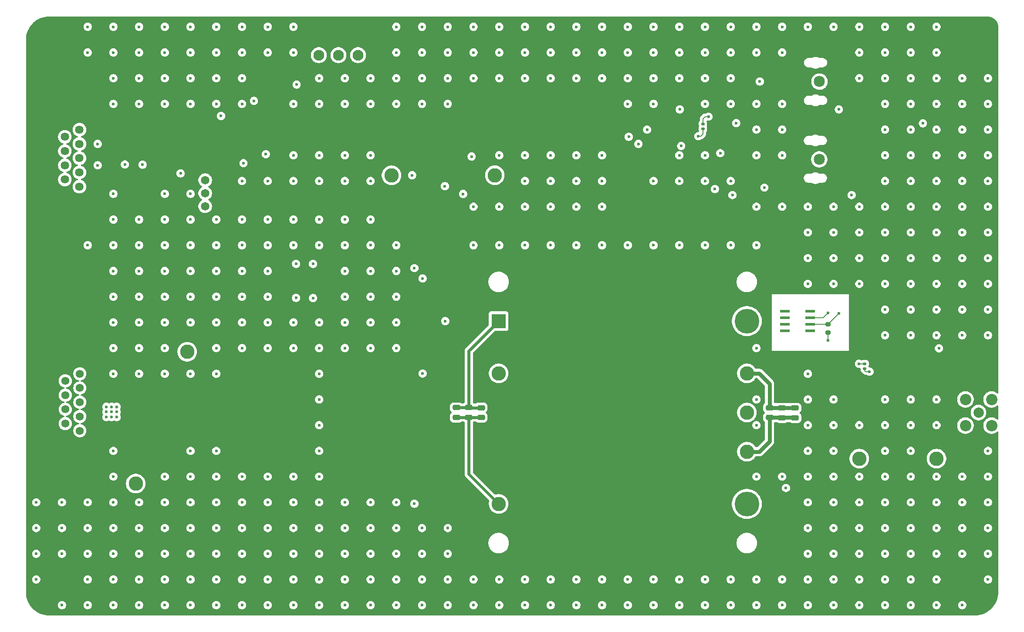
<source format=gbr>
%TF.GenerationSoftware,KiCad,Pcbnew,9.0.3*%
%TF.CreationDate,2025-09-16T13:25:35-04:00*%
%TF.ProjectId,CAEN_NEVIS_DAQ_3p3V,4341454e-5f4e-4455-9649-535f4441515f,rev?*%
%TF.SameCoordinates,Original*%
%TF.FileFunction,Copper,L8,Bot*%
%TF.FilePolarity,Positive*%
%FSLAX46Y46*%
G04 Gerber Fmt 4.6, Leading zero omitted, Abs format (unit mm)*
G04 Created by KiCad (PCBNEW 9.0.3) date 2025-09-16 13:25:35*
%MOMM*%
%LPD*%
G01*
G04 APERTURE LIST*
G04 Aperture macros list*
%AMRoundRect*
0 Rectangle with rounded corners*
0 $1 Rounding radius*
0 $2 $3 $4 $5 $6 $7 $8 $9 X,Y pos of 4 corners*
0 Add a 4 corners polygon primitive as box body*
4,1,4,$2,$3,$4,$5,$6,$7,$8,$9,$2,$3,0*
0 Add four circle primitives for the rounded corners*
1,1,$1+$1,$2,$3*
1,1,$1+$1,$4,$5*
1,1,$1+$1,$6,$7*
1,1,$1+$1,$8,$9*
0 Add four rect primitives between the rounded corners*
20,1,$1+$1,$2,$3,$4,$5,0*
20,1,$1+$1,$4,$5,$6,$7,0*
20,1,$1+$1,$6,$7,$8,$9,0*
20,1,$1+$1,$8,$9,$2,$3,0*%
G04 Aperture macros list end*
%TA.AperFunction,ComponentPad*%
%ADD10C,2.006600*%
%TD*%
%TA.AperFunction,ComponentPad*%
%ADD11C,2.209800*%
%TD*%
%TA.AperFunction,ComponentPad*%
%ADD12C,6.400000*%
%TD*%
%TA.AperFunction,ComponentPad*%
%ADD13C,2.100000*%
%TD*%
%TA.AperFunction,ComponentPad*%
%ADD14C,1.635000*%
%TD*%
%TA.AperFunction,ComponentPad*%
%ADD15C,4.216000*%
%TD*%
%TA.AperFunction,ComponentPad*%
%ADD16C,2.800000*%
%TD*%
%TA.AperFunction,ComponentPad*%
%ADD17C,1.650000*%
%TD*%
%TA.AperFunction,ComponentPad*%
%ADD18C,2.159000*%
%TD*%
%TA.AperFunction,ComponentPad*%
%ADD19C,1.560000*%
%TD*%
%TA.AperFunction,ComponentPad*%
%ADD20R,2.800000X2.800000*%
%TD*%
%TA.AperFunction,ComponentPad*%
%ADD21C,4.800000*%
%TD*%
%TA.AperFunction,SMDPad,CuDef*%
%ADD22RoundRect,0.250000X0.475000X-0.250000X0.475000X0.250000X-0.475000X0.250000X-0.475000X-0.250000X0*%
%TD*%
%TA.AperFunction,SMDPad,CuDef*%
%ADD23RoundRect,0.200000X0.275000X-0.200000X0.275000X0.200000X-0.275000X0.200000X-0.275000X-0.200000X0*%
%TD*%
%TA.AperFunction,SMDPad,CuDef*%
%ADD24R,1.981200X0.558800*%
%TD*%
%TA.AperFunction,SMDPad,CuDef*%
%ADD25RoundRect,0.140000X0.170000X-0.140000X0.170000X0.140000X-0.170000X0.140000X-0.170000X-0.140000X0*%
%TD*%
%TA.AperFunction,SMDPad,CuDef*%
%ADD26RoundRect,0.140000X-0.170000X0.140000X-0.170000X-0.140000X0.170000X-0.140000X0.170000X0.140000X0*%
%TD*%
%TA.AperFunction,ViaPad*%
%ADD27C,0.600000*%
%TD*%
%TA.AperFunction,ViaPad*%
%ADD28C,1.000000*%
%TD*%
%TA.AperFunction,Conductor*%
%ADD29C,0.800000*%
%TD*%
%TA.AperFunction,Conductor*%
%ADD30C,0.200000*%
%TD*%
%TA.AperFunction,Conductor*%
%ADD31C,0.600000*%
%TD*%
G04 APERTURE END LIST*
D10*
%TO.P,J3,1,SIGNAL*%
%TO.N,/V_3p3_Supply*%
X233167999Y-100035000D03*
D11*
%TO.P,J3,2,GND*%
%TO.N,/V_3p3_RTN*%
X235707999Y-97495000D03*
%TO.P,J3,3,GND*%
X230627999Y-97495000D03*
%TO.P,J3,4,GND*%
X230627999Y-102575000D03*
%TO.P,J3,5,GND*%
X235707999Y-102575000D03*
%TD*%
D12*
%TO.P,H4,1,1*%
%TO.N,GNDPWR*%
X230000000Y-133000000D03*
%TD*%
D13*
%TO.P,J1,1*%
%TO.N,/V_TELEM*%
X112570000Y-30510000D03*
%TO.P,J1,2*%
%TO.N,/V_TELEM_RTN*%
X108760000Y-30510000D03*
%TO.P,J1,3*%
%TO.N,/V_TELEM*%
X104950000Y-30510000D03*
%TD*%
D14*
%TO.P,J4,1*%
%TO.N,/EN+*%
X58400000Y-56090000D03*
%TO.P,J4,2*%
%TO.N,/EN-*%
X58400000Y-53320000D03*
%TO.P,J4,3*%
%TO.N,unconnected-(J4-Pad3)*%
X58400000Y-50550000D03*
%TO.P,J4,4*%
%TO.N,/V_TELEM_RTN*%
X58400000Y-47780000D03*
%TO.P,J4,5*%
%TO.N,/TEMP_Mon*%
X58400000Y-45010000D03*
%TO.P,J4,6*%
%TO.N,/V_TELEM_RTN*%
X55560000Y-54705000D03*
%TO.P,J4,7*%
%TO.N,/Volt_Mon*%
X55560000Y-51935000D03*
%TO.P,J4,8*%
%TO.N,/V_TELEM_RTN*%
X55560000Y-49165000D03*
%TO.P,J4,9*%
%TO.N,/Curr_Mon*%
X55560000Y-46395000D03*
D15*
%TO.P,J4,S1*%
%TO.N,GNDPWR*%
X56980000Y-38050000D03*
%TO.P,J4,S2*%
X56980000Y-63050000D03*
%TD*%
D12*
%TO.P,H3,1,1*%
%TO.N,GNDPWR*%
X230000000Y-29000000D03*
%TD*%
D16*
%TO.P,3.3V_RTN1,1,1*%
%TO.N,/V_3p3_RTN*%
X210000000Y-109000000D03*
%TD*%
D12*
%TO.P,H1,1,1*%
%TO.N,GNDPWR*%
X55000000Y-29000000D03*
%TD*%
%TO.P,H2,1,1*%
%TO.N,GNDPWR*%
X55000000Y-133000000D03*
%TD*%
D17*
%TO.P,J5,1*%
%TO.N,Net-(U6-R)*%
X82850000Y-59910000D03*
%TO.P,J5,2*%
%TO.N,/EN_SIG*%
X82850000Y-57370000D03*
%TO.P,J5,3*%
%TO.N,Net-(J5-Pad3)*%
X82850000Y-54830000D03*
%TD*%
D18*
%TO.P,P1,1,1*%
%TO.N,Net-(P1-Pad1)*%
X202250000Y-35660000D03*
%TD*%
D19*
%TO.P,J2,1*%
%TO.N,/V_SEC_RTN*%
X58480000Y-92490000D03*
%TO.P,J2,2*%
X58480000Y-95260000D03*
%TO.P,J2,3*%
%TO.N,unconnected-(J2-Pad3)*%
X58480000Y-98030000D03*
%TO.P,J2,4*%
%TO.N,/V_SEC_RTN*%
X58480000Y-100800000D03*
%TO.P,J2,5*%
X58480000Y-103570000D03*
%TO.P,J2,6*%
%TO.N,/V_SEC_IN*%
X55640000Y-93875000D03*
%TO.P,J2,7*%
X55640000Y-96645000D03*
%TO.P,J2,8*%
X55640000Y-99415000D03*
%TO.P,J2,9*%
X55640000Y-102185000D03*
D15*
%TO.P,J2,S1*%
%TO.N,GNDPWR*%
X57060000Y-85530000D03*
%TO.P,J2,S2*%
X57060000Y-110530000D03*
%TD*%
D16*
%TO.P,TELEM_PWR1,1,1*%
%TO.N,/V_TELEM*%
X139140000Y-53870000D03*
%TD*%
D18*
%TO.P,P2,1,1*%
%TO.N,Net-(M3-Pad3)*%
X202210000Y-50790000D03*
%TD*%
D16*
%TO.P,3.3V1,1,1*%
%TO.N,/V_3p3_Supply*%
X225000000Y-109000000D03*
%TD*%
%TO.P,Secondary_RTN1,1,1*%
%TO.N,/V_SEC_RTN*%
X79340000Y-88210000D03*
%TD*%
%TO.P,Secondary_PWR1,1,1*%
%TO.N,/V_SEC_IN*%
X69340000Y-113850000D03*
%TD*%
%TO.P,TELEM_RTN1,1,1*%
%TO.N,/V_TELEM_RTN*%
X119060000Y-53890000D03*
%TD*%
D20*
%TO.P,U1,1,+VIN*%
%TO.N,/Main_Converter/p12V*%
X139890000Y-82255000D03*
D16*
%TO.P,U1,2,ON/OFF*%
%TO.N,Net-(U1-ON{slash}OFF)*%
X139890000Y-92415000D03*
%TO.P,U1,3,CASE*%
%TO.N,GNDPWR*%
X139890000Y-107655000D03*
%TO.P,U1,4,-VIN*%
%TO.N,/Main_Converter/p12V_rtn*%
X139890000Y-117815000D03*
D21*
%TO.P,U1,5,-VO*%
%TO.N,/V_3p3_RTN*%
X188140000Y-117815000D03*
D16*
%TO.P,U1,6,-S*%
X188140000Y-107655000D03*
%TO.P,U1,7,TRIM*%
%TO.N,unconnected-(U1-TRIM-Pad7)*%
X188140000Y-100035000D03*
%TO.P,U1,8,+S*%
%TO.N,/V_3p3_*%
X188140000Y-92415000D03*
D21*
%TO.P,U1,9,+VO*%
X188140000Y-82255000D03*
%TD*%
D12*
%TO.P,H5,1,1*%
%TO.N,GNDPWR*%
X55000000Y-74000000D03*
%TD*%
D22*
%TO.P,C10,1*%
%TO.N,/V_3p3_RTN*%
X197495000Y-101065000D03*
%TO.P,C10,2*%
%TO.N,/V_3p3_*%
X197495000Y-99165000D03*
%TD*%
%TO.P,C9,1*%
%TO.N,/V_3p3_RTN*%
X192545000Y-101005000D03*
%TO.P,C9,2*%
%TO.N,/V_3p3_*%
X192545000Y-99105000D03*
%TD*%
%TO.P,C6,1*%
%TO.N,/Main_Converter/p12V_rtn*%
X134080000Y-100975000D03*
%TO.P,C6,2*%
%TO.N,/Main_Converter/p12V*%
X134080000Y-99075000D03*
%TD*%
%TO.P,C4,1*%
%TO.N,/Main_Converter/p12V_rtn*%
X131670000Y-100975000D03*
%TO.P,C4,2*%
%TO.N,/Main_Converter/p12V*%
X131670000Y-99075000D03*
%TD*%
D23*
%TO.P,R24,1*%
%TO.N,/V_TELEM_RTN*%
X203895000Y-84500000D03*
%TO.P,R24,2*%
%TO.N,/Telemetry_CKT/TEMP*%
X203895000Y-82850000D03*
%TD*%
D22*
%TO.P,C7,1*%
%TO.N,/Main_Converter/p12V_rtn*%
X136480000Y-100985000D03*
%TO.P,C7,2*%
%TO.N,/Main_Converter/p12V*%
X136480000Y-99085000D03*
%TD*%
D24*
%TO.P,U5,1,NC*%
%TO.N,unconnected-(U5-NC-Pad1)*%
X200423800Y-80315000D03*
%TO.P,U5,2,V+*%
%TO.N,/V_TELEM*%
X200423800Y-81585000D03*
%TO.P,U5,3,V-*%
%TO.N,/Telemetry_CKT/TEMP*%
X200423800Y-82855000D03*
%TO.P,U5,4,NC*%
%TO.N,unconnected-(U5-NC-Pad4)*%
X200423800Y-84125000D03*
%TO.P,U5,5,NC*%
%TO.N,unconnected-(U5-NC-Pad5)*%
X195496200Y-84125000D03*
%TO.P,U5,6,NC*%
%TO.N,unconnected-(U5-NC-Pad6)*%
X195496200Y-82855000D03*
%TO.P,U5,7,NC*%
%TO.N,unconnected-(U5-NC-Pad7)*%
X195496200Y-81585000D03*
%TO.P,U5,8,NC*%
%TO.N,unconnected-(U5-NC-Pad8)*%
X195496200Y-80315000D03*
%TD*%
D22*
%TO.P,C8,1*%
%TO.N,/V_3p3_RTN*%
X194965000Y-101065000D03*
%TO.P,C8,2*%
%TO.N,/V_3p3_*%
X194965000Y-99165000D03*
%TD*%
D25*
%TO.P,C17,1*%
%TO.N,/Telemetry_CKT/V_3p3*%
X179600000Y-44850000D03*
%TO.P,C17,2*%
%TO.N,/V_TELEM_RTN*%
X179600000Y-43890000D03*
%TD*%
D26*
%TO.P,C12,1*%
%TO.N,/Telemetry_CKT/V_3p3*%
X211032500Y-90557500D03*
%TO.P,C12,2*%
%TO.N,/V_TELEM_RTN*%
X211032500Y-91517500D03*
%TD*%
D27*
%TO.N,/V_3p3_RTN*%
X195740000Y-114710000D03*
%TO.N,/V_SEC_RTN*%
X140000000Y-67500000D03*
X180000000Y-132500000D03*
X125000000Y-137500000D03*
X90000000Y-132500000D03*
X63640000Y-98915000D03*
X105000000Y-117500000D03*
X210000000Y-137500000D03*
X225000000Y-127500000D03*
X150000000Y-137500000D03*
X235000000Y-132500000D03*
X120000000Y-67500000D03*
X145000000Y-132500000D03*
X64640000Y-99915000D03*
X60000000Y-122500000D03*
X225000000Y-132500000D03*
X65000000Y-112500000D03*
X215000000Y-97500000D03*
X130000000Y-132500000D03*
X185000000Y-67500000D03*
X205000000Y-122500000D03*
X205000000Y-107500000D03*
X165000000Y-67500000D03*
X70000000Y-87500000D03*
X105000000Y-102500000D03*
X100000000Y-122500000D03*
X215000000Y-107500000D03*
X235000000Y-107500000D03*
X200000000Y-112500000D03*
X75000000Y-92500000D03*
X65640000Y-99915000D03*
X205000000Y-127500000D03*
X150000000Y-67500000D03*
X95000000Y-112500000D03*
X105000000Y-97500000D03*
X50000000Y-132500000D03*
X115000000Y-77500000D03*
X215000000Y-102500000D03*
X145000000Y-67500000D03*
X200000000Y-122500000D03*
X175000000Y-137500000D03*
X235000000Y-122500000D03*
X110000000Y-82500000D03*
X65000000Y-137500000D03*
X75000000Y-127500000D03*
X65000000Y-87500000D03*
X80000000Y-112500000D03*
X65000000Y-117500000D03*
X110000000Y-87500000D03*
X85000000Y-107500000D03*
X200000000Y-92500000D03*
X90000000Y-122500000D03*
X205000000Y-97500000D03*
X230000000Y-127500000D03*
X75000000Y-117500000D03*
X70000000Y-117500000D03*
X55000000Y-137500000D03*
X105000000Y-122500000D03*
X225000000Y-102500000D03*
X64640000Y-98915000D03*
X95000000Y-87500000D03*
X80000000Y-82500000D03*
X220000000Y-97500000D03*
X70000000Y-77500000D03*
X155000000Y-132500000D03*
X170000000Y-137500000D03*
X135000000Y-67500000D03*
X215000000Y-127500000D03*
X75000000Y-122500000D03*
X70000000Y-82500000D03*
X215000000Y-117500000D03*
X130000000Y-122500000D03*
X110000000Y-127500000D03*
X50000000Y-122500000D03*
X120000000Y-77500000D03*
X115000000Y-117500000D03*
X215000000Y-137500000D03*
X105000000Y-82500000D03*
X220000000Y-102500000D03*
X125000000Y-127500000D03*
X190000000Y-97500000D03*
X225000000Y-117500000D03*
X120000000Y-137500000D03*
X155000000Y-137500000D03*
X80000000Y-137500000D03*
X65000000Y-132500000D03*
X140000000Y-137500000D03*
X60000000Y-117500000D03*
X185000000Y-132500000D03*
X55000000Y-122500000D03*
X100000000Y-87500000D03*
X90000000Y-112500000D03*
X115000000Y-127500000D03*
X85000000Y-122500000D03*
X115000000Y-87500000D03*
X210000000Y-127500000D03*
X200000000Y-137500000D03*
X85000000Y-132500000D03*
X60000000Y-132500000D03*
X175000000Y-67500000D03*
X55000000Y-127500000D03*
X220000000Y-107500000D03*
X170000000Y-67500000D03*
X75000000Y-87500000D03*
X105000000Y-132500000D03*
X130000000Y-127500000D03*
X215000000Y-122500000D03*
X75000000Y-112500000D03*
X90000000Y-117500000D03*
X195000000Y-112500000D03*
X215000000Y-132500000D03*
X115000000Y-137500000D03*
X85000000Y-92500000D03*
X85000000Y-112500000D03*
X140000000Y-132500000D03*
X70000000Y-127500000D03*
X120000000Y-122500000D03*
X70000000Y-137500000D03*
X95000000Y-137500000D03*
X110000000Y-122500000D03*
X205000000Y-132500000D03*
X150000000Y-132500000D03*
X65640000Y-100915000D03*
X100000000Y-82500000D03*
X130000000Y-137500000D03*
X50000000Y-117500000D03*
X90000000Y-82500000D03*
X205000000Y-112500000D03*
X110000000Y-132500000D03*
X200000000Y-117500000D03*
X190000000Y-132500000D03*
X235000000Y-127500000D03*
X205000000Y-117500000D03*
X200000000Y-102500000D03*
X65000000Y-122500000D03*
X110000000Y-77500000D03*
X80000000Y-77500000D03*
X125000000Y-132500000D03*
X85000000Y-87500000D03*
X85000000Y-117500000D03*
X80000000Y-92500000D03*
X80000000Y-122500000D03*
X220000000Y-137500000D03*
X115000000Y-82500000D03*
X220000000Y-132500000D03*
X195000000Y-137500000D03*
X225000000Y-112500000D03*
X235000000Y-117500000D03*
X160000000Y-67500000D03*
X105000000Y-127500000D03*
X80000000Y-117500000D03*
X225000000Y-137500000D03*
X75000000Y-82500000D03*
X135000000Y-132500000D03*
X100510000Y-77730000D03*
X85000000Y-127500000D03*
X105000000Y-92500000D03*
X70000000Y-122500000D03*
X95000000Y-132500000D03*
X85000000Y-82500000D03*
X63640000Y-100915000D03*
X75000000Y-132500000D03*
X80000000Y-132500000D03*
X190000000Y-137500000D03*
X120000000Y-132500000D03*
X155000000Y-67500000D03*
X200000000Y-127500000D03*
X120000000Y-87500000D03*
X75000000Y-77500000D03*
X90000000Y-77500000D03*
X100000000Y-117500000D03*
X95000000Y-77500000D03*
X85000000Y-77500000D03*
X100000000Y-137500000D03*
X103820000Y-77760000D03*
X90000000Y-137500000D03*
X230000000Y-112500000D03*
X65000000Y-107500000D03*
X95000000Y-82500000D03*
X210000000Y-132500000D03*
X200000000Y-132500000D03*
X125000000Y-122500000D03*
X110000000Y-137500000D03*
X175000000Y-132500000D03*
X95000000Y-127500000D03*
X210000000Y-112500000D03*
X65000000Y-92500000D03*
X90000000Y-127500000D03*
X190000000Y-102500000D03*
X220000000Y-127500000D03*
X180000000Y-137500000D03*
X50000000Y-127500000D03*
X70000000Y-132500000D03*
X190000000Y-112500000D03*
X120000000Y-72500000D03*
X145000000Y-137500000D03*
X225000000Y-122500000D03*
X190000000Y-87500000D03*
X65000000Y-127500000D03*
X230000000Y-122500000D03*
X95000000Y-122500000D03*
X120000000Y-117500000D03*
X110000000Y-117500000D03*
X210000000Y-102500000D03*
X220000000Y-112500000D03*
X190000000Y-67500000D03*
X120000000Y-82500000D03*
X105000000Y-87500000D03*
X64640000Y-100915000D03*
X220000000Y-122500000D03*
X220000000Y-117500000D03*
X120000000Y-127500000D03*
X80000000Y-107500000D03*
X185000000Y-137500000D03*
X105000000Y-107500000D03*
X205000000Y-102500000D03*
X170000000Y-132500000D03*
X235000000Y-112500000D03*
X55000000Y-117500000D03*
X215000000Y-112500000D03*
X70000000Y-92500000D03*
X205000000Y-137500000D03*
X115000000Y-132500000D03*
X165000000Y-137500000D03*
X63640000Y-99915000D03*
X180000000Y-67500000D03*
X65000000Y-77500000D03*
X160000000Y-137500000D03*
X230000000Y-117500000D03*
X100000000Y-127500000D03*
X115000000Y-122500000D03*
X105000000Y-112500000D03*
X75000000Y-137500000D03*
X65640000Y-98915000D03*
X200000000Y-107500000D03*
X225000000Y-97500000D03*
X95000000Y-117500000D03*
X100000000Y-132500000D03*
X165000000Y-132500000D03*
X230000000Y-137500000D03*
X160000000Y-132500000D03*
X60000000Y-137500000D03*
X210000000Y-122500000D03*
X65000000Y-82500000D03*
X60000000Y-127500000D03*
X100000000Y-112500000D03*
X135000000Y-137500000D03*
X90000000Y-87500000D03*
X105000000Y-137500000D03*
X210000000Y-117500000D03*
X200000000Y-97500000D03*
X85000000Y-137500000D03*
X195000000Y-132500000D03*
X80000000Y-127500000D03*
D28*
%TO.N,GNDPWR*%
X155600000Y-105000000D03*
X155600000Y-90000000D03*
X175600000Y-115000000D03*
X165600000Y-100000000D03*
X165600000Y-125000000D03*
X160600000Y-90000000D03*
X155600000Y-85000000D03*
X155600000Y-95000000D03*
X155600000Y-100000000D03*
X145600000Y-110000000D03*
X165600000Y-110000000D03*
X145600000Y-125000000D03*
X155600000Y-120000000D03*
X145600000Y-85000000D03*
X165600000Y-95000000D03*
X150600000Y-95000000D03*
X170600000Y-105000000D03*
X150600000Y-125000000D03*
X145600000Y-75000000D03*
X160600000Y-80000000D03*
X175600000Y-125000000D03*
X180600000Y-85000000D03*
X165600000Y-120000000D03*
X160600000Y-110000000D03*
X170600000Y-95000000D03*
X155600000Y-110000000D03*
X165600000Y-90000000D03*
X160600000Y-125000000D03*
X165600000Y-105000000D03*
X180600000Y-80000000D03*
X165600000Y-85000000D03*
X150600000Y-120000000D03*
X150600000Y-105000000D03*
X160600000Y-85000000D03*
X155600000Y-115000000D03*
D27*
X195740000Y-120100000D03*
D28*
X145600000Y-80000000D03*
X170600000Y-115000000D03*
X170600000Y-120000000D03*
X160600000Y-120000000D03*
X145600000Y-100000000D03*
X155600000Y-125000000D03*
X165600000Y-115000000D03*
X175600000Y-85000000D03*
X145600000Y-105000000D03*
X160600000Y-115000000D03*
X145600000Y-90000000D03*
X180600000Y-95000000D03*
X175600000Y-120000000D03*
X180600000Y-105000000D03*
X180600000Y-120000000D03*
X180600000Y-125000000D03*
X150600000Y-85000000D03*
X150600000Y-90000000D03*
X180600000Y-100000000D03*
X170600000Y-100000000D03*
X175600000Y-80000000D03*
X175600000Y-105000000D03*
X145600000Y-120000000D03*
X170600000Y-85000000D03*
X150600000Y-115000000D03*
X170600000Y-110000000D03*
X165600000Y-75000000D03*
X175600000Y-75000000D03*
X175600000Y-90000000D03*
X175600000Y-100000000D03*
X175600000Y-95000000D03*
X180600000Y-90000000D03*
X180600000Y-115000000D03*
X165600000Y-80000000D03*
X170600000Y-80000000D03*
X175600000Y-110000000D03*
X150600000Y-75000000D03*
X170600000Y-75000000D03*
X155600000Y-75000000D03*
X160600000Y-105000000D03*
X180600000Y-75000000D03*
X150600000Y-80000000D03*
X145600000Y-115000000D03*
X160600000Y-100000000D03*
X170600000Y-90000000D03*
X145600000Y-95000000D03*
X155600000Y-80000000D03*
X180600000Y-110000000D03*
X160600000Y-95000000D03*
X160600000Y-75000000D03*
X170600000Y-125000000D03*
X150600000Y-100000000D03*
X150600000Y-110000000D03*
D27*
%TO.N,/Telemetry_CKT/V_3p3*%
X178720000Y-46280000D03*
X78060000Y-53520000D03*
X209942500Y-90557500D03*
X92320000Y-39413750D03*
X70660000Y-51810000D03*
%TO.N,/V_TELEM_RTN*%
X90000000Y-30000000D03*
X65000000Y-62500000D03*
X115000000Y-50000000D03*
X225000000Y-30000000D03*
X230000000Y-35000000D03*
X190000000Y-40000000D03*
X225490000Y-87530000D03*
X75000000Y-25000000D03*
X195000000Y-50000000D03*
X160000000Y-50000000D03*
X80000000Y-35000000D03*
X90000000Y-67500000D03*
X135000000Y-35000000D03*
X70000000Y-35000000D03*
X225000000Y-40000000D03*
X170000000Y-35000000D03*
X135000000Y-25000000D03*
X210000000Y-70000000D03*
X195000000Y-40000000D03*
X70000000Y-30000000D03*
X80000000Y-62500000D03*
X200000000Y-25000000D03*
X129445000Y-56015000D03*
X110000000Y-72500000D03*
X100000000Y-30000000D03*
X220000000Y-55000000D03*
X185000000Y-40000000D03*
X80000000Y-72500000D03*
X100000000Y-25000000D03*
X230000000Y-45000000D03*
X150000000Y-30000000D03*
X190000000Y-60000000D03*
X235000000Y-45000000D03*
X180680000Y-42480000D03*
X210000000Y-25000000D03*
X215000000Y-35000000D03*
X220000000Y-65000000D03*
X220000000Y-40000000D03*
X180000000Y-30000000D03*
X150000000Y-25000000D03*
X65000000Y-35000000D03*
X230000000Y-65000000D03*
X215000000Y-45000000D03*
X85925000Y-42348750D03*
X120000000Y-40000000D03*
X195000000Y-60000000D03*
X95000000Y-55000000D03*
X205000000Y-70000000D03*
X100000000Y-67500000D03*
X220000000Y-60000000D03*
X120000000Y-35000000D03*
X215000000Y-80000000D03*
X103800000Y-71110000D03*
X155000000Y-30000000D03*
X170000000Y-40000000D03*
X85000000Y-25000000D03*
X75000000Y-67500000D03*
X203895000Y-86000000D03*
X65000000Y-30000000D03*
X160000000Y-35000000D03*
X75000000Y-57500000D03*
X230000000Y-55000000D03*
X145000000Y-35000000D03*
X215000000Y-40000000D03*
X220000000Y-80000000D03*
X100000000Y-40000000D03*
X210000000Y-60000000D03*
X215000000Y-30000000D03*
X150000000Y-50000000D03*
X225000000Y-60000000D03*
X130000000Y-40000000D03*
X235000000Y-75000000D03*
X215000000Y-70000000D03*
X65000000Y-57500000D03*
X190000000Y-30000000D03*
X215000000Y-75000000D03*
X220000000Y-30000000D03*
X70000000Y-62500000D03*
X85000000Y-35000000D03*
X110000000Y-40000000D03*
X235000000Y-65000000D03*
X80000000Y-40000000D03*
X180000000Y-40000000D03*
X220000000Y-45000000D03*
X110000000Y-67500000D03*
X215000000Y-55000000D03*
X210000000Y-75000000D03*
X115000000Y-40000000D03*
X90000000Y-25000000D03*
X175000000Y-30000000D03*
X220000000Y-25000000D03*
X140000000Y-60000000D03*
X235000000Y-80000000D03*
X155000000Y-55000000D03*
X175000000Y-50000000D03*
X90000000Y-72500000D03*
X125000000Y-40000000D03*
X230000000Y-50000000D03*
X105000000Y-67500000D03*
X75000000Y-35000000D03*
X140000000Y-50000000D03*
X150000000Y-35000000D03*
X211992500Y-92067500D03*
X165000000Y-30000000D03*
X125000000Y-25000000D03*
X90000000Y-62500000D03*
X60000000Y-67500000D03*
X105000000Y-35000000D03*
X130000000Y-30000000D03*
X191550000Y-56280000D03*
X150000000Y-55000000D03*
X220000000Y-35000000D03*
X225000000Y-75000000D03*
X160000000Y-30000000D03*
X130000000Y-25000000D03*
X140000000Y-25000000D03*
X95000000Y-67500000D03*
X80000000Y-57500000D03*
X190000000Y-45000000D03*
X140000000Y-35000000D03*
X225000000Y-50000000D03*
X235000000Y-35000000D03*
X220000000Y-50000000D03*
X115000000Y-67500000D03*
X235000000Y-70000000D03*
X175000000Y-35000000D03*
X125000000Y-35000000D03*
X85000000Y-62500000D03*
X230000000Y-40000000D03*
X155000000Y-60000000D03*
X235000000Y-40000000D03*
X145000000Y-50000000D03*
X165000000Y-25000000D03*
X75000000Y-62500000D03*
X230000000Y-60000000D03*
X100510000Y-71110000D03*
X175370000Y-48180000D03*
X195000000Y-30000000D03*
X225000000Y-25000000D03*
X200000000Y-75000000D03*
X220000000Y-75000000D03*
X140000000Y-30000000D03*
X70000000Y-40000000D03*
X225000000Y-45000000D03*
X115000000Y-62500000D03*
X230000000Y-70000000D03*
X85000000Y-40000000D03*
X160000000Y-55000000D03*
X70000000Y-67500000D03*
X210000000Y-35000000D03*
X182970000Y-49590000D03*
X160000000Y-25000000D03*
X181920000Y-56560000D03*
X200000000Y-70000000D03*
X100000000Y-62500000D03*
X170000000Y-25000000D03*
X215000000Y-50000000D03*
X145000000Y-25000000D03*
X135000000Y-60000000D03*
X100000000Y-50000000D03*
X65000000Y-67500000D03*
X195000000Y-25000000D03*
X155000000Y-25000000D03*
X80000000Y-25000000D03*
X235000000Y-60000000D03*
X190000000Y-25000000D03*
X210000000Y-65000000D03*
X90000000Y-35000000D03*
X235000000Y-55000000D03*
X215000000Y-65000000D03*
X180000000Y-35000000D03*
X100620000Y-36243750D03*
X225000000Y-85000000D03*
X180000000Y-50000000D03*
X125000000Y-30000000D03*
X215000000Y-85000000D03*
X65000000Y-72500000D03*
X75000000Y-30000000D03*
X200000000Y-65000000D03*
X110000000Y-55000000D03*
X155000000Y-35000000D03*
X80000000Y-67500000D03*
X90000000Y-40000000D03*
X170000000Y-30000000D03*
X105000000Y-62500000D03*
X215000000Y-60000000D03*
X70000000Y-72500000D03*
X165000000Y-35000000D03*
X205000000Y-25000000D03*
X90290000Y-51528750D03*
X100000000Y-55000000D03*
X205000000Y-60000000D03*
X145000000Y-60000000D03*
X95000000Y-62500000D03*
X85000000Y-67500000D03*
X135000000Y-30000000D03*
X95000000Y-30000000D03*
X235000000Y-50000000D03*
X90000000Y-55000000D03*
X185000000Y-25000000D03*
X115000000Y-55000000D03*
X230000000Y-80000000D03*
X195000000Y-45000000D03*
X65000000Y-25000000D03*
X105000000Y-40000000D03*
X95000000Y-72500000D03*
X75000000Y-40000000D03*
X215000000Y-25000000D03*
X60000000Y-25000000D03*
X185000000Y-30000000D03*
X95000000Y-25000000D03*
X225000000Y-55000000D03*
X200000000Y-60000000D03*
X170000000Y-55000000D03*
X80000000Y-30000000D03*
X225000000Y-65000000D03*
X105000000Y-55000000D03*
X205000000Y-75000000D03*
X145000000Y-55000000D03*
X130000000Y-35000000D03*
X205000000Y-65000000D03*
X120000000Y-30000000D03*
X67240000Y-51790000D03*
X185000000Y-55000000D03*
X115000000Y-35000000D03*
X225000000Y-35000000D03*
X230000000Y-85000000D03*
X110000000Y-62500000D03*
X110000000Y-35000000D03*
X160000000Y-60000000D03*
X65000000Y-40000000D03*
X75000000Y-72500000D03*
X110000000Y-50000000D03*
X190000000Y-50000000D03*
X85000000Y-72500000D03*
X85000000Y-30000000D03*
X220000000Y-85000000D03*
X180000000Y-25000000D03*
X123085000Y-53875000D03*
X120000000Y-25000000D03*
X225000000Y-70000000D03*
X185000000Y-35000000D03*
X150000000Y-60000000D03*
X225000000Y-80000000D03*
X210000000Y-30000000D03*
X165000000Y-40000000D03*
X220000000Y-70000000D03*
X70000000Y-25000000D03*
X180000000Y-55000000D03*
X175000000Y-55000000D03*
X175000000Y-25000000D03*
X115000000Y-72500000D03*
X105000000Y-50000000D03*
X230000000Y-75000000D03*
X155000000Y-50000000D03*
X145000000Y-30000000D03*
X235000000Y-85000000D03*
X60000000Y-30000000D03*
%TO.N,/V_TELEM*%
X132995000Y-57515000D03*
X203895000Y-80705000D03*
X190660000Y-35650000D03*
X94625000Y-49768750D03*
X134635000Y-50235000D03*
%TO.N,/Volt_Mon*%
X167060000Y-47780000D03*
X61950000Y-51940000D03*
X61950000Y-47780000D03*
%TO.N,/TEMP_Mon*%
X168740000Y-45010000D03*
%TO.N,/Curr_Mon*%
X165180000Y-46395000D03*
%TO.N,Net-(U1-ON{slash}OFF)*%
X125115000Y-73965000D03*
X125115000Y-92445000D03*
%TO.N,/Main_Converter/p12V*%
X129510000Y-82250000D03*
%TO.N,Net-(U3-OUT)*%
X208500000Y-57730000D03*
X185330000Y-57730000D03*
%TO.N,Net-(U4A-+INA)*%
X186060000Y-43740000D03*
X222360000Y-43780000D03*
%TO.N,/Telemetry_CKT/TEMP*%
X206016577Y-80710531D03*
X206020000Y-41070000D03*
X175110000Y-41070000D03*
%TO.N,/Main_Converter/p12V_rtn*%
X123515000Y-117775000D03*
X123515000Y-71945000D03*
%TD*%
D29*
%TO.N,/V_3p3_*%
X188140000Y-92415000D02*
X190515000Y-92415000D01*
X190515000Y-92415000D02*
X192545000Y-94445000D01*
X197435000Y-99105000D02*
X197495000Y-99165000D01*
X192545000Y-99105000D02*
X197435000Y-99105000D01*
X192545000Y-94445000D02*
X192545000Y-99105000D01*
%TO.N,/V_3p3_RTN*%
X192545000Y-101005000D02*
X197435000Y-101005000D01*
X192545000Y-105655000D02*
X192545000Y-101005000D01*
X190545000Y-107655000D02*
X192545000Y-105655000D01*
X197435000Y-101005000D02*
X197495000Y-101065000D01*
X188140000Y-107655000D02*
X190545000Y-107655000D01*
D30*
%TO.N,/Telemetry_CKT/V_3p3*%
X179600000Y-45910000D02*
X179230000Y-46280000D01*
X211032500Y-90557500D02*
X209942500Y-90557500D01*
X179600000Y-44850000D02*
X179600000Y-45910000D01*
X179230000Y-46280000D02*
X178720000Y-46280000D01*
%TO.N,/V_TELEM_RTN*%
X211222500Y-92067500D02*
X211992500Y-92067500D01*
X179600000Y-42880000D02*
X180000000Y-42480000D01*
X211032500Y-91517500D02*
X211032500Y-91877500D01*
X179600000Y-43890000D02*
X179600000Y-42880000D01*
X211032500Y-91877500D02*
X211222500Y-92067500D01*
X203895000Y-84500000D02*
X203895000Y-86000000D01*
X180000000Y-42480000D02*
X180680000Y-42480000D01*
%TO.N,/V_TELEM*%
X200423800Y-81585000D02*
X203015000Y-81585000D01*
X203015000Y-81585000D02*
X203895000Y-80705000D01*
D31*
%TO.N,/Main_Converter/p12V*%
X134080000Y-99075000D02*
X131670000Y-99075000D01*
X134080000Y-88065000D02*
X134080000Y-99075000D01*
X134090000Y-99085000D02*
X134080000Y-99075000D01*
X139890000Y-82255000D02*
X134080000Y-88065000D01*
X136480000Y-99085000D02*
X134090000Y-99085000D01*
D30*
%TO.N,/Telemetry_CKT/TEMP*%
X203895000Y-82845000D02*
X206030000Y-80710000D01*
X200423800Y-82855000D02*
X203890000Y-82855000D01*
X203895000Y-82850000D02*
X203895000Y-82845000D01*
X203890000Y-82855000D02*
X203895000Y-82850000D01*
D31*
%TO.N,/Main_Converter/p12V_rtn*%
X139890000Y-117815000D02*
X134080000Y-112005000D01*
X134080000Y-112005000D02*
X134080000Y-100975000D01*
X134080000Y-100975000D02*
X131670000Y-100975000D01*
X136480000Y-100985000D02*
X134090000Y-100985000D01*
X134090000Y-100985000D02*
X134080000Y-100975000D01*
%TD*%
%TA.AperFunction,Conductor*%
%TO.N,GNDPWR*%
G36*
X193000000Y-78000000D02*
G01*
X184000000Y-78000000D01*
X184000000Y-123000000D01*
X193000000Y-123000000D01*
X193000000Y-130000000D01*
X135000000Y-130000000D01*
X135000000Y-125303872D01*
X137889500Y-125303872D01*
X137889500Y-125566127D01*
X137916123Y-125768339D01*
X137923730Y-125826116D01*
X137991602Y-126079418D01*
X137991605Y-126079428D01*
X138091953Y-126321690D01*
X138091958Y-126321700D01*
X138223075Y-126548803D01*
X138382718Y-126756851D01*
X138382726Y-126756860D01*
X138568140Y-126942274D01*
X138568148Y-126942281D01*
X138776196Y-127101924D01*
X139003299Y-127233041D01*
X139003309Y-127233046D01*
X139245571Y-127333394D01*
X139245581Y-127333398D01*
X139498884Y-127401270D01*
X139758880Y-127435500D01*
X139758887Y-127435500D01*
X140021113Y-127435500D01*
X140021120Y-127435500D01*
X140281116Y-127401270D01*
X140534419Y-127333398D01*
X140776697Y-127233043D01*
X141003803Y-127101924D01*
X141211851Y-126942282D01*
X141211855Y-126942277D01*
X141211860Y-126942274D01*
X141397274Y-126756860D01*
X141397277Y-126756855D01*
X141397282Y-126756851D01*
X141556924Y-126548803D01*
X141688043Y-126321697D01*
X141788398Y-126079419D01*
X141856270Y-125826116D01*
X141890500Y-125566120D01*
X141890500Y-125303880D01*
X141890499Y-125303872D01*
X186139500Y-125303872D01*
X186139500Y-125566127D01*
X186166123Y-125768339D01*
X186173730Y-125826116D01*
X186241602Y-126079418D01*
X186241605Y-126079428D01*
X186341953Y-126321690D01*
X186341958Y-126321700D01*
X186473075Y-126548803D01*
X186632718Y-126756851D01*
X186632726Y-126756860D01*
X186818140Y-126942274D01*
X186818148Y-126942281D01*
X187026196Y-127101924D01*
X187253299Y-127233041D01*
X187253309Y-127233046D01*
X187495571Y-127333394D01*
X187495581Y-127333398D01*
X187748884Y-127401270D01*
X188008880Y-127435500D01*
X188008887Y-127435500D01*
X188271113Y-127435500D01*
X188271120Y-127435500D01*
X188531116Y-127401270D01*
X188784419Y-127333398D01*
X189026697Y-127233043D01*
X189253803Y-127101924D01*
X189461851Y-126942282D01*
X189461855Y-126942277D01*
X189461860Y-126942274D01*
X189647274Y-126756860D01*
X189647277Y-126756855D01*
X189647282Y-126756851D01*
X189806924Y-126548803D01*
X189938043Y-126321697D01*
X190038398Y-126079419D01*
X190106270Y-125826116D01*
X190140500Y-125566120D01*
X190140500Y-125303880D01*
X190106270Y-125043884D01*
X190038398Y-124790581D01*
X190038394Y-124790571D01*
X189938046Y-124548309D01*
X189938041Y-124548299D01*
X189806924Y-124321196D01*
X189647281Y-124113148D01*
X189647274Y-124113140D01*
X189461860Y-123927726D01*
X189461851Y-123927718D01*
X189253803Y-123768075D01*
X189026700Y-123636958D01*
X189026690Y-123636953D01*
X188784428Y-123536605D01*
X188784421Y-123536603D01*
X188784419Y-123536602D01*
X188531116Y-123468730D01*
X188473339Y-123461123D01*
X188271127Y-123434500D01*
X188271120Y-123434500D01*
X188008880Y-123434500D01*
X188008872Y-123434500D01*
X187777772Y-123464926D01*
X187748884Y-123468730D01*
X187495581Y-123536602D01*
X187495571Y-123536605D01*
X187253309Y-123636953D01*
X187253299Y-123636958D01*
X187026196Y-123768075D01*
X186818148Y-123927718D01*
X186632718Y-124113148D01*
X186473075Y-124321196D01*
X186341958Y-124548299D01*
X186341953Y-124548309D01*
X186241605Y-124790571D01*
X186241602Y-124790581D01*
X186173730Y-125043885D01*
X186139500Y-125303872D01*
X141890499Y-125303872D01*
X141856270Y-125043884D01*
X141788398Y-124790581D01*
X141788394Y-124790571D01*
X141688046Y-124548309D01*
X141688041Y-124548299D01*
X141556924Y-124321196D01*
X141397281Y-124113148D01*
X141397274Y-124113140D01*
X141211860Y-123927726D01*
X141211851Y-123927718D01*
X141003803Y-123768075D01*
X140776700Y-123636958D01*
X140776690Y-123636953D01*
X140534428Y-123536605D01*
X140534421Y-123536603D01*
X140534419Y-123536602D01*
X140281116Y-123468730D01*
X140223339Y-123461123D01*
X140021127Y-123434500D01*
X140021120Y-123434500D01*
X139758880Y-123434500D01*
X139758872Y-123434500D01*
X139527772Y-123464926D01*
X139498884Y-123468730D01*
X139245581Y-123536602D01*
X139245571Y-123536605D01*
X139003309Y-123636953D01*
X139003299Y-123636958D01*
X138776196Y-123768075D01*
X138568148Y-123927718D01*
X138382718Y-124113148D01*
X138223075Y-124321196D01*
X138091958Y-124548299D01*
X138091953Y-124548309D01*
X137991605Y-124790571D01*
X137991602Y-124790581D01*
X137923730Y-125043885D01*
X137889500Y-125303872D01*
X135000000Y-125303872D01*
X135000000Y-122000000D01*
X143000000Y-122000000D01*
X143000000Y-111000000D01*
X136000000Y-111000000D01*
X136000000Y-104000000D01*
X143000000Y-104000000D01*
X143000000Y-79000000D01*
X135000000Y-79000000D01*
X135000000Y-74503872D01*
X137889500Y-74503872D01*
X137889500Y-74766127D01*
X137916123Y-74968339D01*
X137923730Y-75026116D01*
X137991602Y-75279418D01*
X137991605Y-75279428D01*
X138091953Y-75521690D01*
X138091958Y-75521700D01*
X138223075Y-75748803D01*
X138382718Y-75956851D01*
X138382726Y-75956860D01*
X138568140Y-76142274D01*
X138568148Y-76142281D01*
X138776196Y-76301924D01*
X139003299Y-76433041D01*
X139003309Y-76433046D01*
X139245571Y-76533394D01*
X139245581Y-76533398D01*
X139498884Y-76601270D01*
X139758880Y-76635500D01*
X139758887Y-76635500D01*
X140021113Y-76635500D01*
X140021120Y-76635500D01*
X140281116Y-76601270D01*
X140534419Y-76533398D01*
X140776697Y-76433043D01*
X141003803Y-76301924D01*
X141211851Y-76142282D01*
X141211855Y-76142277D01*
X141211860Y-76142274D01*
X141397274Y-75956860D01*
X141397277Y-75956855D01*
X141397282Y-75956851D01*
X141556924Y-75748803D01*
X141688043Y-75521697D01*
X141788398Y-75279419D01*
X141856270Y-75026116D01*
X141890500Y-74766120D01*
X141890500Y-74503880D01*
X141890499Y-74503872D01*
X186139500Y-74503872D01*
X186139500Y-74766127D01*
X186166123Y-74968339D01*
X186173730Y-75026116D01*
X186241602Y-75279418D01*
X186241605Y-75279428D01*
X186341953Y-75521690D01*
X186341958Y-75521700D01*
X186473075Y-75748803D01*
X186632718Y-75956851D01*
X186632726Y-75956860D01*
X186818140Y-76142274D01*
X186818148Y-76142281D01*
X187026196Y-76301924D01*
X187253299Y-76433041D01*
X187253309Y-76433046D01*
X187495571Y-76533394D01*
X187495581Y-76533398D01*
X187748884Y-76601270D01*
X188008880Y-76635500D01*
X188008887Y-76635500D01*
X188271113Y-76635500D01*
X188271120Y-76635500D01*
X188531116Y-76601270D01*
X188784419Y-76533398D01*
X189026697Y-76433043D01*
X189253803Y-76301924D01*
X189461851Y-76142282D01*
X189461855Y-76142277D01*
X189461860Y-76142274D01*
X189647274Y-75956860D01*
X189647277Y-75956855D01*
X189647282Y-75956851D01*
X189806924Y-75748803D01*
X189938043Y-75521697D01*
X190038398Y-75279419D01*
X190106270Y-75026116D01*
X190140500Y-74766120D01*
X190140500Y-74503880D01*
X190106270Y-74243884D01*
X190038398Y-73990581D01*
X190038394Y-73990571D01*
X189938046Y-73748309D01*
X189938041Y-73748299D01*
X189806924Y-73521196D01*
X189647281Y-73313148D01*
X189647274Y-73313140D01*
X189461860Y-73127726D01*
X189461851Y-73127718D01*
X189253803Y-72968075D01*
X189026700Y-72836958D01*
X189026690Y-72836953D01*
X188784428Y-72736605D01*
X188784421Y-72736603D01*
X188784419Y-72736602D01*
X188531116Y-72668730D01*
X188473339Y-72661123D01*
X188271127Y-72634500D01*
X188271120Y-72634500D01*
X188008880Y-72634500D01*
X188008872Y-72634500D01*
X187777772Y-72664926D01*
X187748884Y-72668730D01*
X187495581Y-72736602D01*
X187495571Y-72736605D01*
X187253309Y-72836953D01*
X187253299Y-72836958D01*
X187026196Y-72968075D01*
X186818148Y-73127718D01*
X186632718Y-73313148D01*
X186473075Y-73521196D01*
X186341958Y-73748299D01*
X186341953Y-73748309D01*
X186241605Y-73990571D01*
X186241602Y-73990581D01*
X186173730Y-74243885D01*
X186139500Y-74503872D01*
X141890499Y-74503872D01*
X141856270Y-74243884D01*
X141788398Y-73990581D01*
X141788394Y-73990571D01*
X141688046Y-73748309D01*
X141688041Y-73748299D01*
X141556924Y-73521196D01*
X141397281Y-73313148D01*
X141397274Y-73313140D01*
X141211860Y-73127726D01*
X141211851Y-73127718D01*
X141003803Y-72968075D01*
X140776700Y-72836958D01*
X140776690Y-72836953D01*
X140534428Y-72736605D01*
X140534421Y-72736603D01*
X140534419Y-72736602D01*
X140281116Y-72668730D01*
X140223339Y-72661123D01*
X140021127Y-72634500D01*
X140021120Y-72634500D01*
X139758880Y-72634500D01*
X139758872Y-72634500D01*
X139527772Y-72664926D01*
X139498884Y-72668730D01*
X139245581Y-72736602D01*
X139245571Y-72736605D01*
X139003309Y-72836953D01*
X139003299Y-72836958D01*
X138776196Y-72968075D01*
X138568148Y-73127718D01*
X138382718Y-73313148D01*
X138223075Y-73521196D01*
X138091958Y-73748299D01*
X138091953Y-73748309D01*
X137991605Y-73990571D01*
X137991602Y-73990581D01*
X137923730Y-74243885D01*
X137889500Y-74503872D01*
X135000000Y-74503872D01*
X135000000Y-70000000D01*
X193000000Y-70000000D01*
X193000000Y-78000000D01*
G37*
%TD.AperFunction*%
%TD*%
%TA.AperFunction,Conductor*%
%TO.N,GNDPWR*%
G36*
X235004043Y-23000765D02*
G01*
X235252895Y-23017075D01*
X235268953Y-23019190D01*
X235476105Y-23060395D01*
X235509535Y-23067045D01*
X235525202Y-23071243D01*
X235694947Y-23128863D01*
X235757481Y-23150091D01*
X235772458Y-23156294D01*
X235981799Y-23259529D01*
X235992460Y-23264787D01*
X236006508Y-23272897D01*
X236210464Y-23409177D01*
X236223325Y-23419045D01*
X236229623Y-23424569D01*
X236407749Y-23580781D01*
X236419218Y-23592250D01*
X236580951Y-23776671D01*
X236590825Y-23789539D01*
X236727102Y-23993492D01*
X236735212Y-24007539D01*
X236843702Y-24227534D01*
X236849909Y-24242520D01*
X236928756Y-24474797D01*
X236932954Y-24490464D01*
X236980807Y-24731035D01*
X236982925Y-24747116D01*
X236999235Y-24995956D01*
X236999500Y-25004066D01*
X236999500Y-96216761D01*
X236979815Y-96283800D01*
X236927011Y-96329555D01*
X236857853Y-96339499D01*
X236794297Y-96310474D01*
X236787819Y-96304442D01*
X236753849Y-96270472D01*
X236753847Y-96270470D01*
X236549412Y-96121939D01*
X236324259Y-96007218D01*
X236083931Y-95929130D01*
X236083929Y-95929129D01*
X236083927Y-95929129D01*
X235834352Y-95889600D01*
X235834347Y-95889600D01*
X235581651Y-95889600D01*
X235581646Y-95889600D01*
X235332070Y-95929129D01*
X235091736Y-96007219D01*
X234866585Y-96121939D01*
X234823201Y-96153460D01*
X234662151Y-96270470D01*
X234662149Y-96270472D01*
X234662148Y-96270472D01*
X234483471Y-96449149D01*
X234483471Y-96449150D01*
X234483469Y-96449152D01*
X234440009Y-96508969D01*
X234334938Y-96653586D01*
X234220218Y-96878737D01*
X234142128Y-97119071D01*
X234102599Y-97368646D01*
X234102599Y-97621353D01*
X234120362Y-97733501D01*
X234142129Y-97870932D01*
X234211522Y-98084501D01*
X234220218Y-98111262D01*
X234287188Y-98242698D01*
X234334938Y-98336413D01*
X234483469Y-98540848D01*
X234662151Y-98719530D01*
X234866586Y-98868061D01*
X235091739Y-98982782D01*
X235332067Y-99060870D01*
X235425661Y-99075693D01*
X235581646Y-99100400D01*
X235581651Y-99100400D01*
X235834352Y-99100400D01*
X235973004Y-99078438D01*
X236083931Y-99060870D01*
X236324259Y-98982782D01*
X236549412Y-98868061D01*
X236753847Y-98719530D01*
X236787819Y-98685558D01*
X236849142Y-98652073D01*
X236918834Y-98657057D01*
X236974767Y-98698929D01*
X236999184Y-98764393D01*
X236999500Y-98773239D01*
X236999500Y-101296761D01*
X236979815Y-101363800D01*
X236927011Y-101409555D01*
X236857853Y-101419499D01*
X236794297Y-101390474D01*
X236787819Y-101384442D01*
X236753849Y-101350472D01*
X236753847Y-101350470D01*
X236549412Y-101201939D01*
X236324259Y-101087218D01*
X236083931Y-101009130D01*
X236083929Y-101009129D01*
X236083927Y-101009129D01*
X235834352Y-100969600D01*
X235834347Y-100969600D01*
X235581651Y-100969600D01*
X235581646Y-100969600D01*
X235332070Y-101009129D01*
X235091736Y-101087219D01*
X234866585Y-101201939D01*
X234766025Y-101275001D01*
X234662151Y-101350470D01*
X234662149Y-101350472D01*
X234662148Y-101350472D01*
X234483471Y-101529149D01*
X234483471Y-101529150D01*
X234483469Y-101529152D01*
X234450641Y-101574336D01*
X234334938Y-101733586D01*
X234220218Y-101958737D01*
X234142128Y-102199071D01*
X234102599Y-102448646D01*
X234102599Y-102701353D01*
X234130765Y-102879185D01*
X234142129Y-102950932D01*
X234220217Y-103191260D01*
X234334938Y-103416413D01*
X234483469Y-103620848D01*
X234662151Y-103799530D01*
X234866586Y-103948061D01*
X235091739Y-104062782D01*
X235332067Y-104140870D01*
X235425661Y-104155693D01*
X235581646Y-104180400D01*
X235581651Y-104180400D01*
X235834352Y-104180400D01*
X235973004Y-104158438D01*
X236083931Y-104140870D01*
X236324259Y-104062782D01*
X236549412Y-103948061D01*
X236753847Y-103799530D01*
X236787819Y-103765558D01*
X236849142Y-103732073D01*
X236918834Y-103737057D01*
X236974767Y-103778929D01*
X236999184Y-103844393D01*
X236999500Y-103853239D01*
X236999500Y-134997293D01*
X236999382Y-135002702D01*
X236982614Y-135386750D01*
X236981671Y-135397526D01*
X236931849Y-135775957D01*
X236929971Y-135786610D01*
X236847354Y-136159272D01*
X236844554Y-136169721D01*
X236729775Y-136533755D01*
X236726075Y-136543921D01*
X236580002Y-136896572D01*
X236575430Y-136906376D01*
X236399183Y-137244942D01*
X236393775Y-137254310D01*
X236188681Y-137576244D01*
X236182476Y-137585105D01*
X235950110Y-137887930D01*
X235943156Y-137896217D01*
X235685284Y-138177635D01*
X235677635Y-138185284D01*
X235396217Y-138443156D01*
X235387930Y-138450110D01*
X235085105Y-138682476D01*
X235076244Y-138688681D01*
X234754310Y-138893775D01*
X234744942Y-138899183D01*
X234406376Y-139075430D01*
X234396572Y-139080002D01*
X234043921Y-139226075D01*
X234033755Y-139229775D01*
X233669721Y-139344554D01*
X233659272Y-139347354D01*
X233286610Y-139429971D01*
X233275957Y-139431849D01*
X232897526Y-139481671D01*
X232886750Y-139482614D01*
X232502703Y-139499382D01*
X232497294Y-139499500D01*
X52502706Y-139499500D01*
X52497297Y-139499382D01*
X52113249Y-139482614D01*
X52102473Y-139481671D01*
X51724042Y-139431849D01*
X51713389Y-139429971D01*
X51340727Y-139347354D01*
X51330278Y-139344554D01*
X50966244Y-139229775D01*
X50956078Y-139226075D01*
X50603427Y-139080002D01*
X50593623Y-139075430D01*
X50255057Y-138899183D01*
X50245689Y-138893775D01*
X49923755Y-138688681D01*
X49914894Y-138682476D01*
X49612069Y-138450110D01*
X49603782Y-138443156D01*
X49322364Y-138185284D01*
X49314715Y-138177635D01*
X49056843Y-137896217D01*
X49049889Y-137887930D01*
X48817523Y-137585105D01*
X48811319Y-137576244D01*
X48751083Y-137481693D01*
X48751081Y-137481691D01*
X48712517Y-137421158D01*
X48712514Y-137421153D01*
X54199500Y-137421153D01*
X54199500Y-137578846D01*
X54230261Y-137733489D01*
X54230264Y-137733501D01*
X54290602Y-137879172D01*
X54290609Y-137879185D01*
X54378210Y-138010288D01*
X54378213Y-138010292D01*
X54489707Y-138121786D01*
X54489711Y-138121789D01*
X54620814Y-138209390D01*
X54620827Y-138209397D01*
X54766498Y-138269735D01*
X54766503Y-138269737D01*
X54921153Y-138300499D01*
X54921156Y-138300500D01*
X54921158Y-138300500D01*
X55078844Y-138300500D01*
X55078845Y-138300499D01*
X55233497Y-138269737D01*
X55379179Y-138209394D01*
X55510289Y-138121789D01*
X55621789Y-138010289D01*
X55709394Y-137879179D01*
X55769737Y-137733497D01*
X55800500Y-137578842D01*
X55800500Y-137421158D01*
X55800500Y-137421155D01*
X55800499Y-137421153D01*
X59199500Y-137421153D01*
X59199500Y-137578846D01*
X59230261Y-137733489D01*
X59230264Y-137733501D01*
X59290602Y-137879172D01*
X59290609Y-137879185D01*
X59378210Y-138010288D01*
X59378213Y-138010292D01*
X59489707Y-138121786D01*
X59489711Y-138121789D01*
X59620814Y-138209390D01*
X59620827Y-138209397D01*
X59766498Y-138269735D01*
X59766503Y-138269737D01*
X59921153Y-138300499D01*
X59921156Y-138300500D01*
X59921158Y-138300500D01*
X60078844Y-138300500D01*
X60078845Y-138300499D01*
X60233497Y-138269737D01*
X60379179Y-138209394D01*
X60510289Y-138121789D01*
X60621789Y-138010289D01*
X60709394Y-137879179D01*
X60769737Y-137733497D01*
X60800500Y-137578842D01*
X60800500Y-137421158D01*
X60800500Y-137421155D01*
X60800499Y-137421153D01*
X64199500Y-137421153D01*
X64199500Y-137578846D01*
X64230261Y-137733489D01*
X64230264Y-137733501D01*
X64290602Y-137879172D01*
X64290609Y-137879185D01*
X64378210Y-138010288D01*
X64378213Y-138010292D01*
X64489707Y-138121786D01*
X64489711Y-138121789D01*
X64620814Y-138209390D01*
X64620827Y-138209397D01*
X64766498Y-138269735D01*
X64766503Y-138269737D01*
X64921153Y-138300499D01*
X64921156Y-138300500D01*
X64921158Y-138300500D01*
X65078844Y-138300500D01*
X65078845Y-138300499D01*
X65233497Y-138269737D01*
X65379179Y-138209394D01*
X65510289Y-138121789D01*
X65621789Y-138010289D01*
X65709394Y-137879179D01*
X65769737Y-137733497D01*
X65800500Y-137578842D01*
X65800500Y-137421158D01*
X65800500Y-137421155D01*
X65800499Y-137421153D01*
X69199500Y-137421153D01*
X69199500Y-137578846D01*
X69230261Y-137733489D01*
X69230264Y-137733501D01*
X69290602Y-137879172D01*
X69290609Y-137879185D01*
X69378210Y-138010288D01*
X69378213Y-138010292D01*
X69489707Y-138121786D01*
X69489711Y-138121789D01*
X69620814Y-138209390D01*
X69620827Y-138209397D01*
X69766498Y-138269735D01*
X69766503Y-138269737D01*
X69921153Y-138300499D01*
X69921156Y-138300500D01*
X69921158Y-138300500D01*
X70078844Y-138300500D01*
X70078845Y-138300499D01*
X70233497Y-138269737D01*
X70379179Y-138209394D01*
X70510289Y-138121789D01*
X70621789Y-138010289D01*
X70709394Y-137879179D01*
X70769737Y-137733497D01*
X70800500Y-137578842D01*
X70800500Y-137421158D01*
X70800500Y-137421155D01*
X70800499Y-137421153D01*
X74199500Y-137421153D01*
X74199500Y-137578846D01*
X74230261Y-137733489D01*
X74230264Y-137733501D01*
X74290602Y-137879172D01*
X74290609Y-137879185D01*
X74378210Y-138010288D01*
X74378213Y-138010292D01*
X74489707Y-138121786D01*
X74489711Y-138121789D01*
X74620814Y-138209390D01*
X74620827Y-138209397D01*
X74766498Y-138269735D01*
X74766503Y-138269737D01*
X74921153Y-138300499D01*
X74921156Y-138300500D01*
X74921158Y-138300500D01*
X75078844Y-138300500D01*
X75078845Y-138300499D01*
X75233497Y-138269737D01*
X75379179Y-138209394D01*
X75510289Y-138121789D01*
X75621789Y-138010289D01*
X75709394Y-137879179D01*
X75769737Y-137733497D01*
X75800500Y-137578842D01*
X75800500Y-137421158D01*
X75800500Y-137421155D01*
X75800499Y-137421153D01*
X79199500Y-137421153D01*
X79199500Y-137578846D01*
X79230261Y-137733489D01*
X79230264Y-137733501D01*
X79290602Y-137879172D01*
X79290609Y-137879185D01*
X79378210Y-138010288D01*
X79378213Y-138010292D01*
X79489707Y-138121786D01*
X79489711Y-138121789D01*
X79620814Y-138209390D01*
X79620827Y-138209397D01*
X79766498Y-138269735D01*
X79766503Y-138269737D01*
X79921153Y-138300499D01*
X79921156Y-138300500D01*
X79921158Y-138300500D01*
X80078844Y-138300500D01*
X80078845Y-138300499D01*
X80233497Y-138269737D01*
X80379179Y-138209394D01*
X80510289Y-138121789D01*
X80621789Y-138010289D01*
X80709394Y-137879179D01*
X80769737Y-137733497D01*
X80800500Y-137578842D01*
X80800500Y-137421158D01*
X80800500Y-137421155D01*
X80800499Y-137421153D01*
X84199500Y-137421153D01*
X84199500Y-137578846D01*
X84230261Y-137733489D01*
X84230264Y-137733501D01*
X84290602Y-137879172D01*
X84290609Y-137879185D01*
X84378210Y-138010288D01*
X84378213Y-138010292D01*
X84489707Y-138121786D01*
X84489711Y-138121789D01*
X84620814Y-138209390D01*
X84620827Y-138209397D01*
X84766498Y-138269735D01*
X84766503Y-138269737D01*
X84921153Y-138300499D01*
X84921156Y-138300500D01*
X84921158Y-138300500D01*
X85078844Y-138300500D01*
X85078845Y-138300499D01*
X85233497Y-138269737D01*
X85379179Y-138209394D01*
X85510289Y-138121789D01*
X85621789Y-138010289D01*
X85709394Y-137879179D01*
X85769737Y-137733497D01*
X85800500Y-137578842D01*
X85800500Y-137421158D01*
X85800500Y-137421155D01*
X85800499Y-137421153D01*
X89199500Y-137421153D01*
X89199500Y-137578846D01*
X89230261Y-137733489D01*
X89230264Y-137733501D01*
X89290602Y-137879172D01*
X89290609Y-137879185D01*
X89378210Y-138010288D01*
X89378213Y-138010292D01*
X89489707Y-138121786D01*
X89489711Y-138121789D01*
X89620814Y-138209390D01*
X89620827Y-138209397D01*
X89766498Y-138269735D01*
X89766503Y-138269737D01*
X89921153Y-138300499D01*
X89921156Y-138300500D01*
X89921158Y-138300500D01*
X90078844Y-138300500D01*
X90078845Y-138300499D01*
X90233497Y-138269737D01*
X90379179Y-138209394D01*
X90510289Y-138121789D01*
X90621789Y-138010289D01*
X90709394Y-137879179D01*
X90769737Y-137733497D01*
X90800500Y-137578842D01*
X90800500Y-137421158D01*
X90800500Y-137421155D01*
X90800499Y-137421153D01*
X94199500Y-137421153D01*
X94199500Y-137578846D01*
X94230261Y-137733489D01*
X94230264Y-137733501D01*
X94290602Y-137879172D01*
X94290609Y-137879185D01*
X94378210Y-138010288D01*
X94378213Y-138010292D01*
X94489707Y-138121786D01*
X94489711Y-138121789D01*
X94620814Y-138209390D01*
X94620827Y-138209397D01*
X94766498Y-138269735D01*
X94766503Y-138269737D01*
X94921153Y-138300499D01*
X94921156Y-138300500D01*
X94921158Y-138300500D01*
X95078844Y-138300500D01*
X95078845Y-138300499D01*
X95233497Y-138269737D01*
X95379179Y-138209394D01*
X95510289Y-138121789D01*
X95621789Y-138010289D01*
X95709394Y-137879179D01*
X95769737Y-137733497D01*
X95800500Y-137578842D01*
X95800500Y-137421158D01*
X95800500Y-137421155D01*
X95800499Y-137421153D01*
X99199500Y-137421153D01*
X99199500Y-137578846D01*
X99230261Y-137733489D01*
X99230264Y-137733501D01*
X99290602Y-137879172D01*
X99290609Y-137879185D01*
X99378210Y-138010288D01*
X99378213Y-138010292D01*
X99489707Y-138121786D01*
X99489711Y-138121789D01*
X99620814Y-138209390D01*
X99620827Y-138209397D01*
X99766498Y-138269735D01*
X99766503Y-138269737D01*
X99921153Y-138300499D01*
X99921156Y-138300500D01*
X99921158Y-138300500D01*
X100078844Y-138300500D01*
X100078845Y-138300499D01*
X100233497Y-138269737D01*
X100379179Y-138209394D01*
X100510289Y-138121789D01*
X100621789Y-138010289D01*
X100709394Y-137879179D01*
X100769737Y-137733497D01*
X100800500Y-137578842D01*
X100800500Y-137421158D01*
X100800500Y-137421155D01*
X100800499Y-137421153D01*
X104199500Y-137421153D01*
X104199500Y-137578846D01*
X104230261Y-137733489D01*
X104230264Y-137733501D01*
X104290602Y-137879172D01*
X104290609Y-137879185D01*
X104378210Y-138010288D01*
X104378213Y-138010292D01*
X104489707Y-138121786D01*
X104489711Y-138121789D01*
X104620814Y-138209390D01*
X104620827Y-138209397D01*
X104766498Y-138269735D01*
X104766503Y-138269737D01*
X104921153Y-138300499D01*
X104921156Y-138300500D01*
X104921158Y-138300500D01*
X105078844Y-138300500D01*
X105078845Y-138300499D01*
X105233497Y-138269737D01*
X105379179Y-138209394D01*
X105510289Y-138121789D01*
X105621789Y-138010289D01*
X105709394Y-137879179D01*
X105769737Y-137733497D01*
X105800500Y-137578842D01*
X105800500Y-137421158D01*
X105800500Y-137421155D01*
X105800499Y-137421153D01*
X109199500Y-137421153D01*
X109199500Y-137578846D01*
X109230261Y-137733489D01*
X109230264Y-137733501D01*
X109290602Y-137879172D01*
X109290609Y-137879185D01*
X109378210Y-138010288D01*
X109378213Y-138010292D01*
X109489707Y-138121786D01*
X109489711Y-138121789D01*
X109620814Y-138209390D01*
X109620827Y-138209397D01*
X109766498Y-138269735D01*
X109766503Y-138269737D01*
X109921153Y-138300499D01*
X109921156Y-138300500D01*
X109921158Y-138300500D01*
X110078844Y-138300500D01*
X110078845Y-138300499D01*
X110233497Y-138269737D01*
X110379179Y-138209394D01*
X110510289Y-138121789D01*
X110621789Y-138010289D01*
X110709394Y-137879179D01*
X110769737Y-137733497D01*
X110800500Y-137578842D01*
X110800500Y-137421158D01*
X110800500Y-137421155D01*
X110800499Y-137421153D01*
X114199500Y-137421153D01*
X114199500Y-137578846D01*
X114230261Y-137733489D01*
X114230264Y-137733501D01*
X114290602Y-137879172D01*
X114290609Y-137879185D01*
X114378210Y-138010288D01*
X114378213Y-138010292D01*
X114489707Y-138121786D01*
X114489711Y-138121789D01*
X114620814Y-138209390D01*
X114620827Y-138209397D01*
X114766498Y-138269735D01*
X114766503Y-138269737D01*
X114921153Y-138300499D01*
X114921156Y-138300500D01*
X114921158Y-138300500D01*
X115078844Y-138300500D01*
X115078845Y-138300499D01*
X115233497Y-138269737D01*
X115379179Y-138209394D01*
X115510289Y-138121789D01*
X115621789Y-138010289D01*
X115709394Y-137879179D01*
X115769737Y-137733497D01*
X115800500Y-137578842D01*
X115800500Y-137421158D01*
X115800500Y-137421155D01*
X115800499Y-137421153D01*
X119199500Y-137421153D01*
X119199500Y-137578846D01*
X119230261Y-137733489D01*
X119230264Y-137733501D01*
X119290602Y-137879172D01*
X119290609Y-137879185D01*
X119378210Y-138010288D01*
X119378213Y-138010292D01*
X119489707Y-138121786D01*
X119489711Y-138121789D01*
X119620814Y-138209390D01*
X119620827Y-138209397D01*
X119766498Y-138269735D01*
X119766503Y-138269737D01*
X119921153Y-138300499D01*
X119921156Y-138300500D01*
X119921158Y-138300500D01*
X120078844Y-138300500D01*
X120078845Y-138300499D01*
X120233497Y-138269737D01*
X120379179Y-138209394D01*
X120510289Y-138121789D01*
X120621789Y-138010289D01*
X120709394Y-137879179D01*
X120769737Y-137733497D01*
X120800500Y-137578842D01*
X120800500Y-137421158D01*
X120800500Y-137421155D01*
X120800499Y-137421153D01*
X124199500Y-137421153D01*
X124199500Y-137578846D01*
X124230261Y-137733489D01*
X124230264Y-137733501D01*
X124290602Y-137879172D01*
X124290609Y-137879185D01*
X124378210Y-138010288D01*
X124378213Y-138010292D01*
X124489707Y-138121786D01*
X124489711Y-138121789D01*
X124620814Y-138209390D01*
X124620827Y-138209397D01*
X124766498Y-138269735D01*
X124766503Y-138269737D01*
X124921153Y-138300499D01*
X124921156Y-138300500D01*
X124921158Y-138300500D01*
X125078844Y-138300500D01*
X125078845Y-138300499D01*
X125233497Y-138269737D01*
X125379179Y-138209394D01*
X125510289Y-138121789D01*
X125621789Y-138010289D01*
X125709394Y-137879179D01*
X125769737Y-137733497D01*
X125800500Y-137578842D01*
X125800500Y-137421158D01*
X125800500Y-137421155D01*
X125800499Y-137421153D01*
X129199500Y-137421153D01*
X129199500Y-137578846D01*
X129230261Y-137733489D01*
X129230264Y-137733501D01*
X129290602Y-137879172D01*
X129290609Y-137879185D01*
X129378210Y-138010288D01*
X129378213Y-138010292D01*
X129489707Y-138121786D01*
X129489711Y-138121789D01*
X129620814Y-138209390D01*
X129620827Y-138209397D01*
X129766498Y-138269735D01*
X129766503Y-138269737D01*
X129921153Y-138300499D01*
X129921156Y-138300500D01*
X129921158Y-138300500D01*
X130078844Y-138300500D01*
X130078845Y-138300499D01*
X130233497Y-138269737D01*
X130379179Y-138209394D01*
X130510289Y-138121789D01*
X130621789Y-138010289D01*
X130709394Y-137879179D01*
X130769737Y-137733497D01*
X130800500Y-137578842D01*
X130800500Y-137421158D01*
X130800500Y-137421155D01*
X130800499Y-137421153D01*
X134199500Y-137421153D01*
X134199500Y-137578846D01*
X134230261Y-137733489D01*
X134230264Y-137733501D01*
X134290602Y-137879172D01*
X134290609Y-137879185D01*
X134378210Y-138010288D01*
X134378213Y-138010292D01*
X134489707Y-138121786D01*
X134489711Y-138121789D01*
X134620814Y-138209390D01*
X134620827Y-138209397D01*
X134766498Y-138269735D01*
X134766503Y-138269737D01*
X134921153Y-138300499D01*
X134921156Y-138300500D01*
X134921158Y-138300500D01*
X135078844Y-138300500D01*
X135078845Y-138300499D01*
X135233497Y-138269737D01*
X135379179Y-138209394D01*
X135510289Y-138121789D01*
X135621789Y-138010289D01*
X135709394Y-137879179D01*
X135769737Y-137733497D01*
X135800500Y-137578842D01*
X135800500Y-137421158D01*
X135800500Y-137421155D01*
X135800499Y-137421153D01*
X139199500Y-137421153D01*
X139199500Y-137578846D01*
X139230261Y-137733489D01*
X139230264Y-137733501D01*
X139290602Y-137879172D01*
X139290609Y-137879185D01*
X139378210Y-138010288D01*
X139378213Y-138010292D01*
X139489707Y-138121786D01*
X139489711Y-138121789D01*
X139620814Y-138209390D01*
X139620827Y-138209397D01*
X139766498Y-138269735D01*
X139766503Y-138269737D01*
X139921153Y-138300499D01*
X139921156Y-138300500D01*
X139921158Y-138300500D01*
X140078844Y-138300500D01*
X140078845Y-138300499D01*
X140233497Y-138269737D01*
X140379179Y-138209394D01*
X140510289Y-138121789D01*
X140621789Y-138010289D01*
X140709394Y-137879179D01*
X140769737Y-137733497D01*
X140800500Y-137578842D01*
X140800500Y-137421158D01*
X140800500Y-137421155D01*
X140800499Y-137421153D01*
X144199500Y-137421153D01*
X144199500Y-137578846D01*
X144230261Y-137733489D01*
X144230264Y-137733501D01*
X144290602Y-137879172D01*
X144290609Y-137879185D01*
X144378210Y-138010288D01*
X144378213Y-138010292D01*
X144489707Y-138121786D01*
X144489711Y-138121789D01*
X144620814Y-138209390D01*
X144620827Y-138209397D01*
X144766498Y-138269735D01*
X144766503Y-138269737D01*
X144921153Y-138300499D01*
X144921156Y-138300500D01*
X144921158Y-138300500D01*
X145078844Y-138300500D01*
X145078845Y-138300499D01*
X145233497Y-138269737D01*
X145379179Y-138209394D01*
X145510289Y-138121789D01*
X145621789Y-138010289D01*
X145709394Y-137879179D01*
X145769737Y-137733497D01*
X145800500Y-137578842D01*
X145800500Y-137421158D01*
X145800500Y-137421155D01*
X145800499Y-137421153D01*
X149199500Y-137421153D01*
X149199500Y-137578846D01*
X149230261Y-137733489D01*
X149230264Y-137733501D01*
X149290602Y-137879172D01*
X149290609Y-137879185D01*
X149378210Y-138010288D01*
X149378213Y-138010292D01*
X149489707Y-138121786D01*
X149489711Y-138121789D01*
X149620814Y-138209390D01*
X149620827Y-138209397D01*
X149766498Y-138269735D01*
X149766503Y-138269737D01*
X149921153Y-138300499D01*
X149921156Y-138300500D01*
X149921158Y-138300500D01*
X150078844Y-138300500D01*
X150078845Y-138300499D01*
X150233497Y-138269737D01*
X150379179Y-138209394D01*
X150510289Y-138121789D01*
X150621789Y-138010289D01*
X150709394Y-137879179D01*
X150769737Y-137733497D01*
X150800500Y-137578842D01*
X150800500Y-137421158D01*
X150800500Y-137421155D01*
X150800499Y-137421153D01*
X154199500Y-137421153D01*
X154199500Y-137578846D01*
X154230261Y-137733489D01*
X154230264Y-137733501D01*
X154290602Y-137879172D01*
X154290609Y-137879185D01*
X154378210Y-138010288D01*
X154378213Y-138010292D01*
X154489707Y-138121786D01*
X154489711Y-138121789D01*
X154620814Y-138209390D01*
X154620827Y-138209397D01*
X154766498Y-138269735D01*
X154766503Y-138269737D01*
X154921153Y-138300499D01*
X154921156Y-138300500D01*
X154921158Y-138300500D01*
X155078844Y-138300500D01*
X155078845Y-138300499D01*
X155233497Y-138269737D01*
X155379179Y-138209394D01*
X155510289Y-138121789D01*
X155621789Y-138010289D01*
X155709394Y-137879179D01*
X155769737Y-137733497D01*
X155800500Y-137578842D01*
X155800500Y-137421158D01*
X155800500Y-137421155D01*
X155800499Y-137421153D01*
X159199500Y-137421153D01*
X159199500Y-137578846D01*
X159230261Y-137733489D01*
X159230264Y-137733501D01*
X159290602Y-137879172D01*
X159290609Y-137879185D01*
X159378210Y-138010288D01*
X159378213Y-138010292D01*
X159489707Y-138121786D01*
X159489711Y-138121789D01*
X159620814Y-138209390D01*
X159620827Y-138209397D01*
X159766498Y-138269735D01*
X159766503Y-138269737D01*
X159921153Y-138300499D01*
X159921156Y-138300500D01*
X159921158Y-138300500D01*
X160078844Y-138300500D01*
X160078845Y-138300499D01*
X160233497Y-138269737D01*
X160379179Y-138209394D01*
X160510289Y-138121789D01*
X160621789Y-138010289D01*
X160709394Y-137879179D01*
X160769737Y-137733497D01*
X160800500Y-137578842D01*
X160800500Y-137421158D01*
X160800500Y-137421155D01*
X160800499Y-137421153D01*
X164199500Y-137421153D01*
X164199500Y-137578846D01*
X164230261Y-137733489D01*
X164230264Y-137733501D01*
X164290602Y-137879172D01*
X164290609Y-137879185D01*
X164378210Y-138010288D01*
X164378213Y-138010292D01*
X164489707Y-138121786D01*
X164489711Y-138121789D01*
X164620814Y-138209390D01*
X164620827Y-138209397D01*
X164766498Y-138269735D01*
X164766503Y-138269737D01*
X164921153Y-138300499D01*
X164921156Y-138300500D01*
X164921158Y-138300500D01*
X165078844Y-138300500D01*
X165078845Y-138300499D01*
X165233497Y-138269737D01*
X165379179Y-138209394D01*
X165510289Y-138121789D01*
X165621789Y-138010289D01*
X165709394Y-137879179D01*
X165769737Y-137733497D01*
X165800500Y-137578842D01*
X165800500Y-137421158D01*
X165800500Y-137421155D01*
X165800499Y-137421153D01*
X169199500Y-137421153D01*
X169199500Y-137578846D01*
X169230261Y-137733489D01*
X169230264Y-137733501D01*
X169290602Y-137879172D01*
X169290609Y-137879185D01*
X169378210Y-138010288D01*
X169378213Y-138010292D01*
X169489707Y-138121786D01*
X169489711Y-138121789D01*
X169620814Y-138209390D01*
X169620827Y-138209397D01*
X169766498Y-138269735D01*
X169766503Y-138269737D01*
X169921153Y-138300499D01*
X169921156Y-138300500D01*
X169921158Y-138300500D01*
X170078844Y-138300500D01*
X170078845Y-138300499D01*
X170233497Y-138269737D01*
X170379179Y-138209394D01*
X170510289Y-138121789D01*
X170621789Y-138010289D01*
X170709394Y-137879179D01*
X170769737Y-137733497D01*
X170800500Y-137578842D01*
X170800500Y-137421158D01*
X170800500Y-137421155D01*
X170800499Y-137421153D01*
X174199500Y-137421153D01*
X174199500Y-137578846D01*
X174230261Y-137733489D01*
X174230264Y-137733501D01*
X174290602Y-137879172D01*
X174290609Y-137879185D01*
X174378210Y-138010288D01*
X174378213Y-138010292D01*
X174489707Y-138121786D01*
X174489711Y-138121789D01*
X174620814Y-138209390D01*
X174620827Y-138209397D01*
X174766498Y-138269735D01*
X174766503Y-138269737D01*
X174921153Y-138300499D01*
X174921156Y-138300500D01*
X174921158Y-138300500D01*
X175078844Y-138300500D01*
X175078845Y-138300499D01*
X175233497Y-138269737D01*
X175379179Y-138209394D01*
X175510289Y-138121789D01*
X175621789Y-138010289D01*
X175709394Y-137879179D01*
X175769737Y-137733497D01*
X175800500Y-137578842D01*
X175800500Y-137421158D01*
X175800500Y-137421155D01*
X175800499Y-137421153D01*
X179199500Y-137421153D01*
X179199500Y-137578846D01*
X179230261Y-137733489D01*
X179230264Y-137733501D01*
X179290602Y-137879172D01*
X179290609Y-137879185D01*
X179378210Y-138010288D01*
X179378213Y-138010292D01*
X179489707Y-138121786D01*
X179489711Y-138121789D01*
X179620814Y-138209390D01*
X179620827Y-138209397D01*
X179766498Y-138269735D01*
X179766503Y-138269737D01*
X179921153Y-138300499D01*
X179921156Y-138300500D01*
X179921158Y-138300500D01*
X180078844Y-138300500D01*
X180078845Y-138300499D01*
X180233497Y-138269737D01*
X180379179Y-138209394D01*
X180510289Y-138121789D01*
X180621789Y-138010289D01*
X180709394Y-137879179D01*
X180769737Y-137733497D01*
X180800500Y-137578842D01*
X180800500Y-137421158D01*
X180800500Y-137421155D01*
X180800499Y-137421153D01*
X184199500Y-137421153D01*
X184199500Y-137578846D01*
X184230261Y-137733489D01*
X184230264Y-137733501D01*
X184290602Y-137879172D01*
X184290609Y-137879185D01*
X184378210Y-138010288D01*
X184378213Y-138010292D01*
X184489707Y-138121786D01*
X184489711Y-138121789D01*
X184620814Y-138209390D01*
X184620827Y-138209397D01*
X184766498Y-138269735D01*
X184766503Y-138269737D01*
X184921153Y-138300499D01*
X184921156Y-138300500D01*
X184921158Y-138300500D01*
X185078844Y-138300500D01*
X185078845Y-138300499D01*
X185233497Y-138269737D01*
X185379179Y-138209394D01*
X185510289Y-138121789D01*
X185621789Y-138010289D01*
X185709394Y-137879179D01*
X185769737Y-137733497D01*
X185800500Y-137578842D01*
X185800500Y-137421158D01*
X185800500Y-137421155D01*
X185800499Y-137421153D01*
X189199500Y-137421153D01*
X189199500Y-137578846D01*
X189230261Y-137733489D01*
X189230264Y-137733501D01*
X189290602Y-137879172D01*
X189290609Y-137879185D01*
X189378210Y-138010288D01*
X189378213Y-138010292D01*
X189489707Y-138121786D01*
X189489711Y-138121789D01*
X189620814Y-138209390D01*
X189620827Y-138209397D01*
X189766498Y-138269735D01*
X189766503Y-138269737D01*
X189921153Y-138300499D01*
X189921156Y-138300500D01*
X189921158Y-138300500D01*
X190078844Y-138300500D01*
X190078845Y-138300499D01*
X190233497Y-138269737D01*
X190379179Y-138209394D01*
X190510289Y-138121789D01*
X190621789Y-138010289D01*
X190709394Y-137879179D01*
X190769737Y-137733497D01*
X190800500Y-137578842D01*
X190800500Y-137421158D01*
X190800500Y-137421155D01*
X190800499Y-137421153D01*
X194199500Y-137421153D01*
X194199500Y-137578846D01*
X194230261Y-137733489D01*
X194230264Y-137733501D01*
X194290602Y-137879172D01*
X194290609Y-137879185D01*
X194378210Y-138010288D01*
X194378213Y-138010292D01*
X194489707Y-138121786D01*
X194489711Y-138121789D01*
X194620814Y-138209390D01*
X194620827Y-138209397D01*
X194766498Y-138269735D01*
X194766503Y-138269737D01*
X194921153Y-138300499D01*
X194921156Y-138300500D01*
X194921158Y-138300500D01*
X195078844Y-138300500D01*
X195078845Y-138300499D01*
X195233497Y-138269737D01*
X195379179Y-138209394D01*
X195510289Y-138121789D01*
X195621789Y-138010289D01*
X195709394Y-137879179D01*
X195769737Y-137733497D01*
X195800500Y-137578842D01*
X195800500Y-137421158D01*
X195800500Y-137421155D01*
X195800499Y-137421153D01*
X199199500Y-137421153D01*
X199199500Y-137578846D01*
X199230261Y-137733489D01*
X199230264Y-137733501D01*
X199290602Y-137879172D01*
X199290609Y-137879185D01*
X199378210Y-138010288D01*
X199378213Y-138010292D01*
X199489707Y-138121786D01*
X199489711Y-138121789D01*
X199620814Y-138209390D01*
X199620827Y-138209397D01*
X199766498Y-138269735D01*
X199766503Y-138269737D01*
X199921153Y-138300499D01*
X199921156Y-138300500D01*
X199921158Y-138300500D01*
X200078844Y-138300500D01*
X200078845Y-138300499D01*
X200233497Y-138269737D01*
X200379179Y-138209394D01*
X200510289Y-138121789D01*
X200621789Y-138010289D01*
X200709394Y-137879179D01*
X200769737Y-137733497D01*
X200800500Y-137578842D01*
X200800500Y-137421158D01*
X200800500Y-137421155D01*
X200800499Y-137421153D01*
X204199500Y-137421153D01*
X204199500Y-137578846D01*
X204230261Y-137733489D01*
X204230264Y-137733501D01*
X204290602Y-137879172D01*
X204290609Y-137879185D01*
X204378210Y-138010288D01*
X204378213Y-138010292D01*
X204489707Y-138121786D01*
X204489711Y-138121789D01*
X204620814Y-138209390D01*
X204620827Y-138209397D01*
X204766498Y-138269735D01*
X204766503Y-138269737D01*
X204921153Y-138300499D01*
X204921156Y-138300500D01*
X204921158Y-138300500D01*
X205078844Y-138300500D01*
X205078845Y-138300499D01*
X205233497Y-138269737D01*
X205379179Y-138209394D01*
X205510289Y-138121789D01*
X205621789Y-138010289D01*
X205709394Y-137879179D01*
X205769737Y-137733497D01*
X205800500Y-137578842D01*
X205800500Y-137421158D01*
X205800500Y-137421155D01*
X205800499Y-137421153D01*
X209199500Y-137421153D01*
X209199500Y-137578846D01*
X209230261Y-137733489D01*
X209230264Y-137733501D01*
X209290602Y-137879172D01*
X209290609Y-137879185D01*
X209378210Y-138010288D01*
X209378213Y-138010292D01*
X209489707Y-138121786D01*
X209489711Y-138121789D01*
X209620814Y-138209390D01*
X209620827Y-138209397D01*
X209766498Y-138269735D01*
X209766503Y-138269737D01*
X209921153Y-138300499D01*
X209921156Y-138300500D01*
X209921158Y-138300500D01*
X210078844Y-138300500D01*
X210078845Y-138300499D01*
X210233497Y-138269737D01*
X210379179Y-138209394D01*
X210510289Y-138121789D01*
X210621789Y-138010289D01*
X210709394Y-137879179D01*
X210769737Y-137733497D01*
X210800500Y-137578842D01*
X210800500Y-137421158D01*
X210800500Y-137421155D01*
X210800499Y-137421153D01*
X214199500Y-137421153D01*
X214199500Y-137578846D01*
X214230261Y-137733489D01*
X214230264Y-137733501D01*
X214290602Y-137879172D01*
X214290609Y-137879185D01*
X214378210Y-138010288D01*
X214378213Y-138010292D01*
X214489707Y-138121786D01*
X214489711Y-138121789D01*
X214620814Y-138209390D01*
X214620827Y-138209397D01*
X214766498Y-138269735D01*
X214766503Y-138269737D01*
X214921153Y-138300499D01*
X214921156Y-138300500D01*
X214921158Y-138300500D01*
X215078844Y-138300500D01*
X215078845Y-138300499D01*
X215233497Y-138269737D01*
X215379179Y-138209394D01*
X215510289Y-138121789D01*
X215621789Y-138010289D01*
X215709394Y-137879179D01*
X215769737Y-137733497D01*
X215800500Y-137578842D01*
X215800500Y-137421158D01*
X215800500Y-137421155D01*
X215800499Y-137421153D01*
X219199500Y-137421153D01*
X219199500Y-137578846D01*
X219230261Y-137733489D01*
X219230264Y-137733501D01*
X219290602Y-137879172D01*
X219290609Y-137879185D01*
X219378210Y-138010288D01*
X219378213Y-138010292D01*
X219489707Y-138121786D01*
X219489711Y-138121789D01*
X219620814Y-138209390D01*
X219620827Y-138209397D01*
X219766498Y-138269735D01*
X219766503Y-138269737D01*
X219921153Y-138300499D01*
X219921156Y-138300500D01*
X219921158Y-138300500D01*
X220078844Y-138300500D01*
X220078845Y-138300499D01*
X220233497Y-138269737D01*
X220379179Y-138209394D01*
X220510289Y-138121789D01*
X220621789Y-138010289D01*
X220709394Y-137879179D01*
X220769737Y-137733497D01*
X220800500Y-137578842D01*
X220800500Y-137421158D01*
X220800500Y-137421155D01*
X220800499Y-137421153D01*
X224199500Y-137421153D01*
X224199500Y-137578846D01*
X224230261Y-137733489D01*
X224230264Y-137733501D01*
X224290602Y-137879172D01*
X224290609Y-137879185D01*
X224378210Y-138010288D01*
X224378213Y-138010292D01*
X224489707Y-138121786D01*
X224489711Y-138121789D01*
X224620814Y-138209390D01*
X224620827Y-138209397D01*
X224766498Y-138269735D01*
X224766503Y-138269737D01*
X224921153Y-138300499D01*
X224921156Y-138300500D01*
X224921158Y-138300500D01*
X225078844Y-138300500D01*
X225078845Y-138300499D01*
X225233497Y-138269737D01*
X225379179Y-138209394D01*
X225510289Y-138121789D01*
X225621789Y-138010289D01*
X225709394Y-137879179D01*
X225769737Y-137733497D01*
X225800500Y-137578842D01*
X225800500Y-137421158D01*
X225800500Y-137421155D01*
X225800499Y-137421153D01*
X229199500Y-137421153D01*
X229199500Y-137578846D01*
X229230261Y-137733489D01*
X229230264Y-137733501D01*
X229290602Y-137879172D01*
X229290609Y-137879185D01*
X229378210Y-138010288D01*
X229378213Y-138010292D01*
X229489707Y-138121786D01*
X229489711Y-138121789D01*
X229620814Y-138209390D01*
X229620827Y-138209397D01*
X229766498Y-138269735D01*
X229766503Y-138269737D01*
X229921153Y-138300499D01*
X229921156Y-138300500D01*
X229921158Y-138300500D01*
X230078844Y-138300500D01*
X230078845Y-138300499D01*
X230233497Y-138269737D01*
X230379179Y-138209394D01*
X230510289Y-138121789D01*
X230621789Y-138010289D01*
X230709394Y-137879179D01*
X230769737Y-137733497D01*
X230800500Y-137578842D01*
X230800500Y-137421158D01*
X230800500Y-137421155D01*
X230800499Y-137421153D01*
X230769738Y-137266510D01*
X230769737Y-137266503D01*
X230760806Y-137244942D01*
X230709397Y-137120827D01*
X230709390Y-137120814D01*
X230621789Y-136989711D01*
X230621786Y-136989707D01*
X230510292Y-136878213D01*
X230510288Y-136878210D01*
X230379185Y-136790609D01*
X230379172Y-136790602D01*
X230233501Y-136730264D01*
X230233489Y-136730261D01*
X230078845Y-136699500D01*
X230078842Y-136699500D01*
X229921158Y-136699500D01*
X229921155Y-136699500D01*
X229766510Y-136730261D01*
X229766498Y-136730264D01*
X229620827Y-136790602D01*
X229620814Y-136790609D01*
X229489711Y-136878210D01*
X229489707Y-136878213D01*
X229378213Y-136989707D01*
X229378210Y-136989711D01*
X229290609Y-137120814D01*
X229290602Y-137120827D01*
X229230264Y-137266498D01*
X229230261Y-137266510D01*
X229199500Y-137421153D01*
X225800499Y-137421153D01*
X225769738Y-137266510D01*
X225769737Y-137266503D01*
X225760806Y-137244942D01*
X225709397Y-137120827D01*
X225709390Y-137120814D01*
X225621789Y-136989711D01*
X225621786Y-136989707D01*
X225510292Y-136878213D01*
X225510288Y-136878210D01*
X225379185Y-136790609D01*
X225379172Y-136790602D01*
X225233501Y-136730264D01*
X225233489Y-136730261D01*
X225078845Y-136699500D01*
X225078842Y-136699500D01*
X224921158Y-136699500D01*
X224921155Y-136699500D01*
X224766510Y-136730261D01*
X224766498Y-136730264D01*
X224620827Y-136790602D01*
X224620814Y-136790609D01*
X224489711Y-136878210D01*
X224489707Y-136878213D01*
X224378213Y-136989707D01*
X224378210Y-136989711D01*
X224290609Y-137120814D01*
X224290602Y-137120827D01*
X224230264Y-137266498D01*
X224230261Y-137266510D01*
X224199500Y-137421153D01*
X220800499Y-137421153D01*
X220769738Y-137266510D01*
X220769737Y-137266503D01*
X220760806Y-137244942D01*
X220709397Y-137120827D01*
X220709390Y-137120814D01*
X220621789Y-136989711D01*
X220621786Y-136989707D01*
X220510292Y-136878213D01*
X220510288Y-136878210D01*
X220379185Y-136790609D01*
X220379172Y-136790602D01*
X220233501Y-136730264D01*
X220233489Y-136730261D01*
X220078845Y-136699500D01*
X220078842Y-136699500D01*
X219921158Y-136699500D01*
X219921155Y-136699500D01*
X219766510Y-136730261D01*
X219766498Y-136730264D01*
X219620827Y-136790602D01*
X219620814Y-136790609D01*
X219489711Y-136878210D01*
X219489707Y-136878213D01*
X219378213Y-136989707D01*
X219378210Y-136989711D01*
X219290609Y-137120814D01*
X219290602Y-137120827D01*
X219230264Y-137266498D01*
X219230261Y-137266510D01*
X219199500Y-137421153D01*
X215800499Y-137421153D01*
X215769738Y-137266510D01*
X215769737Y-137266503D01*
X215760806Y-137244942D01*
X215709397Y-137120827D01*
X215709390Y-137120814D01*
X215621789Y-136989711D01*
X215621786Y-136989707D01*
X215510292Y-136878213D01*
X215510288Y-136878210D01*
X215379185Y-136790609D01*
X215379172Y-136790602D01*
X215233501Y-136730264D01*
X215233489Y-136730261D01*
X215078845Y-136699500D01*
X215078842Y-136699500D01*
X214921158Y-136699500D01*
X214921155Y-136699500D01*
X214766510Y-136730261D01*
X214766498Y-136730264D01*
X214620827Y-136790602D01*
X214620814Y-136790609D01*
X214489711Y-136878210D01*
X214489707Y-136878213D01*
X214378213Y-136989707D01*
X214378210Y-136989711D01*
X214290609Y-137120814D01*
X214290602Y-137120827D01*
X214230264Y-137266498D01*
X214230261Y-137266510D01*
X214199500Y-137421153D01*
X210800499Y-137421153D01*
X210769738Y-137266510D01*
X210769737Y-137266503D01*
X210760806Y-137244942D01*
X210709397Y-137120827D01*
X210709390Y-137120814D01*
X210621789Y-136989711D01*
X210621786Y-136989707D01*
X210510292Y-136878213D01*
X210510288Y-136878210D01*
X210379185Y-136790609D01*
X210379172Y-136790602D01*
X210233501Y-136730264D01*
X210233489Y-136730261D01*
X210078845Y-136699500D01*
X210078842Y-136699500D01*
X209921158Y-136699500D01*
X209921155Y-136699500D01*
X209766510Y-136730261D01*
X209766498Y-136730264D01*
X209620827Y-136790602D01*
X209620814Y-136790609D01*
X209489711Y-136878210D01*
X209489707Y-136878213D01*
X209378213Y-136989707D01*
X209378210Y-136989711D01*
X209290609Y-137120814D01*
X209290602Y-137120827D01*
X209230264Y-137266498D01*
X209230261Y-137266510D01*
X209199500Y-137421153D01*
X205800499Y-137421153D01*
X205769738Y-137266510D01*
X205769737Y-137266503D01*
X205760806Y-137244942D01*
X205709397Y-137120827D01*
X205709390Y-137120814D01*
X205621789Y-136989711D01*
X205621786Y-136989707D01*
X205510292Y-136878213D01*
X205510288Y-136878210D01*
X205379185Y-136790609D01*
X205379172Y-136790602D01*
X205233501Y-136730264D01*
X205233489Y-136730261D01*
X205078845Y-136699500D01*
X205078842Y-136699500D01*
X204921158Y-136699500D01*
X204921155Y-136699500D01*
X204766510Y-136730261D01*
X204766498Y-136730264D01*
X204620827Y-136790602D01*
X204620814Y-136790609D01*
X204489711Y-136878210D01*
X204489707Y-136878213D01*
X204378213Y-136989707D01*
X204378210Y-136989711D01*
X204290609Y-137120814D01*
X204290602Y-137120827D01*
X204230264Y-137266498D01*
X204230261Y-137266510D01*
X204199500Y-137421153D01*
X200800499Y-137421153D01*
X200769738Y-137266510D01*
X200769737Y-137266503D01*
X200760806Y-137244942D01*
X200709397Y-137120827D01*
X200709390Y-137120814D01*
X200621789Y-136989711D01*
X200621786Y-136989707D01*
X200510292Y-136878213D01*
X200510288Y-136878210D01*
X200379185Y-136790609D01*
X200379172Y-136790602D01*
X200233501Y-136730264D01*
X200233489Y-136730261D01*
X200078845Y-136699500D01*
X200078842Y-136699500D01*
X199921158Y-136699500D01*
X199921155Y-136699500D01*
X199766510Y-136730261D01*
X199766498Y-136730264D01*
X199620827Y-136790602D01*
X199620814Y-136790609D01*
X199489711Y-136878210D01*
X199489707Y-136878213D01*
X199378213Y-136989707D01*
X199378210Y-136989711D01*
X199290609Y-137120814D01*
X199290602Y-137120827D01*
X199230264Y-137266498D01*
X199230261Y-137266510D01*
X199199500Y-137421153D01*
X195800499Y-137421153D01*
X195769738Y-137266510D01*
X195769737Y-137266503D01*
X195760806Y-137244942D01*
X195709397Y-137120827D01*
X195709390Y-137120814D01*
X195621789Y-136989711D01*
X195621786Y-136989707D01*
X195510292Y-136878213D01*
X195510288Y-136878210D01*
X195379185Y-136790609D01*
X195379172Y-136790602D01*
X195233501Y-136730264D01*
X195233489Y-136730261D01*
X195078845Y-136699500D01*
X195078842Y-136699500D01*
X194921158Y-136699500D01*
X194921155Y-136699500D01*
X194766510Y-136730261D01*
X194766498Y-136730264D01*
X194620827Y-136790602D01*
X194620814Y-136790609D01*
X194489711Y-136878210D01*
X194489707Y-136878213D01*
X194378213Y-136989707D01*
X194378210Y-136989711D01*
X194290609Y-137120814D01*
X194290602Y-137120827D01*
X194230264Y-137266498D01*
X194230261Y-137266510D01*
X194199500Y-137421153D01*
X190800499Y-137421153D01*
X190769738Y-137266510D01*
X190769737Y-137266503D01*
X190760806Y-137244942D01*
X190709397Y-137120827D01*
X190709390Y-137120814D01*
X190621789Y-136989711D01*
X190621786Y-136989707D01*
X190510292Y-136878213D01*
X190510288Y-136878210D01*
X190379185Y-136790609D01*
X190379172Y-136790602D01*
X190233501Y-136730264D01*
X190233489Y-136730261D01*
X190078845Y-136699500D01*
X190078842Y-136699500D01*
X189921158Y-136699500D01*
X189921155Y-136699500D01*
X189766510Y-136730261D01*
X189766498Y-136730264D01*
X189620827Y-136790602D01*
X189620814Y-136790609D01*
X189489711Y-136878210D01*
X189489707Y-136878213D01*
X189378213Y-136989707D01*
X189378210Y-136989711D01*
X189290609Y-137120814D01*
X189290602Y-137120827D01*
X189230264Y-137266498D01*
X189230261Y-137266510D01*
X189199500Y-137421153D01*
X185800499Y-137421153D01*
X185769738Y-137266510D01*
X185769737Y-137266503D01*
X185760806Y-137244942D01*
X185709397Y-137120827D01*
X185709390Y-137120814D01*
X185621789Y-136989711D01*
X185621786Y-136989707D01*
X185510292Y-136878213D01*
X185510288Y-136878210D01*
X185379185Y-136790609D01*
X185379172Y-136790602D01*
X185233501Y-136730264D01*
X185233489Y-136730261D01*
X185078845Y-136699500D01*
X185078842Y-136699500D01*
X184921158Y-136699500D01*
X184921155Y-136699500D01*
X184766510Y-136730261D01*
X184766498Y-136730264D01*
X184620827Y-136790602D01*
X184620814Y-136790609D01*
X184489711Y-136878210D01*
X184489707Y-136878213D01*
X184378213Y-136989707D01*
X184378210Y-136989711D01*
X184290609Y-137120814D01*
X184290602Y-137120827D01*
X184230264Y-137266498D01*
X184230261Y-137266510D01*
X184199500Y-137421153D01*
X180800499Y-137421153D01*
X180769738Y-137266510D01*
X180769737Y-137266503D01*
X180760806Y-137244942D01*
X180709397Y-137120827D01*
X180709390Y-137120814D01*
X180621789Y-136989711D01*
X180621786Y-136989707D01*
X180510292Y-136878213D01*
X180510288Y-136878210D01*
X180379185Y-136790609D01*
X180379172Y-136790602D01*
X180233501Y-136730264D01*
X180233489Y-136730261D01*
X180078845Y-136699500D01*
X180078842Y-136699500D01*
X179921158Y-136699500D01*
X179921155Y-136699500D01*
X179766510Y-136730261D01*
X179766498Y-136730264D01*
X179620827Y-136790602D01*
X179620814Y-136790609D01*
X179489711Y-136878210D01*
X179489707Y-136878213D01*
X179378213Y-136989707D01*
X179378210Y-136989711D01*
X179290609Y-137120814D01*
X179290602Y-137120827D01*
X179230264Y-137266498D01*
X179230261Y-137266510D01*
X179199500Y-137421153D01*
X175800499Y-137421153D01*
X175769738Y-137266510D01*
X175769737Y-137266503D01*
X175760806Y-137244942D01*
X175709397Y-137120827D01*
X175709390Y-137120814D01*
X175621789Y-136989711D01*
X175621786Y-136989707D01*
X175510292Y-136878213D01*
X175510288Y-136878210D01*
X175379185Y-136790609D01*
X175379172Y-136790602D01*
X175233501Y-136730264D01*
X175233489Y-136730261D01*
X175078845Y-136699500D01*
X175078842Y-136699500D01*
X174921158Y-136699500D01*
X174921155Y-136699500D01*
X174766510Y-136730261D01*
X174766498Y-136730264D01*
X174620827Y-136790602D01*
X174620814Y-136790609D01*
X174489711Y-136878210D01*
X174489707Y-136878213D01*
X174378213Y-136989707D01*
X174378210Y-136989711D01*
X174290609Y-137120814D01*
X174290602Y-137120827D01*
X174230264Y-137266498D01*
X174230261Y-137266510D01*
X174199500Y-137421153D01*
X170800499Y-137421153D01*
X170769738Y-137266510D01*
X170769737Y-137266503D01*
X170760806Y-137244942D01*
X170709397Y-137120827D01*
X170709390Y-137120814D01*
X170621789Y-136989711D01*
X170621786Y-136989707D01*
X170510292Y-136878213D01*
X170510288Y-136878210D01*
X170379185Y-136790609D01*
X170379172Y-136790602D01*
X170233501Y-136730264D01*
X170233489Y-136730261D01*
X170078845Y-136699500D01*
X170078842Y-136699500D01*
X169921158Y-136699500D01*
X169921155Y-136699500D01*
X169766510Y-136730261D01*
X169766498Y-136730264D01*
X169620827Y-136790602D01*
X169620814Y-136790609D01*
X169489711Y-136878210D01*
X169489707Y-136878213D01*
X169378213Y-136989707D01*
X169378210Y-136989711D01*
X169290609Y-137120814D01*
X169290602Y-137120827D01*
X169230264Y-137266498D01*
X169230261Y-137266510D01*
X169199500Y-137421153D01*
X165800499Y-137421153D01*
X165769738Y-137266510D01*
X165769737Y-137266503D01*
X165760806Y-137244942D01*
X165709397Y-137120827D01*
X165709390Y-137120814D01*
X165621789Y-136989711D01*
X165621786Y-136989707D01*
X165510292Y-136878213D01*
X165510288Y-136878210D01*
X165379185Y-136790609D01*
X165379172Y-136790602D01*
X165233501Y-136730264D01*
X165233489Y-136730261D01*
X165078845Y-136699500D01*
X165078842Y-136699500D01*
X164921158Y-136699500D01*
X164921155Y-136699500D01*
X164766510Y-136730261D01*
X164766498Y-136730264D01*
X164620827Y-136790602D01*
X164620814Y-136790609D01*
X164489711Y-136878210D01*
X164489707Y-136878213D01*
X164378213Y-136989707D01*
X164378210Y-136989711D01*
X164290609Y-137120814D01*
X164290602Y-137120827D01*
X164230264Y-137266498D01*
X164230261Y-137266510D01*
X164199500Y-137421153D01*
X160800499Y-137421153D01*
X160769738Y-137266510D01*
X160769737Y-137266503D01*
X160760806Y-137244942D01*
X160709397Y-137120827D01*
X160709390Y-137120814D01*
X160621789Y-136989711D01*
X160621786Y-136989707D01*
X160510292Y-136878213D01*
X160510288Y-136878210D01*
X160379185Y-136790609D01*
X160379172Y-136790602D01*
X160233501Y-136730264D01*
X160233489Y-136730261D01*
X160078845Y-136699500D01*
X160078842Y-136699500D01*
X159921158Y-136699500D01*
X159921155Y-136699500D01*
X159766510Y-136730261D01*
X159766498Y-136730264D01*
X159620827Y-136790602D01*
X159620814Y-136790609D01*
X159489711Y-136878210D01*
X159489707Y-136878213D01*
X159378213Y-136989707D01*
X159378210Y-136989711D01*
X159290609Y-137120814D01*
X159290602Y-137120827D01*
X159230264Y-137266498D01*
X159230261Y-137266510D01*
X159199500Y-137421153D01*
X155800499Y-137421153D01*
X155769738Y-137266510D01*
X155769737Y-137266503D01*
X155760806Y-137244942D01*
X155709397Y-137120827D01*
X155709390Y-137120814D01*
X155621789Y-136989711D01*
X155621786Y-136989707D01*
X155510292Y-136878213D01*
X155510288Y-136878210D01*
X155379185Y-136790609D01*
X155379172Y-136790602D01*
X155233501Y-136730264D01*
X155233489Y-136730261D01*
X155078845Y-136699500D01*
X155078842Y-136699500D01*
X154921158Y-136699500D01*
X154921155Y-136699500D01*
X154766510Y-136730261D01*
X154766498Y-136730264D01*
X154620827Y-136790602D01*
X154620814Y-136790609D01*
X154489711Y-136878210D01*
X154489707Y-136878213D01*
X154378213Y-136989707D01*
X154378210Y-136989711D01*
X154290609Y-137120814D01*
X154290602Y-137120827D01*
X154230264Y-137266498D01*
X154230261Y-137266510D01*
X154199500Y-137421153D01*
X150800499Y-137421153D01*
X150769738Y-137266510D01*
X150769737Y-137266503D01*
X150760806Y-137244942D01*
X150709397Y-137120827D01*
X150709390Y-137120814D01*
X150621789Y-136989711D01*
X150621786Y-136989707D01*
X150510292Y-136878213D01*
X150510288Y-136878210D01*
X150379185Y-136790609D01*
X150379172Y-136790602D01*
X150233501Y-136730264D01*
X150233489Y-136730261D01*
X150078845Y-136699500D01*
X150078842Y-136699500D01*
X149921158Y-136699500D01*
X149921155Y-136699500D01*
X149766510Y-136730261D01*
X149766498Y-136730264D01*
X149620827Y-136790602D01*
X149620814Y-136790609D01*
X149489711Y-136878210D01*
X149489707Y-136878213D01*
X149378213Y-136989707D01*
X149378210Y-136989711D01*
X149290609Y-137120814D01*
X149290602Y-137120827D01*
X149230264Y-137266498D01*
X149230261Y-137266510D01*
X149199500Y-137421153D01*
X145800499Y-137421153D01*
X145769738Y-137266510D01*
X145769737Y-137266503D01*
X145760806Y-137244942D01*
X145709397Y-137120827D01*
X145709390Y-137120814D01*
X145621789Y-136989711D01*
X145621786Y-136989707D01*
X145510292Y-136878213D01*
X145510288Y-136878210D01*
X145379185Y-136790609D01*
X145379172Y-136790602D01*
X145233501Y-136730264D01*
X145233489Y-136730261D01*
X145078845Y-136699500D01*
X145078842Y-136699500D01*
X144921158Y-136699500D01*
X144921155Y-136699500D01*
X144766510Y-136730261D01*
X144766498Y-136730264D01*
X144620827Y-136790602D01*
X144620814Y-136790609D01*
X144489711Y-136878210D01*
X144489707Y-136878213D01*
X144378213Y-136989707D01*
X144378210Y-136989711D01*
X144290609Y-137120814D01*
X144290602Y-137120827D01*
X144230264Y-137266498D01*
X144230261Y-137266510D01*
X144199500Y-137421153D01*
X140800499Y-137421153D01*
X140769738Y-137266510D01*
X140769737Y-137266503D01*
X140760806Y-137244942D01*
X140709397Y-137120827D01*
X140709390Y-137120814D01*
X140621789Y-136989711D01*
X140621786Y-136989707D01*
X140510292Y-136878213D01*
X140510288Y-136878210D01*
X140379185Y-136790609D01*
X140379172Y-136790602D01*
X140233501Y-136730264D01*
X140233489Y-136730261D01*
X140078845Y-136699500D01*
X140078842Y-136699500D01*
X139921158Y-136699500D01*
X139921155Y-136699500D01*
X139766510Y-136730261D01*
X139766498Y-136730264D01*
X139620827Y-136790602D01*
X139620814Y-136790609D01*
X139489711Y-136878210D01*
X139489707Y-136878213D01*
X139378213Y-136989707D01*
X139378210Y-136989711D01*
X139290609Y-137120814D01*
X139290602Y-137120827D01*
X139230264Y-137266498D01*
X139230261Y-137266510D01*
X139199500Y-137421153D01*
X135800499Y-137421153D01*
X135769738Y-137266510D01*
X135769737Y-137266503D01*
X135760806Y-137244942D01*
X135709397Y-137120827D01*
X135709390Y-137120814D01*
X135621789Y-136989711D01*
X135621786Y-136989707D01*
X135510292Y-136878213D01*
X135510288Y-136878210D01*
X135379185Y-136790609D01*
X135379172Y-136790602D01*
X135233501Y-136730264D01*
X135233489Y-136730261D01*
X135078845Y-136699500D01*
X135078842Y-136699500D01*
X134921158Y-136699500D01*
X134921155Y-136699500D01*
X134766510Y-136730261D01*
X134766498Y-136730264D01*
X134620827Y-136790602D01*
X134620814Y-136790609D01*
X134489711Y-136878210D01*
X134489707Y-136878213D01*
X134378213Y-136989707D01*
X134378210Y-136989711D01*
X134290609Y-137120814D01*
X134290602Y-137120827D01*
X134230264Y-137266498D01*
X134230261Y-137266510D01*
X134199500Y-137421153D01*
X130800499Y-137421153D01*
X130769738Y-137266510D01*
X130769737Y-137266503D01*
X130760806Y-137244942D01*
X130709397Y-137120827D01*
X130709390Y-137120814D01*
X130621789Y-136989711D01*
X130621786Y-136989707D01*
X130510292Y-136878213D01*
X130510288Y-136878210D01*
X130379185Y-136790609D01*
X130379172Y-136790602D01*
X130233501Y-136730264D01*
X130233489Y-136730261D01*
X130078845Y-136699500D01*
X130078842Y-136699500D01*
X129921158Y-136699500D01*
X129921155Y-136699500D01*
X129766510Y-136730261D01*
X129766498Y-136730264D01*
X129620827Y-136790602D01*
X129620814Y-136790609D01*
X129489711Y-136878210D01*
X129489707Y-136878213D01*
X129378213Y-136989707D01*
X129378210Y-136989711D01*
X129290609Y-137120814D01*
X129290602Y-137120827D01*
X129230264Y-137266498D01*
X129230261Y-137266510D01*
X129199500Y-137421153D01*
X125800499Y-137421153D01*
X125769738Y-137266510D01*
X125769737Y-137266503D01*
X125760806Y-137244942D01*
X125709397Y-137120827D01*
X125709390Y-137120814D01*
X125621789Y-136989711D01*
X125621786Y-136989707D01*
X125510292Y-136878213D01*
X125510288Y-136878210D01*
X125379185Y-136790609D01*
X125379172Y-136790602D01*
X125233501Y-136730264D01*
X125233489Y-136730261D01*
X125078845Y-136699500D01*
X125078842Y-136699500D01*
X124921158Y-136699500D01*
X124921155Y-136699500D01*
X124766510Y-136730261D01*
X124766498Y-136730264D01*
X124620827Y-136790602D01*
X124620814Y-136790609D01*
X124489711Y-136878210D01*
X124489707Y-136878213D01*
X124378213Y-136989707D01*
X124378210Y-136989711D01*
X124290609Y-137120814D01*
X124290602Y-137120827D01*
X124230264Y-137266498D01*
X124230261Y-137266510D01*
X124199500Y-137421153D01*
X120800499Y-137421153D01*
X120769738Y-137266510D01*
X120769737Y-137266503D01*
X120760806Y-137244942D01*
X120709397Y-137120827D01*
X120709390Y-137120814D01*
X120621789Y-136989711D01*
X120621786Y-136989707D01*
X120510292Y-136878213D01*
X120510288Y-136878210D01*
X120379185Y-136790609D01*
X120379172Y-136790602D01*
X120233501Y-136730264D01*
X120233489Y-136730261D01*
X120078845Y-136699500D01*
X120078842Y-136699500D01*
X119921158Y-136699500D01*
X119921155Y-136699500D01*
X119766510Y-136730261D01*
X119766498Y-136730264D01*
X119620827Y-136790602D01*
X119620814Y-136790609D01*
X119489711Y-136878210D01*
X119489707Y-136878213D01*
X119378213Y-136989707D01*
X119378210Y-136989711D01*
X119290609Y-137120814D01*
X119290602Y-137120827D01*
X119230264Y-137266498D01*
X119230261Y-137266510D01*
X119199500Y-137421153D01*
X115800499Y-137421153D01*
X115769738Y-137266510D01*
X115769737Y-137266503D01*
X115760806Y-137244942D01*
X115709397Y-137120827D01*
X115709390Y-137120814D01*
X115621789Y-136989711D01*
X115621786Y-136989707D01*
X115510292Y-136878213D01*
X115510288Y-136878210D01*
X115379185Y-136790609D01*
X115379172Y-136790602D01*
X115233501Y-136730264D01*
X115233489Y-136730261D01*
X115078845Y-136699500D01*
X115078842Y-136699500D01*
X114921158Y-136699500D01*
X114921155Y-136699500D01*
X114766510Y-136730261D01*
X114766498Y-136730264D01*
X114620827Y-136790602D01*
X114620814Y-136790609D01*
X114489711Y-136878210D01*
X114489707Y-136878213D01*
X114378213Y-136989707D01*
X114378210Y-136989711D01*
X114290609Y-137120814D01*
X114290602Y-137120827D01*
X114230264Y-137266498D01*
X114230261Y-137266510D01*
X114199500Y-137421153D01*
X110800499Y-137421153D01*
X110769738Y-137266510D01*
X110769737Y-137266503D01*
X110760806Y-137244942D01*
X110709397Y-137120827D01*
X110709390Y-137120814D01*
X110621789Y-136989711D01*
X110621786Y-136989707D01*
X110510292Y-136878213D01*
X110510288Y-136878210D01*
X110379185Y-136790609D01*
X110379172Y-136790602D01*
X110233501Y-136730264D01*
X110233489Y-136730261D01*
X110078845Y-136699500D01*
X110078842Y-136699500D01*
X109921158Y-136699500D01*
X109921155Y-136699500D01*
X109766510Y-136730261D01*
X109766498Y-136730264D01*
X109620827Y-136790602D01*
X109620814Y-136790609D01*
X109489711Y-136878210D01*
X109489707Y-136878213D01*
X109378213Y-136989707D01*
X109378210Y-136989711D01*
X109290609Y-137120814D01*
X109290602Y-137120827D01*
X109230264Y-137266498D01*
X109230261Y-137266510D01*
X109199500Y-137421153D01*
X105800499Y-137421153D01*
X105769738Y-137266510D01*
X105769737Y-137266503D01*
X105760806Y-137244942D01*
X105709397Y-137120827D01*
X105709390Y-137120814D01*
X105621789Y-136989711D01*
X105621786Y-136989707D01*
X105510292Y-136878213D01*
X105510288Y-136878210D01*
X105379185Y-136790609D01*
X105379172Y-136790602D01*
X105233501Y-136730264D01*
X105233489Y-136730261D01*
X105078845Y-136699500D01*
X105078842Y-136699500D01*
X104921158Y-136699500D01*
X104921155Y-136699500D01*
X104766510Y-136730261D01*
X104766498Y-136730264D01*
X104620827Y-136790602D01*
X104620814Y-136790609D01*
X104489711Y-136878210D01*
X104489707Y-136878213D01*
X104378213Y-136989707D01*
X104378210Y-136989711D01*
X104290609Y-137120814D01*
X104290602Y-137120827D01*
X104230264Y-137266498D01*
X104230261Y-137266510D01*
X104199500Y-137421153D01*
X100800499Y-137421153D01*
X100769738Y-137266510D01*
X100769737Y-137266503D01*
X100760806Y-137244942D01*
X100709397Y-137120827D01*
X100709390Y-137120814D01*
X100621789Y-136989711D01*
X100621786Y-136989707D01*
X100510292Y-136878213D01*
X100510288Y-136878210D01*
X100379185Y-136790609D01*
X100379172Y-136790602D01*
X100233501Y-136730264D01*
X100233489Y-136730261D01*
X100078845Y-136699500D01*
X100078842Y-136699500D01*
X99921158Y-136699500D01*
X99921155Y-136699500D01*
X99766510Y-136730261D01*
X99766498Y-136730264D01*
X99620827Y-136790602D01*
X99620814Y-136790609D01*
X99489711Y-136878210D01*
X99489707Y-136878213D01*
X99378213Y-136989707D01*
X99378210Y-136989711D01*
X99290609Y-137120814D01*
X99290602Y-137120827D01*
X99230264Y-137266498D01*
X99230261Y-137266510D01*
X99199500Y-137421153D01*
X95800499Y-137421153D01*
X95769738Y-137266510D01*
X95769737Y-137266503D01*
X95760806Y-137244942D01*
X95709397Y-137120827D01*
X95709390Y-137120814D01*
X95621789Y-136989711D01*
X95621786Y-136989707D01*
X95510292Y-136878213D01*
X95510288Y-136878210D01*
X95379185Y-136790609D01*
X95379172Y-136790602D01*
X95233501Y-136730264D01*
X95233489Y-136730261D01*
X95078845Y-136699500D01*
X95078842Y-136699500D01*
X94921158Y-136699500D01*
X94921155Y-136699500D01*
X94766510Y-136730261D01*
X94766498Y-136730264D01*
X94620827Y-136790602D01*
X94620814Y-136790609D01*
X94489711Y-136878210D01*
X94489707Y-136878213D01*
X94378213Y-136989707D01*
X94378210Y-136989711D01*
X94290609Y-137120814D01*
X94290602Y-137120827D01*
X94230264Y-137266498D01*
X94230261Y-137266510D01*
X94199500Y-137421153D01*
X90800499Y-137421153D01*
X90769738Y-137266510D01*
X90769737Y-137266503D01*
X90760806Y-137244942D01*
X90709397Y-137120827D01*
X90709390Y-137120814D01*
X90621789Y-136989711D01*
X90621786Y-136989707D01*
X90510292Y-136878213D01*
X90510288Y-136878210D01*
X90379185Y-136790609D01*
X90379172Y-136790602D01*
X90233501Y-136730264D01*
X90233489Y-136730261D01*
X90078845Y-136699500D01*
X90078842Y-136699500D01*
X89921158Y-136699500D01*
X89921155Y-136699500D01*
X89766510Y-136730261D01*
X89766498Y-136730264D01*
X89620827Y-136790602D01*
X89620814Y-136790609D01*
X89489711Y-136878210D01*
X89489707Y-136878213D01*
X89378213Y-136989707D01*
X89378210Y-136989711D01*
X89290609Y-137120814D01*
X89290602Y-137120827D01*
X89230264Y-137266498D01*
X89230261Y-137266510D01*
X89199500Y-137421153D01*
X85800499Y-137421153D01*
X85769738Y-137266510D01*
X85769737Y-137266503D01*
X85760806Y-137244942D01*
X85709397Y-137120827D01*
X85709390Y-137120814D01*
X85621789Y-136989711D01*
X85621786Y-136989707D01*
X85510292Y-136878213D01*
X85510288Y-136878210D01*
X85379185Y-136790609D01*
X85379172Y-136790602D01*
X85233501Y-136730264D01*
X85233489Y-136730261D01*
X85078845Y-136699500D01*
X85078842Y-136699500D01*
X84921158Y-136699500D01*
X84921155Y-136699500D01*
X84766510Y-136730261D01*
X84766498Y-136730264D01*
X84620827Y-136790602D01*
X84620814Y-136790609D01*
X84489711Y-136878210D01*
X84489707Y-136878213D01*
X84378213Y-136989707D01*
X84378210Y-136989711D01*
X84290609Y-137120814D01*
X84290602Y-137120827D01*
X84230264Y-137266498D01*
X84230261Y-137266510D01*
X84199500Y-137421153D01*
X80800499Y-137421153D01*
X80769738Y-137266510D01*
X80769737Y-137266503D01*
X80760806Y-137244942D01*
X80709397Y-137120827D01*
X80709390Y-137120814D01*
X80621789Y-136989711D01*
X80621786Y-136989707D01*
X80510292Y-136878213D01*
X80510288Y-136878210D01*
X80379185Y-136790609D01*
X80379172Y-136790602D01*
X80233501Y-136730264D01*
X80233489Y-136730261D01*
X80078845Y-136699500D01*
X80078842Y-136699500D01*
X79921158Y-136699500D01*
X79921155Y-136699500D01*
X79766510Y-136730261D01*
X79766498Y-136730264D01*
X79620827Y-136790602D01*
X79620814Y-136790609D01*
X79489711Y-136878210D01*
X79489707Y-136878213D01*
X79378213Y-136989707D01*
X79378210Y-136989711D01*
X79290609Y-137120814D01*
X79290602Y-137120827D01*
X79230264Y-137266498D01*
X79230261Y-137266510D01*
X79199500Y-137421153D01*
X75800499Y-137421153D01*
X75769738Y-137266510D01*
X75769737Y-137266503D01*
X75760806Y-137244942D01*
X75709397Y-137120827D01*
X75709390Y-137120814D01*
X75621789Y-136989711D01*
X75621786Y-136989707D01*
X75510292Y-136878213D01*
X75510288Y-136878210D01*
X75379185Y-136790609D01*
X75379172Y-136790602D01*
X75233501Y-136730264D01*
X75233489Y-136730261D01*
X75078845Y-136699500D01*
X75078842Y-136699500D01*
X74921158Y-136699500D01*
X74921155Y-136699500D01*
X74766510Y-136730261D01*
X74766498Y-136730264D01*
X74620827Y-136790602D01*
X74620814Y-136790609D01*
X74489711Y-136878210D01*
X74489707Y-136878213D01*
X74378213Y-136989707D01*
X74378210Y-136989711D01*
X74290609Y-137120814D01*
X74290602Y-137120827D01*
X74230264Y-137266498D01*
X74230261Y-137266510D01*
X74199500Y-137421153D01*
X70800499Y-137421153D01*
X70769738Y-137266510D01*
X70769737Y-137266503D01*
X70760806Y-137244942D01*
X70709397Y-137120827D01*
X70709390Y-137120814D01*
X70621789Y-136989711D01*
X70621786Y-136989707D01*
X70510292Y-136878213D01*
X70510288Y-136878210D01*
X70379185Y-136790609D01*
X70379172Y-136790602D01*
X70233501Y-136730264D01*
X70233489Y-136730261D01*
X70078845Y-136699500D01*
X70078842Y-136699500D01*
X69921158Y-136699500D01*
X69921155Y-136699500D01*
X69766510Y-136730261D01*
X69766498Y-136730264D01*
X69620827Y-136790602D01*
X69620814Y-136790609D01*
X69489711Y-136878210D01*
X69489707Y-136878213D01*
X69378213Y-136989707D01*
X69378210Y-136989711D01*
X69290609Y-137120814D01*
X69290602Y-137120827D01*
X69230264Y-137266498D01*
X69230261Y-137266510D01*
X69199500Y-137421153D01*
X65800499Y-137421153D01*
X65769738Y-137266510D01*
X65769737Y-137266503D01*
X65760806Y-137244942D01*
X65709397Y-137120827D01*
X65709390Y-137120814D01*
X65621789Y-136989711D01*
X65621786Y-136989707D01*
X65510292Y-136878213D01*
X65510288Y-136878210D01*
X65379185Y-136790609D01*
X65379172Y-136790602D01*
X65233501Y-136730264D01*
X65233489Y-136730261D01*
X65078845Y-136699500D01*
X65078842Y-136699500D01*
X64921158Y-136699500D01*
X64921155Y-136699500D01*
X64766510Y-136730261D01*
X64766498Y-136730264D01*
X64620827Y-136790602D01*
X64620814Y-136790609D01*
X64489711Y-136878210D01*
X64489707Y-136878213D01*
X64378213Y-136989707D01*
X64378210Y-136989711D01*
X64290609Y-137120814D01*
X64290602Y-137120827D01*
X64230264Y-137266498D01*
X64230261Y-137266510D01*
X64199500Y-137421153D01*
X60800499Y-137421153D01*
X60769738Y-137266510D01*
X60769737Y-137266503D01*
X60760806Y-137244942D01*
X60709397Y-137120827D01*
X60709390Y-137120814D01*
X60621789Y-136989711D01*
X60621786Y-136989707D01*
X60510292Y-136878213D01*
X60510288Y-136878210D01*
X60379185Y-136790609D01*
X60379172Y-136790602D01*
X60233501Y-136730264D01*
X60233489Y-136730261D01*
X60078845Y-136699500D01*
X60078842Y-136699500D01*
X59921158Y-136699500D01*
X59921155Y-136699500D01*
X59766510Y-136730261D01*
X59766498Y-136730264D01*
X59620827Y-136790602D01*
X59620814Y-136790609D01*
X59489711Y-136878210D01*
X59489707Y-136878213D01*
X59378213Y-136989707D01*
X59378210Y-136989711D01*
X59290609Y-137120814D01*
X59290602Y-137120827D01*
X59230264Y-137266498D01*
X59230261Y-137266510D01*
X59199500Y-137421153D01*
X55800499Y-137421153D01*
X55769738Y-137266510D01*
X55769737Y-137266503D01*
X55760806Y-137244942D01*
X55709397Y-137120827D01*
X55709390Y-137120814D01*
X55621789Y-136989711D01*
X55621786Y-136989707D01*
X55510292Y-136878213D01*
X55510288Y-136878210D01*
X55379185Y-136790609D01*
X55379172Y-136790602D01*
X55233501Y-136730264D01*
X55233489Y-136730261D01*
X55078845Y-136699500D01*
X55078842Y-136699500D01*
X54921158Y-136699500D01*
X54921155Y-136699500D01*
X54766510Y-136730261D01*
X54766498Y-136730264D01*
X54620827Y-136790602D01*
X54620814Y-136790609D01*
X54489711Y-136878210D01*
X54489707Y-136878213D01*
X54378213Y-136989707D01*
X54378210Y-136989711D01*
X54290609Y-137120814D01*
X54290602Y-137120827D01*
X54230264Y-137266498D01*
X54230261Y-137266510D01*
X54199500Y-137421153D01*
X48712514Y-137421153D01*
X48606223Y-137254309D01*
X48600816Y-137244942D01*
X48536206Y-137120827D01*
X48424566Y-136906369D01*
X48419997Y-136896572D01*
X48273920Y-136543911D01*
X48270224Y-136533755D01*
X48155442Y-136169710D01*
X48152648Y-136159284D01*
X48070025Y-135786597D01*
X48068152Y-135775971D01*
X48018326Y-135397506D01*
X48017386Y-135386771D01*
X48000618Y-135002702D01*
X48000500Y-134997293D01*
X48000500Y-132421153D01*
X49199500Y-132421153D01*
X49199500Y-132578846D01*
X49230261Y-132733489D01*
X49230264Y-132733501D01*
X49290602Y-132879172D01*
X49290609Y-132879185D01*
X49378210Y-133010288D01*
X49378213Y-133010292D01*
X49489707Y-133121786D01*
X49489711Y-133121789D01*
X49620814Y-133209390D01*
X49620827Y-133209397D01*
X49766498Y-133269735D01*
X49766503Y-133269737D01*
X49921153Y-133300499D01*
X49921156Y-133300500D01*
X49921158Y-133300500D01*
X50078844Y-133300500D01*
X50078845Y-133300499D01*
X50233497Y-133269737D01*
X50379179Y-133209394D01*
X50510289Y-133121789D01*
X50621789Y-133010289D01*
X50709394Y-132879179D01*
X50769737Y-132733497D01*
X50800500Y-132578842D01*
X50800500Y-132421158D01*
X50800500Y-132421155D01*
X50800499Y-132421153D01*
X59199500Y-132421153D01*
X59199500Y-132578846D01*
X59230261Y-132733489D01*
X59230264Y-132733501D01*
X59290602Y-132879172D01*
X59290609Y-132879185D01*
X59378210Y-133010288D01*
X59378213Y-133010292D01*
X59489707Y-133121786D01*
X59489711Y-133121789D01*
X59620814Y-133209390D01*
X59620827Y-133209397D01*
X59766498Y-133269735D01*
X59766503Y-133269737D01*
X59921153Y-133300499D01*
X59921156Y-133300500D01*
X59921158Y-133300500D01*
X60078844Y-133300500D01*
X60078845Y-133300499D01*
X60233497Y-133269737D01*
X60379179Y-133209394D01*
X60510289Y-133121789D01*
X60621789Y-133010289D01*
X60709394Y-132879179D01*
X60769737Y-132733497D01*
X60800500Y-132578842D01*
X60800500Y-132421158D01*
X60800500Y-132421155D01*
X60800499Y-132421153D01*
X64199500Y-132421153D01*
X64199500Y-132578846D01*
X64230261Y-132733489D01*
X64230264Y-132733501D01*
X64290602Y-132879172D01*
X64290609Y-132879185D01*
X64378210Y-133010288D01*
X64378213Y-133010292D01*
X64489707Y-133121786D01*
X64489711Y-133121789D01*
X64620814Y-133209390D01*
X64620827Y-133209397D01*
X64766498Y-133269735D01*
X64766503Y-133269737D01*
X64921153Y-133300499D01*
X64921156Y-133300500D01*
X64921158Y-133300500D01*
X65078844Y-133300500D01*
X65078845Y-133300499D01*
X65233497Y-133269737D01*
X65379179Y-133209394D01*
X65510289Y-133121789D01*
X65621789Y-133010289D01*
X65709394Y-132879179D01*
X65769737Y-132733497D01*
X65800500Y-132578842D01*
X65800500Y-132421158D01*
X65800500Y-132421155D01*
X65800499Y-132421153D01*
X69199500Y-132421153D01*
X69199500Y-132578846D01*
X69230261Y-132733489D01*
X69230264Y-132733501D01*
X69290602Y-132879172D01*
X69290609Y-132879185D01*
X69378210Y-133010288D01*
X69378213Y-133010292D01*
X69489707Y-133121786D01*
X69489711Y-133121789D01*
X69620814Y-133209390D01*
X69620827Y-133209397D01*
X69766498Y-133269735D01*
X69766503Y-133269737D01*
X69921153Y-133300499D01*
X69921156Y-133300500D01*
X69921158Y-133300500D01*
X70078844Y-133300500D01*
X70078845Y-133300499D01*
X70233497Y-133269737D01*
X70379179Y-133209394D01*
X70510289Y-133121789D01*
X70621789Y-133010289D01*
X70709394Y-132879179D01*
X70769737Y-132733497D01*
X70800500Y-132578842D01*
X70800500Y-132421158D01*
X70800500Y-132421155D01*
X70800499Y-132421153D01*
X74199500Y-132421153D01*
X74199500Y-132578846D01*
X74230261Y-132733489D01*
X74230264Y-132733501D01*
X74290602Y-132879172D01*
X74290609Y-132879185D01*
X74378210Y-133010288D01*
X74378213Y-133010292D01*
X74489707Y-133121786D01*
X74489711Y-133121789D01*
X74620814Y-133209390D01*
X74620827Y-133209397D01*
X74766498Y-133269735D01*
X74766503Y-133269737D01*
X74921153Y-133300499D01*
X74921156Y-133300500D01*
X74921158Y-133300500D01*
X75078844Y-133300500D01*
X75078845Y-133300499D01*
X75233497Y-133269737D01*
X75379179Y-133209394D01*
X75510289Y-133121789D01*
X75621789Y-133010289D01*
X75709394Y-132879179D01*
X75769737Y-132733497D01*
X75800500Y-132578842D01*
X75800500Y-132421158D01*
X75800500Y-132421155D01*
X75800499Y-132421153D01*
X79199500Y-132421153D01*
X79199500Y-132578846D01*
X79230261Y-132733489D01*
X79230264Y-132733501D01*
X79290602Y-132879172D01*
X79290609Y-132879185D01*
X79378210Y-133010288D01*
X79378213Y-133010292D01*
X79489707Y-133121786D01*
X79489711Y-133121789D01*
X79620814Y-133209390D01*
X79620827Y-133209397D01*
X79766498Y-133269735D01*
X79766503Y-133269737D01*
X79921153Y-133300499D01*
X79921156Y-133300500D01*
X79921158Y-133300500D01*
X80078844Y-133300500D01*
X80078845Y-133300499D01*
X80233497Y-133269737D01*
X80379179Y-133209394D01*
X80510289Y-133121789D01*
X80621789Y-133010289D01*
X80709394Y-132879179D01*
X80769737Y-132733497D01*
X80800500Y-132578842D01*
X80800500Y-132421158D01*
X80800500Y-132421155D01*
X80800499Y-132421153D01*
X84199500Y-132421153D01*
X84199500Y-132578846D01*
X84230261Y-132733489D01*
X84230264Y-132733501D01*
X84290602Y-132879172D01*
X84290609Y-132879185D01*
X84378210Y-133010288D01*
X84378213Y-133010292D01*
X84489707Y-133121786D01*
X84489711Y-133121789D01*
X84620814Y-133209390D01*
X84620827Y-133209397D01*
X84766498Y-133269735D01*
X84766503Y-133269737D01*
X84921153Y-133300499D01*
X84921156Y-133300500D01*
X84921158Y-133300500D01*
X85078844Y-133300500D01*
X85078845Y-133300499D01*
X85233497Y-133269737D01*
X85379179Y-133209394D01*
X85510289Y-133121789D01*
X85621789Y-133010289D01*
X85709394Y-132879179D01*
X85769737Y-132733497D01*
X85800500Y-132578842D01*
X85800500Y-132421158D01*
X85800500Y-132421155D01*
X85800499Y-132421153D01*
X89199500Y-132421153D01*
X89199500Y-132578846D01*
X89230261Y-132733489D01*
X89230264Y-132733501D01*
X89290602Y-132879172D01*
X89290609Y-132879185D01*
X89378210Y-133010288D01*
X89378213Y-133010292D01*
X89489707Y-133121786D01*
X89489711Y-133121789D01*
X89620814Y-133209390D01*
X89620827Y-133209397D01*
X89766498Y-133269735D01*
X89766503Y-133269737D01*
X89921153Y-133300499D01*
X89921156Y-133300500D01*
X89921158Y-133300500D01*
X90078844Y-133300500D01*
X90078845Y-133300499D01*
X90233497Y-133269737D01*
X90379179Y-133209394D01*
X90510289Y-133121789D01*
X90621789Y-133010289D01*
X90709394Y-132879179D01*
X90769737Y-132733497D01*
X90800500Y-132578842D01*
X90800500Y-132421158D01*
X90800500Y-132421155D01*
X90800499Y-132421153D01*
X94199500Y-132421153D01*
X94199500Y-132578846D01*
X94230261Y-132733489D01*
X94230264Y-132733501D01*
X94290602Y-132879172D01*
X94290609Y-132879185D01*
X94378210Y-133010288D01*
X94378213Y-133010292D01*
X94489707Y-133121786D01*
X94489711Y-133121789D01*
X94620814Y-133209390D01*
X94620827Y-133209397D01*
X94766498Y-133269735D01*
X94766503Y-133269737D01*
X94921153Y-133300499D01*
X94921156Y-133300500D01*
X94921158Y-133300500D01*
X95078844Y-133300500D01*
X95078845Y-133300499D01*
X95233497Y-133269737D01*
X95379179Y-133209394D01*
X95510289Y-133121789D01*
X95621789Y-133010289D01*
X95709394Y-132879179D01*
X95769737Y-132733497D01*
X95800500Y-132578842D01*
X95800500Y-132421158D01*
X95800500Y-132421155D01*
X95800499Y-132421153D01*
X99199500Y-132421153D01*
X99199500Y-132578846D01*
X99230261Y-132733489D01*
X99230264Y-132733501D01*
X99290602Y-132879172D01*
X99290609Y-132879185D01*
X99378210Y-133010288D01*
X99378213Y-133010292D01*
X99489707Y-133121786D01*
X99489711Y-133121789D01*
X99620814Y-133209390D01*
X99620827Y-133209397D01*
X99766498Y-133269735D01*
X99766503Y-133269737D01*
X99921153Y-133300499D01*
X99921156Y-133300500D01*
X99921158Y-133300500D01*
X100078844Y-133300500D01*
X100078845Y-133300499D01*
X100233497Y-133269737D01*
X100379179Y-133209394D01*
X100510289Y-133121789D01*
X100621789Y-133010289D01*
X100709394Y-132879179D01*
X100769737Y-132733497D01*
X100800500Y-132578842D01*
X100800500Y-132421158D01*
X100800500Y-132421155D01*
X100800499Y-132421153D01*
X104199500Y-132421153D01*
X104199500Y-132578846D01*
X104230261Y-132733489D01*
X104230264Y-132733501D01*
X104290602Y-132879172D01*
X104290609Y-132879185D01*
X104378210Y-133010288D01*
X104378213Y-133010292D01*
X104489707Y-133121786D01*
X104489711Y-133121789D01*
X104620814Y-133209390D01*
X104620827Y-133209397D01*
X104766498Y-133269735D01*
X104766503Y-133269737D01*
X104921153Y-133300499D01*
X104921156Y-133300500D01*
X104921158Y-133300500D01*
X105078844Y-133300500D01*
X105078845Y-133300499D01*
X105233497Y-133269737D01*
X105379179Y-133209394D01*
X105510289Y-133121789D01*
X105621789Y-133010289D01*
X105709394Y-132879179D01*
X105769737Y-132733497D01*
X105800500Y-132578842D01*
X105800500Y-132421158D01*
X105800500Y-132421155D01*
X105800499Y-132421153D01*
X109199500Y-132421153D01*
X109199500Y-132578846D01*
X109230261Y-132733489D01*
X109230264Y-132733501D01*
X109290602Y-132879172D01*
X109290609Y-132879185D01*
X109378210Y-133010288D01*
X109378213Y-133010292D01*
X109489707Y-133121786D01*
X109489711Y-133121789D01*
X109620814Y-133209390D01*
X109620827Y-133209397D01*
X109766498Y-133269735D01*
X109766503Y-133269737D01*
X109921153Y-133300499D01*
X109921156Y-133300500D01*
X109921158Y-133300500D01*
X110078844Y-133300500D01*
X110078845Y-133300499D01*
X110233497Y-133269737D01*
X110379179Y-133209394D01*
X110510289Y-133121789D01*
X110621789Y-133010289D01*
X110709394Y-132879179D01*
X110769737Y-132733497D01*
X110800500Y-132578842D01*
X110800500Y-132421158D01*
X110800500Y-132421155D01*
X110800499Y-132421153D01*
X114199500Y-132421153D01*
X114199500Y-132578846D01*
X114230261Y-132733489D01*
X114230264Y-132733501D01*
X114290602Y-132879172D01*
X114290609Y-132879185D01*
X114378210Y-133010288D01*
X114378213Y-133010292D01*
X114489707Y-133121786D01*
X114489711Y-133121789D01*
X114620814Y-133209390D01*
X114620827Y-133209397D01*
X114766498Y-133269735D01*
X114766503Y-133269737D01*
X114921153Y-133300499D01*
X114921156Y-133300500D01*
X114921158Y-133300500D01*
X115078844Y-133300500D01*
X115078845Y-133300499D01*
X115233497Y-133269737D01*
X115379179Y-133209394D01*
X115510289Y-133121789D01*
X115621789Y-133010289D01*
X115709394Y-132879179D01*
X115769737Y-132733497D01*
X115800500Y-132578842D01*
X115800500Y-132421158D01*
X115800500Y-132421155D01*
X115800499Y-132421153D01*
X119199500Y-132421153D01*
X119199500Y-132578846D01*
X119230261Y-132733489D01*
X119230264Y-132733501D01*
X119290602Y-132879172D01*
X119290609Y-132879185D01*
X119378210Y-133010288D01*
X119378213Y-133010292D01*
X119489707Y-133121786D01*
X119489711Y-133121789D01*
X119620814Y-133209390D01*
X119620827Y-133209397D01*
X119766498Y-133269735D01*
X119766503Y-133269737D01*
X119921153Y-133300499D01*
X119921156Y-133300500D01*
X119921158Y-133300500D01*
X120078844Y-133300500D01*
X120078845Y-133300499D01*
X120233497Y-133269737D01*
X120379179Y-133209394D01*
X120510289Y-133121789D01*
X120621789Y-133010289D01*
X120709394Y-132879179D01*
X120769737Y-132733497D01*
X120800500Y-132578842D01*
X120800500Y-132421158D01*
X120800500Y-132421155D01*
X120800499Y-132421153D01*
X124199500Y-132421153D01*
X124199500Y-132578846D01*
X124230261Y-132733489D01*
X124230264Y-132733501D01*
X124290602Y-132879172D01*
X124290609Y-132879185D01*
X124378210Y-133010288D01*
X124378213Y-133010292D01*
X124489707Y-133121786D01*
X124489711Y-133121789D01*
X124620814Y-133209390D01*
X124620827Y-133209397D01*
X124766498Y-133269735D01*
X124766503Y-133269737D01*
X124921153Y-133300499D01*
X124921156Y-133300500D01*
X124921158Y-133300500D01*
X125078844Y-133300500D01*
X125078845Y-133300499D01*
X125233497Y-133269737D01*
X125379179Y-133209394D01*
X125510289Y-133121789D01*
X125621789Y-133010289D01*
X125709394Y-132879179D01*
X125769737Y-132733497D01*
X125800500Y-132578842D01*
X125800500Y-132421158D01*
X125800500Y-132421155D01*
X125800499Y-132421153D01*
X129199500Y-132421153D01*
X129199500Y-132578846D01*
X129230261Y-132733489D01*
X129230264Y-132733501D01*
X129290602Y-132879172D01*
X129290609Y-132879185D01*
X129378210Y-133010288D01*
X129378213Y-133010292D01*
X129489707Y-133121786D01*
X129489711Y-133121789D01*
X129620814Y-133209390D01*
X129620827Y-133209397D01*
X129766498Y-133269735D01*
X129766503Y-133269737D01*
X129921153Y-133300499D01*
X129921156Y-133300500D01*
X129921158Y-133300500D01*
X130078844Y-133300500D01*
X130078845Y-133300499D01*
X130233497Y-133269737D01*
X130379179Y-133209394D01*
X130510289Y-133121789D01*
X130621789Y-133010289D01*
X130709394Y-132879179D01*
X130769737Y-132733497D01*
X130800500Y-132578842D01*
X130800500Y-132421158D01*
X130800500Y-132421155D01*
X130800499Y-132421153D01*
X134199500Y-132421153D01*
X134199500Y-132578846D01*
X134230261Y-132733489D01*
X134230264Y-132733501D01*
X134290602Y-132879172D01*
X134290609Y-132879185D01*
X134378210Y-133010288D01*
X134378213Y-133010292D01*
X134489707Y-133121786D01*
X134489711Y-133121789D01*
X134620814Y-133209390D01*
X134620827Y-133209397D01*
X134766498Y-133269735D01*
X134766503Y-133269737D01*
X134921153Y-133300499D01*
X134921156Y-133300500D01*
X134921158Y-133300500D01*
X135078844Y-133300500D01*
X135078845Y-133300499D01*
X135233497Y-133269737D01*
X135379179Y-133209394D01*
X135510289Y-133121789D01*
X135621789Y-133010289D01*
X135709394Y-132879179D01*
X135769737Y-132733497D01*
X135800500Y-132578842D01*
X135800500Y-132421158D01*
X135800500Y-132421155D01*
X135800499Y-132421153D01*
X139199500Y-132421153D01*
X139199500Y-132578846D01*
X139230261Y-132733489D01*
X139230264Y-132733501D01*
X139290602Y-132879172D01*
X139290609Y-132879185D01*
X139378210Y-133010288D01*
X139378213Y-133010292D01*
X139489707Y-133121786D01*
X139489711Y-133121789D01*
X139620814Y-133209390D01*
X139620827Y-133209397D01*
X139766498Y-133269735D01*
X139766503Y-133269737D01*
X139921153Y-133300499D01*
X139921156Y-133300500D01*
X139921158Y-133300500D01*
X140078844Y-133300500D01*
X140078845Y-133300499D01*
X140233497Y-133269737D01*
X140379179Y-133209394D01*
X140510289Y-133121789D01*
X140621789Y-133010289D01*
X140709394Y-132879179D01*
X140769737Y-132733497D01*
X140800500Y-132578842D01*
X140800500Y-132421158D01*
X140800500Y-132421155D01*
X140800499Y-132421153D01*
X144199500Y-132421153D01*
X144199500Y-132578846D01*
X144230261Y-132733489D01*
X144230264Y-132733501D01*
X144290602Y-132879172D01*
X144290609Y-132879185D01*
X144378210Y-133010288D01*
X144378213Y-133010292D01*
X144489707Y-133121786D01*
X144489711Y-133121789D01*
X144620814Y-133209390D01*
X144620827Y-133209397D01*
X144766498Y-133269735D01*
X144766503Y-133269737D01*
X144921153Y-133300499D01*
X144921156Y-133300500D01*
X144921158Y-133300500D01*
X145078844Y-133300500D01*
X145078845Y-133300499D01*
X145233497Y-133269737D01*
X145379179Y-133209394D01*
X145510289Y-133121789D01*
X145621789Y-133010289D01*
X145709394Y-132879179D01*
X145769737Y-132733497D01*
X145800500Y-132578842D01*
X145800500Y-132421158D01*
X145800500Y-132421155D01*
X145800499Y-132421153D01*
X149199500Y-132421153D01*
X149199500Y-132578846D01*
X149230261Y-132733489D01*
X149230264Y-132733501D01*
X149290602Y-132879172D01*
X149290609Y-132879185D01*
X149378210Y-133010288D01*
X149378213Y-133010292D01*
X149489707Y-133121786D01*
X149489711Y-133121789D01*
X149620814Y-133209390D01*
X149620827Y-133209397D01*
X149766498Y-133269735D01*
X149766503Y-133269737D01*
X149921153Y-133300499D01*
X149921156Y-133300500D01*
X149921158Y-133300500D01*
X150078844Y-133300500D01*
X150078845Y-133300499D01*
X150233497Y-133269737D01*
X150379179Y-133209394D01*
X150510289Y-133121789D01*
X150621789Y-133010289D01*
X150709394Y-132879179D01*
X150769737Y-132733497D01*
X150800500Y-132578842D01*
X150800500Y-132421158D01*
X150800500Y-132421155D01*
X150800499Y-132421153D01*
X154199500Y-132421153D01*
X154199500Y-132578846D01*
X154230261Y-132733489D01*
X154230264Y-132733501D01*
X154290602Y-132879172D01*
X154290609Y-132879185D01*
X154378210Y-133010288D01*
X154378213Y-133010292D01*
X154489707Y-133121786D01*
X154489711Y-133121789D01*
X154620814Y-133209390D01*
X154620827Y-133209397D01*
X154766498Y-133269735D01*
X154766503Y-133269737D01*
X154921153Y-133300499D01*
X154921156Y-133300500D01*
X154921158Y-133300500D01*
X155078844Y-133300500D01*
X155078845Y-133300499D01*
X155233497Y-133269737D01*
X155379179Y-133209394D01*
X155510289Y-133121789D01*
X155621789Y-133010289D01*
X155709394Y-132879179D01*
X155769737Y-132733497D01*
X155800500Y-132578842D01*
X155800500Y-132421158D01*
X155800500Y-132421155D01*
X155800499Y-132421153D01*
X159199500Y-132421153D01*
X159199500Y-132578846D01*
X159230261Y-132733489D01*
X159230264Y-132733501D01*
X159290602Y-132879172D01*
X159290609Y-132879185D01*
X159378210Y-133010288D01*
X159378213Y-133010292D01*
X159489707Y-133121786D01*
X159489711Y-133121789D01*
X159620814Y-133209390D01*
X159620827Y-133209397D01*
X159766498Y-133269735D01*
X159766503Y-133269737D01*
X159921153Y-133300499D01*
X159921156Y-133300500D01*
X159921158Y-133300500D01*
X160078844Y-133300500D01*
X160078845Y-133300499D01*
X160233497Y-133269737D01*
X160379179Y-133209394D01*
X160510289Y-133121789D01*
X160621789Y-133010289D01*
X160709394Y-132879179D01*
X160769737Y-132733497D01*
X160800500Y-132578842D01*
X160800500Y-132421158D01*
X160800500Y-132421155D01*
X160800499Y-132421153D01*
X164199500Y-132421153D01*
X164199500Y-132578846D01*
X164230261Y-132733489D01*
X164230264Y-132733501D01*
X164290602Y-132879172D01*
X164290609Y-132879185D01*
X164378210Y-133010288D01*
X164378213Y-133010292D01*
X164489707Y-133121786D01*
X164489711Y-133121789D01*
X164620814Y-133209390D01*
X164620827Y-133209397D01*
X164766498Y-133269735D01*
X164766503Y-133269737D01*
X164921153Y-133300499D01*
X164921156Y-133300500D01*
X164921158Y-133300500D01*
X165078844Y-133300500D01*
X165078845Y-133300499D01*
X165233497Y-133269737D01*
X165379179Y-133209394D01*
X165510289Y-133121789D01*
X165621789Y-133010289D01*
X165709394Y-132879179D01*
X165769737Y-132733497D01*
X165800500Y-132578842D01*
X165800500Y-132421158D01*
X165800500Y-132421155D01*
X165800499Y-132421153D01*
X169199500Y-132421153D01*
X169199500Y-132578846D01*
X169230261Y-132733489D01*
X169230264Y-132733501D01*
X169290602Y-132879172D01*
X169290609Y-132879185D01*
X169378210Y-133010288D01*
X169378213Y-133010292D01*
X169489707Y-133121786D01*
X169489711Y-133121789D01*
X169620814Y-133209390D01*
X169620827Y-133209397D01*
X169766498Y-133269735D01*
X169766503Y-133269737D01*
X169921153Y-133300499D01*
X169921156Y-133300500D01*
X169921158Y-133300500D01*
X170078844Y-133300500D01*
X170078845Y-133300499D01*
X170233497Y-133269737D01*
X170379179Y-133209394D01*
X170510289Y-133121789D01*
X170621789Y-133010289D01*
X170709394Y-132879179D01*
X170769737Y-132733497D01*
X170800500Y-132578842D01*
X170800500Y-132421158D01*
X170800500Y-132421155D01*
X170800499Y-132421153D01*
X174199500Y-132421153D01*
X174199500Y-132578846D01*
X174230261Y-132733489D01*
X174230264Y-132733501D01*
X174290602Y-132879172D01*
X174290609Y-132879185D01*
X174378210Y-133010288D01*
X174378213Y-133010292D01*
X174489707Y-133121786D01*
X174489711Y-133121789D01*
X174620814Y-133209390D01*
X174620827Y-133209397D01*
X174766498Y-133269735D01*
X174766503Y-133269737D01*
X174921153Y-133300499D01*
X174921156Y-133300500D01*
X174921158Y-133300500D01*
X175078844Y-133300500D01*
X175078845Y-133300499D01*
X175233497Y-133269737D01*
X175379179Y-133209394D01*
X175510289Y-133121789D01*
X175621789Y-133010289D01*
X175709394Y-132879179D01*
X175769737Y-132733497D01*
X175800500Y-132578842D01*
X175800500Y-132421158D01*
X175800500Y-132421155D01*
X175800499Y-132421153D01*
X179199500Y-132421153D01*
X179199500Y-132578846D01*
X179230261Y-132733489D01*
X179230264Y-132733501D01*
X179290602Y-132879172D01*
X179290609Y-132879185D01*
X179378210Y-133010288D01*
X179378213Y-133010292D01*
X179489707Y-133121786D01*
X179489711Y-133121789D01*
X179620814Y-133209390D01*
X179620827Y-133209397D01*
X179766498Y-133269735D01*
X179766503Y-133269737D01*
X179921153Y-133300499D01*
X179921156Y-133300500D01*
X179921158Y-133300500D01*
X180078844Y-133300500D01*
X180078845Y-133300499D01*
X180233497Y-133269737D01*
X180379179Y-133209394D01*
X180510289Y-133121789D01*
X180621789Y-133010289D01*
X180709394Y-132879179D01*
X180769737Y-132733497D01*
X180800500Y-132578842D01*
X180800500Y-132421158D01*
X180800500Y-132421155D01*
X180800499Y-132421153D01*
X184199500Y-132421153D01*
X184199500Y-132578846D01*
X184230261Y-132733489D01*
X184230264Y-132733501D01*
X184290602Y-132879172D01*
X184290609Y-132879185D01*
X184378210Y-133010288D01*
X184378213Y-133010292D01*
X184489707Y-133121786D01*
X184489711Y-133121789D01*
X184620814Y-133209390D01*
X184620827Y-133209397D01*
X184766498Y-133269735D01*
X184766503Y-133269737D01*
X184921153Y-133300499D01*
X184921156Y-133300500D01*
X184921158Y-133300500D01*
X185078844Y-133300500D01*
X185078845Y-133300499D01*
X185233497Y-133269737D01*
X185379179Y-133209394D01*
X185510289Y-133121789D01*
X185621789Y-133010289D01*
X185709394Y-132879179D01*
X185769737Y-132733497D01*
X185800500Y-132578842D01*
X185800500Y-132421158D01*
X185800500Y-132421155D01*
X185800499Y-132421153D01*
X189199500Y-132421153D01*
X189199500Y-132578846D01*
X189230261Y-132733489D01*
X189230264Y-132733501D01*
X189290602Y-132879172D01*
X189290609Y-132879185D01*
X189378210Y-133010288D01*
X189378213Y-133010292D01*
X189489707Y-133121786D01*
X189489711Y-133121789D01*
X189620814Y-133209390D01*
X189620827Y-133209397D01*
X189766498Y-133269735D01*
X189766503Y-133269737D01*
X189921153Y-133300499D01*
X189921156Y-133300500D01*
X189921158Y-133300500D01*
X190078844Y-133300500D01*
X190078845Y-133300499D01*
X190233497Y-133269737D01*
X190379179Y-133209394D01*
X190510289Y-133121789D01*
X190621789Y-133010289D01*
X190709394Y-132879179D01*
X190769737Y-132733497D01*
X190800500Y-132578842D01*
X190800500Y-132421158D01*
X190800500Y-132421155D01*
X190800499Y-132421153D01*
X194199500Y-132421153D01*
X194199500Y-132578846D01*
X194230261Y-132733489D01*
X194230264Y-132733501D01*
X194290602Y-132879172D01*
X194290609Y-132879185D01*
X194378210Y-133010288D01*
X194378213Y-133010292D01*
X194489707Y-133121786D01*
X194489711Y-133121789D01*
X194620814Y-133209390D01*
X194620827Y-133209397D01*
X194766498Y-133269735D01*
X194766503Y-133269737D01*
X194921153Y-133300499D01*
X194921156Y-133300500D01*
X194921158Y-133300500D01*
X195078844Y-133300500D01*
X195078845Y-133300499D01*
X195233497Y-133269737D01*
X195379179Y-133209394D01*
X195510289Y-133121789D01*
X195621789Y-133010289D01*
X195709394Y-132879179D01*
X195769737Y-132733497D01*
X195800500Y-132578842D01*
X195800500Y-132421158D01*
X195800500Y-132421155D01*
X195800499Y-132421153D01*
X199199500Y-132421153D01*
X199199500Y-132578846D01*
X199230261Y-132733489D01*
X199230264Y-132733501D01*
X199290602Y-132879172D01*
X199290609Y-132879185D01*
X199378210Y-133010288D01*
X199378213Y-133010292D01*
X199489707Y-133121786D01*
X199489711Y-133121789D01*
X199620814Y-133209390D01*
X199620827Y-133209397D01*
X199766498Y-133269735D01*
X199766503Y-133269737D01*
X199921153Y-133300499D01*
X199921156Y-133300500D01*
X199921158Y-133300500D01*
X200078844Y-133300500D01*
X200078845Y-133300499D01*
X200233497Y-133269737D01*
X200379179Y-133209394D01*
X200510289Y-133121789D01*
X200621789Y-133010289D01*
X200709394Y-132879179D01*
X200769737Y-132733497D01*
X200800500Y-132578842D01*
X200800500Y-132421158D01*
X200800500Y-132421155D01*
X200800499Y-132421153D01*
X204199500Y-132421153D01*
X204199500Y-132578846D01*
X204230261Y-132733489D01*
X204230264Y-132733501D01*
X204290602Y-132879172D01*
X204290609Y-132879185D01*
X204378210Y-133010288D01*
X204378213Y-133010292D01*
X204489707Y-133121786D01*
X204489711Y-133121789D01*
X204620814Y-133209390D01*
X204620827Y-133209397D01*
X204766498Y-133269735D01*
X204766503Y-133269737D01*
X204921153Y-133300499D01*
X204921156Y-133300500D01*
X204921158Y-133300500D01*
X205078844Y-133300500D01*
X205078845Y-133300499D01*
X205233497Y-133269737D01*
X205379179Y-133209394D01*
X205510289Y-133121789D01*
X205621789Y-133010289D01*
X205709394Y-132879179D01*
X205769737Y-132733497D01*
X205800500Y-132578842D01*
X205800500Y-132421158D01*
X205800500Y-132421155D01*
X205800499Y-132421153D01*
X209199500Y-132421153D01*
X209199500Y-132578846D01*
X209230261Y-132733489D01*
X209230264Y-132733501D01*
X209290602Y-132879172D01*
X209290609Y-132879185D01*
X209378210Y-133010288D01*
X209378213Y-133010292D01*
X209489707Y-133121786D01*
X209489711Y-133121789D01*
X209620814Y-133209390D01*
X209620827Y-133209397D01*
X209766498Y-133269735D01*
X209766503Y-133269737D01*
X209921153Y-133300499D01*
X209921156Y-133300500D01*
X209921158Y-133300500D01*
X210078844Y-133300500D01*
X210078845Y-133300499D01*
X210233497Y-133269737D01*
X210379179Y-133209394D01*
X210510289Y-133121789D01*
X210621789Y-133010289D01*
X210709394Y-132879179D01*
X210769737Y-132733497D01*
X210800500Y-132578842D01*
X210800500Y-132421158D01*
X210800500Y-132421155D01*
X210800499Y-132421153D01*
X214199500Y-132421153D01*
X214199500Y-132578846D01*
X214230261Y-132733489D01*
X214230264Y-132733501D01*
X214290602Y-132879172D01*
X214290609Y-132879185D01*
X214378210Y-133010288D01*
X214378213Y-133010292D01*
X214489707Y-133121786D01*
X214489711Y-133121789D01*
X214620814Y-133209390D01*
X214620827Y-133209397D01*
X214766498Y-133269735D01*
X214766503Y-133269737D01*
X214921153Y-133300499D01*
X214921156Y-133300500D01*
X214921158Y-133300500D01*
X215078844Y-133300500D01*
X215078845Y-133300499D01*
X215233497Y-133269737D01*
X215379179Y-133209394D01*
X215510289Y-133121789D01*
X215621789Y-133010289D01*
X215709394Y-132879179D01*
X215769737Y-132733497D01*
X215800500Y-132578842D01*
X215800500Y-132421158D01*
X215800500Y-132421155D01*
X215800499Y-132421153D01*
X219199500Y-132421153D01*
X219199500Y-132578846D01*
X219230261Y-132733489D01*
X219230264Y-132733501D01*
X219290602Y-132879172D01*
X219290609Y-132879185D01*
X219378210Y-133010288D01*
X219378213Y-133010292D01*
X219489707Y-133121786D01*
X219489711Y-133121789D01*
X219620814Y-133209390D01*
X219620827Y-133209397D01*
X219766498Y-133269735D01*
X219766503Y-133269737D01*
X219921153Y-133300499D01*
X219921156Y-133300500D01*
X219921158Y-133300500D01*
X220078844Y-133300500D01*
X220078845Y-133300499D01*
X220233497Y-133269737D01*
X220379179Y-133209394D01*
X220510289Y-133121789D01*
X220621789Y-133010289D01*
X220709394Y-132879179D01*
X220769737Y-132733497D01*
X220800500Y-132578842D01*
X220800500Y-132421158D01*
X220800500Y-132421155D01*
X220800499Y-132421153D01*
X224199500Y-132421153D01*
X224199500Y-132578846D01*
X224230261Y-132733489D01*
X224230264Y-132733501D01*
X224290602Y-132879172D01*
X224290609Y-132879185D01*
X224378210Y-133010288D01*
X224378213Y-133010292D01*
X224489707Y-133121786D01*
X224489711Y-133121789D01*
X224620814Y-133209390D01*
X224620827Y-133209397D01*
X224766498Y-133269735D01*
X224766503Y-133269737D01*
X224921153Y-133300499D01*
X224921156Y-133300500D01*
X224921158Y-133300500D01*
X225078844Y-133300500D01*
X225078845Y-133300499D01*
X225233497Y-133269737D01*
X225379179Y-133209394D01*
X225510289Y-133121789D01*
X225621789Y-133010289D01*
X225709394Y-132879179D01*
X225769737Y-132733497D01*
X225800500Y-132578842D01*
X225800500Y-132421158D01*
X225800500Y-132421155D01*
X225800499Y-132421153D01*
X234199500Y-132421153D01*
X234199500Y-132578846D01*
X234230261Y-132733489D01*
X234230264Y-132733501D01*
X234290602Y-132879172D01*
X234290609Y-132879185D01*
X234378210Y-133010288D01*
X234378213Y-133010292D01*
X234489707Y-133121786D01*
X234489711Y-133121789D01*
X234620814Y-133209390D01*
X234620827Y-133209397D01*
X234766498Y-133269735D01*
X234766503Y-133269737D01*
X234921153Y-133300499D01*
X234921156Y-133300500D01*
X234921158Y-133300500D01*
X235078844Y-133300500D01*
X235078845Y-133300499D01*
X235233497Y-133269737D01*
X235379179Y-133209394D01*
X235510289Y-133121789D01*
X235621789Y-133010289D01*
X235709394Y-132879179D01*
X235769737Y-132733497D01*
X235800500Y-132578842D01*
X235800500Y-132421158D01*
X235800500Y-132421155D01*
X235800499Y-132421153D01*
X235769738Y-132266510D01*
X235769737Y-132266503D01*
X235769735Y-132266498D01*
X235709397Y-132120827D01*
X235709390Y-132120814D01*
X235621789Y-131989711D01*
X235621786Y-131989707D01*
X235510292Y-131878213D01*
X235510288Y-131878210D01*
X235379185Y-131790609D01*
X235379172Y-131790602D01*
X235233501Y-131730264D01*
X235233489Y-131730261D01*
X235078845Y-131699500D01*
X235078842Y-131699500D01*
X234921158Y-131699500D01*
X234921155Y-131699500D01*
X234766510Y-131730261D01*
X234766498Y-131730264D01*
X234620827Y-131790602D01*
X234620814Y-131790609D01*
X234489711Y-131878210D01*
X234489707Y-131878213D01*
X234378213Y-131989707D01*
X234378210Y-131989711D01*
X234290609Y-132120814D01*
X234290602Y-132120827D01*
X234230264Y-132266498D01*
X234230261Y-132266510D01*
X234199500Y-132421153D01*
X225800499Y-132421153D01*
X225769738Y-132266510D01*
X225769737Y-132266503D01*
X225769735Y-132266498D01*
X225709397Y-132120827D01*
X225709390Y-132120814D01*
X225621789Y-131989711D01*
X225621786Y-131989707D01*
X225510292Y-131878213D01*
X225510288Y-131878210D01*
X225379185Y-131790609D01*
X225379172Y-131790602D01*
X225233501Y-131730264D01*
X225233489Y-131730261D01*
X225078845Y-131699500D01*
X225078842Y-131699500D01*
X224921158Y-131699500D01*
X224921155Y-131699500D01*
X224766510Y-131730261D01*
X224766498Y-131730264D01*
X224620827Y-131790602D01*
X224620814Y-131790609D01*
X224489711Y-131878210D01*
X224489707Y-131878213D01*
X224378213Y-131989707D01*
X224378210Y-131989711D01*
X224290609Y-132120814D01*
X224290602Y-132120827D01*
X224230264Y-132266498D01*
X224230261Y-132266510D01*
X224199500Y-132421153D01*
X220800499Y-132421153D01*
X220769738Y-132266510D01*
X220769737Y-132266503D01*
X220769735Y-132266498D01*
X220709397Y-132120827D01*
X220709390Y-132120814D01*
X220621789Y-131989711D01*
X220621786Y-131989707D01*
X220510292Y-131878213D01*
X220510288Y-131878210D01*
X220379185Y-131790609D01*
X220379172Y-131790602D01*
X220233501Y-131730264D01*
X220233489Y-131730261D01*
X220078845Y-131699500D01*
X220078842Y-131699500D01*
X219921158Y-131699500D01*
X219921155Y-131699500D01*
X219766510Y-131730261D01*
X219766498Y-131730264D01*
X219620827Y-131790602D01*
X219620814Y-131790609D01*
X219489711Y-131878210D01*
X219489707Y-131878213D01*
X219378213Y-131989707D01*
X219378210Y-131989711D01*
X219290609Y-132120814D01*
X219290602Y-132120827D01*
X219230264Y-132266498D01*
X219230261Y-132266510D01*
X219199500Y-132421153D01*
X215800499Y-132421153D01*
X215769738Y-132266510D01*
X215769737Y-132266503D01*
X215769735Y-132266498D01*
X215709397Y-132120827D01*
X215709390Y-132120814D01*
X215621789Y-131989711D01*
X215621786Y-131989707D01*
X215510292Y-131878213D01*
X215510288Y-131878210D01*
X215379185Y-131790609D01*
X215379172Y-131790602D01*
X215233501Y-131730264D01*
X215233489Y-131730261D01*
X215078845Y-131699500D01*
X215078842Y-131699500D01*
X214921158Y-131699500D01*
X214921155Y-131699500D01*
X214766510Y-131730261D01*
X214766498Y-131730264D01*
X214620827Y-131790602D01*
X214620814Y-131790609D01*
X214489711Y-131878210D01*
X214489707Y-131878213D01*
X214378213Y-131989707D01*
X214378210Y-131989711D01*
X214290609Y-132120814D01*
X214290602Y-132120827D01*
X214230264Y-132266498D01*
X214230261Y-132266510D01*
X214199500Y-132421153D01*
X210800499Y-132421153D01*
X210769738Y-132266510D01*
X210769737Y-132266503D01*
X210769735Y-132266498D01*
X210709397Y-132120827D01*
X210709390Y-132120814D01*
X210621789Y-131989711D01*
X210621786Y-131989707D01*
X210510292Y-131878213D01*
X210510288Y-131878210D01*
X210379185Y-131790609D01*
X210379172Y-131790602D01*
X210233501Y-131730264D01*
X210233489Y-131730261D01*
X210078845Y-131699500D01*
X210078842Y-131699500D01*
X209921158Y-131699500D01*
X209921155Y-131699500D01*
X209766510Y-131730261D01*
X209766498Y-131730264D01*
X209620827Y-131790602D01*
X209620814Y-131790609D01*
X209489711Y-131878210D01*
X209489707Y-131878213D01*
X209378213Y-131989707D01*
X209378210Y-131989711D01*
X209290609Y-132120814D01*
X209290602Y-132120827D01*
X209230264Y-132266498D01*
X209230261Y-132266510D01*
X209199500Y-132421153D01*
X205800499Y-132421153D01*
X205769738Y-132266510D01*
X205769737Y-132266503D01*
X205769735Y-132266498D01*
X205709397Y-132120827D01*
X205709390Y-132120814D01*
X205621789Y-131989711D01*
X205621786Y-131989707D01*
X205510292Y-131878213D01*
X205510288Y-131878210D01*
X205379185Y-131790609D01*
X205379172Y-131790602D01*
X205233501Y-131730264D01*
X205233489Y-131730261D01*
X205078845Y-131699500D01*
X205078842Y-131699500D01*
X204921158Y-131699500D01*
X204921155Y-131699500D01*
X204766510Y-131730261D01*
X204766498Y-131730264D01*
X204620827Y-131790602D01*
X204620814Y-131790609D01*
X204489711Y-131878210D01*
X204489707Y-131878213D01*
X204378213Y-131989707D01*
X204378210Y-131989711D01*
X204290609Y-132120814D01*
X204290602Y-132120827D01*
X204230264Y-132266498D01*
X204230261Y-132266510D01*
X204199500Y-132421153D01*
X200800499Y-132421153D01*
X200769738Y-132266510D01*
X200769737Y-132266503D01*
X200769735Y-132266498D01*
X200709397Y-132120827D01*
X200709390Y-132120814D01*
X200621789Y-131989711D01*
X200621786Y-131989707D01*
X200510292Y-131878213D01*
X200510288Y-131878210D01*
X200379185Y-131790609D01*
X200379172Y-131790602D01*
X200233501Y-131730264D01*
X200233489Y-131730261D01*
X200078845Y-131699500D01*
X200078842Y-131699500D01*
X199921158Y-131699500D01*
X199921155Y-131699500D01*
X199766510Y-131730261D01*
X199766498Y-131730264D01*
X199620827Y-131790602D01*
X199620814Y-131790609D01*
X199489711Y-131878210D01*
X199489707Y-131878213D01*
X199378213Y-131989707D01*
X199378210Y-131989711D01*
X199290609Y-132120814D01*
X199290602Y-132120827D01*
X199230264Y-132266498D01*
X199230261Y-132266510D01*
X199199500Y-132421153D01*
X195800499Y-132421153D01*
X195769738Y-132266510D01*
X195769737Y-132266503D01*
X195769735Y-132266498D01*
X195709397Y-132120827D01*
X195709390Y-132120814D01*
X195621789Y-131989711D01*
X195621786Y-131989707D01*
X195510292Y-131878213D01*
X195510288Y-131878210D01*
X195379185Y-131790609D01*
X195379172Y-131790602D01*
X195233501Y-131730264D01*
X195233489Y-131730261D01*
X195078845Y-131699500D01*
X195078842Y-131699500D01*
X194921158Y-131699500D01*
X194921155Y-131699500D01*
X194766510Y-131730261D01*
X194766498Y-131730264D01*
X194620827Y-131790602D01*
X194620814Y-131790609D01*
X194489711Y-131878210D01*
X194489707Y-131878213D01*
X194378213Y-131989707D01*
X194378210Y-131989711D01*
X194290609Y-132120814D01*
X194290602Y-132120827D01*
X194230264Y-132266498D01*
X194230261Y-132266510D01*
X194199500Y-132421153D01*
X190800499Y-132421153D01*
X190769738Y-132266510D01*
X190769737Y-132266503D01*
X190769735Y-132266498D01*
X190709397Y-132120827D01*
X190709390Y-132120814D01*
X190621789Y-131989711D01*
X190621786Y-131989707D01*
X190510292Y-131878213D01*
X190510288Y-131878210D01*
X190379185Y-131790609D01*
X190379172Y-131790602D01*
X190233501Y-131730264D01*
X190233489Y-131730261D01*
X190078845Y-131699500D01*
X190078842Y-131699500D01*
X189921158Y-131699500D01*
X189921155Y-131699500D01*
X189766510Y-131730261D01*
X189766498Y-131730264D01*
X189620827Y-131790602D01*
X189620814Y-131790609D01*
X189489711Y-131878210D01*
X189489707Y-131878213D01*
X189378213Y-131989707D01*
X189378210Y-131989711D01*
X189290609Y-132120814D01*
X189290602Y-132120827D01*
X189230264Y-132266498D01*
X189230261Y-132266510D01*
X189199500Y-132421153D01*
X185800499Y-132421153D01*
X185769738Y-132266510D01*
X185769737Y-132266503D01*
X185769735Y-132266498D01*
X185709397Y-132120827D01*
X185709390Y-132120814D01*
X185621789Y-131989711D01*
X185621786Y-131989707D01*
X185510292Y-131878213D01*
X185510288Y-131878210D01*
X185379185Y-131790609D01*
X185379172Y-131790602D01*
X185233501Y-131730264D01*
X185233489Y-131730261D01*
X185078845Y-131699500D01*
X185078842Y-131699500D01*
X184921158Y-131699500D01*
X184921155Y-131699500D01*
X184766510Y-131730261D01*
X184766498Y-131730264D01*
X184620827Y-131790602D01*
X184620814Y-131790609D01*
X184489711Y-131878210D01*
X184489707Y-131878213D01*
X184378213Y-131989707D01*
X184378210Y-131989711D01*
X184290609Y-132120814D01*
X184290602Y-132120827D01*
X184230264Y-132266498D01*
X184230261Y-132266510D01*
X184199500Y-132421153D01*
X180800499Y-132421153D01*
X180769738Y-132266510D01*
X180769737Y-132266503D01*
X180769735Y-132266498D01*
X180709397Y-132120827D01*
X180709390Y-132120814D01*
X180621789Y-131989711D01*
X180621786Y-131989707D01*
X180510292Y-131878213D01*
X180510288Y-131878210D01*
X180379185Y-131790609D01*
X180379172Y-131790602D01*
X180233501Y-131730264D01*
X180233489Y-131730261D01*
X180078845Y-131699500D01*
X180078842Y-131699500D01*
X179921158Y-131699500D01*
X179921155Y-131699500D01*
X179766510Y-131730261D01*
X179766498Y-131730264D01*
X179620827Y-131790602D01*
X179620814Y-131790609D01*
X179489711Y-131878210D01*
X179489707Y-131878213D01*
X179378213Y-131989707D01*
X179378210Y-131989711D01*
X179290609Y-132120814D01*
X179290602Y-132120827D01*
X179230264Y-132266498D01*
X179230261Y-132266510D01*
X179199500Y-132421153D01*
X175800499Y-132421153D01*
X175769738Y-132266510D01*
X175769737Y-132266503D01*
X175769735Y-132266498D01*
X175709397Y-132120827D01*
X175709390Y-132120814D01*
X175621789Y-131989711D01*
X175621786Y-131989707D01*
X175510292Y-131878213D01*
X175510288Y-131878210D01*
X175379185Y-131790609D01*
X175379172Y-131790602D01*
X175233501Y-131730264D01*
X175233489Y-131730261D01*
X175078845Y-131699500D01*
X175078842Y-131699500D01*
X174921158Y-131699500D01*
X174921155Y-131699500D01*
X174766510Y-131730261D01*
X174766498Y-131730264D01*
X174620827Y-131790602D01*
X174620814Y-131790609D01*
X174489711Y-131878210D01*
X174489707Y-131878213D01*
X174378213Y-131989707D01*
X174378210Y-131989711D01*
X174290609Y-132120814D01*
X174290602Y-132120827D01*
X174230264Y-132266498D01*
X174230261Y-132266510D01*
X174199500Y-132421153D01*
X170800499Y-132421153D01*
X170769738Y-132266510D01*
X170769737Y-132266503D01*
X170769735Y-132266498D01*
X170709397Y-132120827D01*
X170709390Y-132120814D01*
X170621789Y-131989711D01*
X170621786Y-131989707D01*
X170510292Y-131878213D01*
X170510288Y-131878210D01*
X170379185Y-131790609D01*
X170379172Y-131790602D01*
X170233501Y-131730264D01*
X170233489Y-131730261D01*
X170078845Y-131699500D01*
X170078842Y-131699500D01*
X169921158Y-131699500D01*
X169921155Y-131699500D01*
X169766510Y-131730261D01*
X169766498Y-131730264D01*
X169620827Y-131790602D01*
X169620814Y-131790609D01*
X169489711Y-131878210D01*
X169489707Y-131878213D01*
X169378213Y-131989707D01*
X169378210Y-131989711D01*
X169290609Y-132120814D01*
X169290602Y-132120827D01*
X169230264Y-132266498D01*
X169230261Y-132266510D01*
X169199500Y-132421153D01*
X165800499Y-132421153D01*
X165769738Y-132266510D01*
X165769737Y-132266503D01*
X165769735Y-132266498D01*
X165709397Y-132120827D01*
X165709390Y-132120814D01*
X165621789Y-131989711D01*
X165621786Y-131989707D01*
X165510292Y-131878213D01*
X165510288Y-131878210D01*
X165379185Y-131790609D01*
X165379172Y-131790602D01*
X165233501Y-131730264D01*
X165233489Y-131730261D01*
X165078845Y-131699500D01*
X165078842Y-131699500D01*
X164921158Y-131699500D01*
X164921155Y-131699500D01*
X164766510Y-131730261D01*
X164766498Y-131730264D01*
X164620827Y-131790602D01*
X164620814Y-131790609D01*
X164489711Y-131878210D01*
X164489707Y-131878213D01*
X164378213Y-131989707D01*
X164378210Y-131989711D01*
X164290609Y-132120814D01*
X164290602Y-132120827D01*
X164230264Y-132266498D01*
X164230261Y-132266510D01*
X164199500Y-132421153D01*
X160800499Y-132421153D01*
X160769738Y-132266510D01*
X160769737Y-132266503D01*
X160769735Y-132266498D01*
X160709397Y-132120827D01*
X160709390Y-132120814D01*
X160621789Y-131989711D01*
X160621786Y-131989707D01*
X160510292Y-131878213D01*
X160510288Y-131878210D01*
X160379185Y-131790609D01*
X160379172Y-131790602D01*
X160233501Y-131730264D01*
X160233489Y-131730261D01*
X160078845Y-131699500D01*
X160078842Y-131699500D01*
X159921158Y-131699500D01*
X159921155Y-131699500D01*
X159766510Y-131730261D01*
X159766498Y-131730264D01*
X159620827Y-131790602D01*
X159620814Y-131790609D01*
X159489711Y-131878210D01*
X159489707Y-131878213D01*
X159378213Y-131989707D01*
X159378210Y-131989711D01*
X159290609Y-132120814D01*
X159290602Y-132120827D01*
X159230264Y-132266498D01*
X159230261Y-132266510D01*
X159199500Y-132421153D01*
X155800499Y-132421153D01*
X155769738Y-132266510D01*
X155769737Y-132266503D01*
X155769735Y-132266498D01*
X155709397Y-132120827D01*
X155709390Y-132120814D01*
X155621789Y-131989711D01*
X155621786Y-131989707D01*
X155510292Y-131878213D01*
X155510288Y-131878210D01*
X155379185Y-131790609D01*
X155379172Y-131790602D01*
X155233501Y-131730264D01*
X155233489Y-131730261D01*
X155078845Y-131699500D01*
X155078842Y-131699500D01*
X154921158Y-131699500D01*
X154921155Y-131699500D01*
X154766510Y-131730261D01*
X154766498Y-131730264D01*
X154620827Y-131790602D01*
X154620814Y-131790609D01*
X154489711Y-131878210D01*
X154489707Y-131878213D01*
X154378213Y-131989707D01*
X154378210Y-131989711D01*
X154290609Y-132120814D01*
X154290602Y-132120827D01*
X154230264Y-132266498D01*
X154230261Y-132266510D01*
X154199500Y-132421153D01*
X150800499Y-132421153D01*
X150769738Y-132266510D01*
X150769737Y-132266503D01*
X150769735Y-132266498D01*
X150709397Y-132120827D01*
X150709390Y-132120814D01*
X150621789Y-131989711D01*
X150621786Y-131989707D01*
X150510292Y-131878213D01*
X150510288Y-131878210D01*
X150379185Y-131790609D01*
X150379172Y-131790602D01*
X150233501Y-131730264D01*
X150233489Y-131730261D01*
X150078845Y-131699500D01*
X150078842Y-131699500D01*
X149921158Y-131699500D01*
X149921155Y-131699500D01*
X149766510Y-131730261D01*
X149766498Y-131730264D01*
X149620827Y-131790602D01*
X149620814Y-131790609D01*
X149489711Y-131878210D01*
X149489707Y-131878213D01*
X149378213Y-131989707D01*
X149378210Y-131989711D01*
X149290609Y-132120814D01*
X149290602Y-132120827D01*
X149230264Y-132266498D01*
X149230261Y-132266510D01*
X149199500Y-132421153D01*
X145800499Y-132421153D01*
X145769738Y-132266510D01*
X145769737Y-132266503D01*
X145769735Y-132266498D01*
X145709397Y-132120827D01*
X145709390Y-132120814D01*
X145621789Y-131989711D01*
X145621786Y-131989707D01*
X145510292Y-131878213D01*
X145510288Y-131878210D01*
X145379185Y-131790609D01*
X145379172Y-131790602D01*
X145233501Y-131730264D01*
X145233489Y-131730261D01*
X145078845Y-131699500D01*
X145078842Y-131699500D01*
X144921158Y-131699500D01*
X144921155Y-131699500D01*
X144766510Y-131730261D01*
X144766498Y-131730264D01*
X144620827Y-131790602D01*
X144620814Y-131790609D01*
X144489711Y-131878210D01*
X144489707Y-131878213D01*
X144378213Y-131989707D01*
X144378210Y-131989711D01*
X144290609Y-132120814D01*
X144290602Y-132120827D01*
X144230264Y-132266498D01*
X144230261Y-132266510D01*
X144199500Y-132421153D01*
X140800499Y-132421153D01*
X140769738Y-132266510D01*
X140769737Y-132266503D01*
X140769735Y-132266498D01*
X140709397Y-132120827D01*
X140709390Y-132120814D01*
X140621789Y-131989711D01*
X140621786Y-131989707D01*
X140510292Y-131878213D01*
X140510288Y-131878210D01*
X140379185Y-131790609D01*
X140379172Y-131790602D01*
X140233501Y-131730264D01*
X140233489Y-131730261D01*
X140078845Y-131699500D01*
X140078842Y-131699500D01*
X139921158Y-131699500D01*
X139921155Y-131699500D01*
X139766510Y-131730261D01*
X139766498Y-131730264D01*
X139620827Y-131790602D01*
X139620814Y-131790609D01*
X139489711Y-131878210D01*
X139489707Y-131878213D01*
X139378213Y-131989707D01*
X139378210Y-131989711D01*
X139290609Y-132120814D01*
X139290602Y-132120827D01*
X139230264Y-132266498D01*
X139230261Y-132266510D01*
X139199500Y-132421153D01*
X135800499Y-132421153D01*
X135769738Y-132266510D01*
X135769737Y-132266503D01*
X135769735Y-132266498D01*
X135709397Y-132120827D01*
X135709390Y-132120814D01*
X135621789Y-131989711D01*
X135621786Y-131989707D01*
X135510292Y-131878213D01*
X135510288Y-131878210D01*
X135379185Y-131790609D01*
X135379172Y-131790602D01*
X135233501Y-131730264D01*
X135233489Y-131730261D01*
X135078845Y-131699500D01*
X135078842Y-131699500D01*
X134921158Y-131699500D01*
X134921155Y-131699500D01*
X134766510Y-131730261D01*
X134766498Y-131730264D01*
X134620827Y-131790602D01*
X134620814Y-131790609D01*
X134489711Y-131878210D01*
X134489707Y-131878213D01*
X134378213Y-131989707D01*
X134378210Y-131989711D01*
X134290609Y-132120814D01*
X134290602Y-132120827D01*
X134230264Y-132266498D01*
X134230261Y-132266510D01*
X134199500Y-132421153D01*
X130800499Y-132421153D01*
X130769738Y-132266510D01*
X130769737Y-132266503D01*
X130769735Y-132266498D01*
X130709397Y-132120827D01*
X130709390Y-132120814D01*
X130621789Y-131989711D01*
X130621786Y-131989707D01*
X130510292Y-131878213D01*
X130510288Y-131878210D01*
X130379185Y-131790609D01*
X130379172Y-131790602D01*
X130233501Y-131730264D01*
X130233489Y-131730261D01*
X130078845Y-131699500D01*
X130078842Y-131699500D01*
X129921158Y-131699500D01*
X129921155Y-131699500D01*
X129766510Y-131730261D01*
X129766498Y-131730264D01*
X129620827Y-131790602D01*
X129620814Y-131790609D01*
X129489711Y-131878210D01*
X129489707Y-131878213D01*
X129378213Y-131989707D01*
X129378210Y-131989711D01*
X129290609Y-132120814D01*
X129290602Y-132120827D01*
X129230264Y-132266498D01*
X129230261Y-132266510D01*
X129199500Y-132421153D01*
X125800499Y-132421153D01*
X125769738Y-132266510D01*
X125769737Y-132266503D01*
X125769735Y-132266498D01*
X125709397Y-132120827D01*
X125709390Y-132120814D01*
X125621789Y-131989711D01*
X125621786Y-131989707D01*
X125510292Y-131878213D01*
X125510288Y-131878210D01*
X125379185Y-131790609D01*
X125379172Y-131790602D01*
X125233501Y-131730264D01*
X125233489Y-131730261D01*
X125078845Y-131699500D01*
X125078842Y-131699500D01*
X124921158Y-131699500D01*
X124921155Y-131699500D01*
X124766510Y-131730261D01*
X124766498Y-131730264D01*
X124620827Y-131790602D01*
X124620814Y-131790609D01*
X124489711Y-131878210D01*
X124489707Y-131878213D01*
X124378213Y-131989707D01*
X124378210Y-131989711D01*
X124290609Y-132120814D01*
X124290602Y-132120827D01*
X124230264Y-132266498D01*
X124230261Y-132266510D01*
X124199500Y-132421153D01*
X120800499Y-132421153D01*
X120769738Y-132266510D01*
X120769737Y-132266503D01*
X120769735Y-132266498D01*
X120709397Y-132120827D01*
X120709390Y-132120814D01*
X120621789Y-131989711D01*
X120621786Y-131989707D01*
X120510292Y-131878213D01*
X120510288Y-131878210D01*
X120379185Y-131790609D01*
X120379172Y-131790602D01*
X120233501Y-131730264D01*
X120233489Y-131730261D01*
X120078845Y-131699500D01*
X120078842Y-131699500D01*
X119921158Y-131699500D01*
X119921155Y-131699500D01*
X119766510Y-131730261D01*
X119766498Y-131730264D01*
X119620827Y-131790602D01*
X119620814Y-131790609D01*
X119489711Y-131878210D01*
X119489707Y-131878213D01*
X119378213Y-131989707D01*
X119378210Y-131989711D01*
X119290609Y-132120814D01*
X119290602Y-132120827D01*
X119230264Y-132266498D01*
X119230261Y-132266510D01*
X119199500Y-132421153D01*
X115800499Y-132421153D01*
X115769738Y-132266510D01*
X115769737Y-132266503D01*
X115769735Y-132266498D01*
X115709397Y-132120827D01*
X115709390Y-132120814D01*
X115621789Y-131989711D01*
X115621786Y-131989707D01*
X115510292Y-131878213D01*
X115510288Y-131878210D01*
X115379185Y-131790609D01*
X115379172Y-131790602D01*
X115233501Y-131730264D01*
X115233489Y-131730261D01*
X115078845Y-131699500D01*
X115078842Y-131699500D01*
X114921158Y-131699500D01*
X114921155Y-131699500D01*
X114766510Y-131730261D01*
X114766498Y-131730264D01*
X114620827Y-131790602D01*
X114620814Y-131790609D01*
X114489711Y-131878210D01*
X114489707Y-131878213D01*
X114378213Y-131989707D01*
X114378210Y-131989711D01*
X114290609Y-132120814D01*
X114290602Y-132120827D01*
X114230264Y-132266498D01*
X114230261Y-132266510D01*
X114199500Y-132421153D01*
X110800499Y-132421153D01*
X110769738Y-132266510D01*
X110769737Y-132266503D01*
X110769735Y-132266498D01*
X110709397Y-132120827D01*
X110709390Y-132120814D01*
X110621789Y-131989711D01*
X110621786Y-131989707D01*
X110510292Y-131878213D01*
X110510288Y-131878210D01*
X110379185Y-131790609D01*
X110379172Y-131790602D01*
X110233501Y-131730264D01*
X110233489Y-131730261D01*
X110078845Y-131699500D01*
X110078842Y-131699500D01*
X109921158Y-131699500D01*
X109921155Y-131699500D01*
X109766510Y-131730261D01*
X109766498Y-131730264D01*
X109620827Y-131790602D01*
X109620814Y-131790609D01*
X109489711Y-131878210D01*
X109489707Y-131878213D01*
X109378213Y-131989707D01*
X109378210Y-131989711D01*
X109290609Y-132120814D01*
X109290602Y-132120827D01*
X109230264Y-132266498D01*
X109230261Y-132266510D01*
X109199500Y-132421153D01*
X105800499Y-132421153D01*
X105769738Y-132266510D01*
X105769737Y-132266503D01*
X105769735Y-132266498D01*
X105709397Y-132120827D01*
X105709390Y-132120814D01*
X105621789Y-131989711D01*
X105621786Y-131989707D01*
X105510292Y-131878213D01*
X105510288Y-131878210D01*
X105379185Y-131790609D01*
X105379172Y-131790602D01*
X105233501Y-131730264D01*
X105233489Y-131730261D01*
X105078845Y-131699500D01*
X105078842Y-131699500D01*
X104921158Y-131699500D01*
X104921155Y-131699500D01*
X104766510Y-131730261D01*
X104766498Y-131730264D01*
X104620827Y-131790602D01*
X104620814Y-131790609D01*
X104489711Y-131878210D01*
X104489707Y-131878213D01*
X104378213Y-131989707D01*
X104378210Y-131989711D01*
X104290609Y-132120814D01*
X104290602Y-132120827D01*
X104230264Y-132266498D01*
X104230261Y-132266510D01*
X104199500Y-132421153D01*
X100800499Y-132421153D01*
X100769738Y-132266510D01*
X100769737Y-132266503D01*
X100769735Y-132266498D01*
X100709397Y-132120827D01*
X100709390Y-132120814D01*
X100621789Y-131989711D01*
X100621786Y-131989707D01*
X100510292Y-131878213D01*
X100510288Y-131878210D01*
X100379185Y-131790609D01*
X100379172Y-131790602D01*
X100233501Y-131730264D01*
X100233489Y-131730261D01*
X100078845Y-131699500D01*
X100078842Y-131699500D01*
X99921158Y-131699500D01*
X99921155Y-131699500D01*
X99766510Y-131730261D01*
X99766498Y-131730264D01*
X99620827Y-131790602D01*
X99620814Y-131790609D01*
X99489711Y-131878210D01*
X99489707Y-131878213D01*
X99378213Y-131989707D01*
X99378210Y-131989711D01*
X99290609Y-132120814D01*
X99290602Y-132120827D01*
X99230264Y-132266498D01*
X99230261Y-132266510D01*
X99199500Y-132421153D01*
X95800499Y-132421153D01*
X95769738Y-132266510D01*
X95769737Y-132266503D01*
X95769735Y-132266498D01*
X95709397Y-132120827D01*
X95709390Y-132120814D01*
X95621789Y-131989711D01*
X95621786Y-131989707D01*
X95510292Y-131878213D01*
X95510288Y-131878210D01*
X95379185Y-131790609D01*
X95379172Y-131790602D01*
X95233501Y-131730264D01*
X95233489Y-131730261D01*
X95078845Y-131699500D01*
X95078842Y-131699500D01*
X94921158Y-131699500D01*
X94921155Y-131699500D01*
X94766510Y-131730261D01*
X94766498Y-131730264D01*
X94620827Y-131790602D01*
X94620814Y-131790609D01*
X94489711Y-131878210D01*
X94489707Y-131878213D01*
X94378213Y-131989707D01*
X94378210Y-131989711D01*
X94290609Y-132120814D01*
X94290602Y-132120827D01*
X94230264Y-132266498D01*
X94230261Y-132266510D01*
X94199500Y-132421153D01*
X90800499Y-132421153D01*
X90769738Y-132266510D01*
X90769737Y-132266503D01*
X90769735Y-132266498D01*
X90709397Y-132120827D01*
X90709390Y-132120814D01*
X90621789Y-131989711D01*
X90621786Y-131989707D01*
X90510292Y-131878213D01*
X90510288Y-131878210D01*
X90379185Y-131790609D01*
X90379172Y-131790602D01*
X90233501Y-131730264D01*
X90233489Y-131730261D01*
X90078845Y-131699500D01*
X90078842Y-131699500D01*
X89921158Y-131699500D01*
X89921155Y-131699500D01*
X89766510Y-131730261D01*
X89766498Y-131730264D01*
X89620827Y-131790602D01*
X89620814Y-131790609D01*
X89489711Y-131878210D01*
X89489707Y-131878213D01*
X89378213Y-131989707D01*
X89378210Y-131989711D01*
X89290609Y-132120814D01*
X89290602Y-132120827D01*
X89230264Y-132266498D01*
X89230261Y-132266510D01*
X89199500Y-132421153D01*
X85800499Y-132421153D01*
X85769738Y-132266510D01*
X85769737Y-132266503D01*
X85769735Y-132266498D01*
X85709397Y-132120827D01*
X85709390Y-132120814D01*
X85621789Y-131989711D01*
X85621786Y-131989707D01*
X85510292Y-131878213D01*
X85510288Y-131878210D01*
X85379185Y-131790609D01*
X85379172Y-131790602D01*
X85233501Y-131730264D01*
X85233489Y-131730261D01*
X85078845Y-131699500D01*
X85078842Y-131699500D01*
X84921158Y-131699500D01*
X84921155Y-131699500D01*
X84766510Y-131730261D01*
X84766498Y-131730264D01*
X84620827Y-131790602D01*
X84620814Y-131790609D01*
X84489711Y-131878210D01*
X84489707Y-131878213D01*
X84378213Y-131989707D01*
X84378210Y-131989711D01*
X84290609Y-132120814D01*
X84290602Y-132120827D01*
X84230264Y-132266498D01*
X84230261Y-132266510D01*
X84199500Y-132421153D01*
X80800499Y-132421153D01*
X80769738Y-132266510D01*
X80769737Y-132266503D01*
X80769735Y-132266498D01*
X80709397Y-132120827D01*
X80709390Y-132120814D01*
X80621789Y-131989711D01*
X80621786Y-131989707D01*
X80510292Y-131878213D01*
X80510288Y-131878210D01*
X80379185Y-131790609D01*
X80379172Y-131790602D01*
X80233501Y-131730264D01*
X80233489Y-131730261D01*
X80078845Y-131699500D01*
X80078842Y-131699500D01*
X79921158Y-131699500D01*
X79921155Y-131699500D01*
X79766510Y-131730261D01*
X79766498Y-131730264D01*
X79620827Y-131790602D01*
X79620814Y-131790609D01*
X79489711Y-131878210D01*
X79489707Y-131878213D01*
X79378213Y-131989707D01*
X79378210Y-131989711D01*
X79290609Y-132120814D01*
X79290602Y-132120827D01*
X79230264Y-132266498D01*
X79230261Y-132266510D01*
X79199500Y-132421153D01*
X75800499Y-132421153D01*
X75769738Y-132266510D01*
X75769737Y-132266503D01*
X75769735Y-132266498D01*
X75709397Y-132120827D01*
X75709390Y-132120814D01*
X75621789Y-131989711D01*
X75621786Y-131989707D01*
X75510292Y-131878213D01*
X75510288Y-131878210D01*
X75379185Y-131790609D01*
X75379172Y-131790602D01*
X75233501Y-131730264D01*
X75233489Y-131730261D01*
X75078845Y-131699500D01*
X75078842Y-131699500D01*
X74921158Y-131699500D01*
X74921155Y-131699500D01*
X74766510Y-131730261D01*
X74766498Y-131730264D01*
X74620827Y-131790602D01*
X74620814Y-131790609D01*
X74489711Y-131878210D01*
X74489707Y-131878213D01*
X74378213Y-131989707D01*
X74378210Y-131989711D01*
X74290609Y-132120814D01*
X74290602Y-132120827D01*
X74230264Y-132266498D01*
X74230261Y-132266510D01*
X74199500Y-132421153D01*
X70800499Y-132421153D01*
X70769738Y-132266510D01*
X70769737Y-132266503D01*
X70769735Y-132266498D01*
X70709397Y-132120827D01*
X70709390Y-132120814D01*
X70621789Y-131989711D01*
X70621786Y-131989707D01*
X70510292Y-131878213D01*
X70510288Y-131878210D01*
X70379185Y-131790609D01*
X70379172Y-131790602D01*
X70233501Y-131730264D01*
X70233489Y-131730261D01*
X70078845Y-131699500D01*
X70078842Y-131699500D01*
X69921158Y-131699500D01*
X69921155Y-131699500D01*
X69766510Y-131730261D01*
X69766498Y-131730264D01*
X69620827Y-131790602D01*
X69620814Y-131790609D01*
X69489711Y-131878210D01*
X69489707Y-131878213D01*
X69378213Y-131989707D01*
X69378210Y-131989711D01*
X69290609Y-132120814D01*
X69290602Y-132120827D01*
X69230264Y-132266498D01*
X69230261Y-132266510D01*
X69199500Y-132421153D01*
X65800499Y-132421153D01*
X65769738Y-132266510D01*
X65769737Y-132266503D01*
X65769735Y-132266498D01*
X65709397Y-132120827D01*
X65709390Y-132120814D01*
X65621789Y-131989711D01*
X65621786Y-131989707D01*
X65510292Y-131878213D01*
X65510288Y-131878210D01*
X65379185Y-131790609D01*
X65379172Y-131790602D01*
X65233501Y-131730264D01*
X65233489Y-131730261D01*
X65078845Y-131699500D01*
X65078842Y-131699500D01*
X64921158Y-131699500D01*
X64921155Y-131699500D01*
X64766510Y-131730261D01*
X64766498Y-131730264D01*
X64620827Y-131790602D01*
X64620814Y-131790609D01*
X64489711Y-131878210D01*
X64489707Y-131878213D01*
X64378213Y-131989707D01*
X64378210Y-131989711D01*
X64290609Y-132120814D01*
X64290602Y-132120827D01*
X64230264Y-132266498D01*
X64230261Y-132266510D01*
X64199500Y-132421153D01*
X60800499Y-132421153D01*
X60769738Y-132266510D01*
X60769737Y-132266503D01*
X60769735Y-132266498D01*
X60709397Y-132120827D01*
X60709390Y-132120814D01*
X60621789Y-131989711D01*
X60621786Y-131989707D01*
X60510292Y-131878213D01*
X60510288Y-131878210D01*
X60379185Y-131790609D01*
X60379172Y-131790602D01*
X60233501Y-131730264D01*
X60233489Y-131730261D01*
X60078845Y-131699500D01*
X60078842Y-131699500D01*
X59921158Y-131699500D01*
X59921155Y-131699500D01*
X59766510Y-131730261D01*
X59766498Y-131730264D01*
X59620827Y-131790602D01*
X59620814Y-131790609D01*
X59489711Y-131878210D01*
X59489707Y-131878213D01*
X59378213Y-131989707D01*
X59378210Y-131989711D01*
X59290609Y-132120814D01*
X59290602Y-132120827D01*
X59230264Y-132266498D01*
X59230261Y-132266510D01*
X59199500Y-132421153D01*
X50800499Y-132421153D01*
X50769738Y-132266510D01*
X50769737Y-132266503D01*
X50769735Y-132266498D01*
X50709397Y-132120827D01*
X50709390Y-132120814D01*
X50621789Y-131989711D01*
X50621786Y-131989707D01*
X50510292Y-131878213D01*
X50510288Y-131878210D01*
X50379185Y-131790609D01*
X50379172Y-131790602D01*
X50233501Y-131730264D01*
X50233489Y-131730261D01*
X50078845Y-131699500D01*
X50078842Y-131699500D01*
X49921158Y-131699500D01*
X49921155Y-131699500D01*
X49766510Y-131730261D01*
X49766498Y-131730264D01*
X49620827Y-131790602D01*
X49620814Y-131790609D01*
X49489711Y-131878210D01*
X49489707Y-131878213D01*
X49378213Y-131989707D01*
X49378210Y-131989711D01*
X49290609Y-132120814D01*
X49290602Y-132120827D01*
X49230264Y-132266498D01*
X49230261Y-132266510D01*
X49199500Y-132421153D01*
X48000500Y-132421153D01*
X48000500Y-127421153D01*
X49199500Y-127421153D01*
X49199500Y-127578846D01*
X49230261Y-127733489D01*
X49230264Y-127733501D01*
X49290602Y-127879172D01*
X49290609Y-127879185D01*
X49378210Y-128010288D01*
X49378213Y-128010292D01*
X49489707Y-128121786D01*
X49489711Y-128121789D01*
X49620814Y-128209390D01*
X49620827Y-128209397D01*
X49766498Y-128269735D01*
X49766503Y-128269737D01*
X49921153Y-128300499D01*
X49921156Y-128300500D01*
X49921158Y-128300500D01*
X50078844Y-128300500D01*
X50078845Y-128300499D01*
X50233497Y-128269737D01*
X50379179Y-128209394D01*
X50510289Y-128121789D01*
X50621789Y-128010289D01*
X50709394Y-127879179D01*
X50769737Y-127733497D01*
X50800500Y-127578842D01*
X50800500Y-127421158D01*
X50800500Y-127421155D01*
X50800499Y-127421153D01*
X54199500Y-127421153D01*
X54199500Y-127578846D01*
X54230261Y-127733489D01*
X54230264Y-127733501D01*
X54290602Y-127879172D01*
X54290609Y-127879185D01*
X54378210Y-128010288D01*
X54378213Y-128010292D01*
X54489707Y-128121786D01*
X54489711Y-128121789D01*
X54620814Y-128209390D01*
X54620827Y-128209397D01*
X54766498Y-128269735D01*
X54766503Y-128269737D01*
X54921153Y-128300499D01*
X54921156Y-128300500D01*
X54921158Y-128300500D01*
X55078844Y-128300500D01*
X55078845Y-128300499D01*
X55233497Y-128269737D01*
X55379179Y-128209394D01*
X55510289Y-128121789D01*
X55621789Y-128010289D01*
X55709394Y-127879179D01*
X55769737Y-127733497D01*
X55800500Y-127578842D01*
X55800500Y-127421158D01*
X55800500Y-127421155D01*
X55800499Y-127421153D01*
X59199500Y-127421153D01*
X59199500Y-127578846D01*
X59230261Y-127733489D01*
X59230264Y-127733501D01*
X59290602Y-127879172D01*
X59290609Y-127879185D01*
X59378210Y-128010288D01*
X59378213Y-128010292D01*
X59489707Y-128121786D01*
X59489711Y-128121789D01*
X59620814Y-128209390D01*
X59620827Y-128209397D01*
X59766498Y-128269735D01*
X59766503Y-128269737D01*
X59921153Y-128300499D01*
X59921156Y-128300500D01*
X59921158Y-128300500D01*
X60078844Y-128300500D01*
X60078845Y-128300499D01*
X60233497Y-128269737D01*
X60379179Y-128209394D01*
X60510289Y-128121789D01*
X60621789Y-128010289D01*
X60709394Y-127879179D01*
X60769737Y-127733497D01*
X60800500Y-127578842D01*
X60800500Y-127421158D01*
X60800500Y-127421155D01*
X60800499Y-127421153D01*
X64199500Y-127421153D01*
X64199500Y-127578846D01*
X64230261Y-127733489D01*
X64230264Y-127733501D01*
X64290602Y-127879172D01*
X64290609Y-127879185D01*
X64378210Y-128010288D01*
X64378213Y-128010292D01*
X64489707Y-128121786D01*
X64489711Y-128121789D01*
X64620814Y-128209390D01*
X64620827Y-128209397D01*
X64766498Y-128269735D01*
X64766503Y-128269737D01*
X64921153Y-128300499D01*
X64921156Y-128300500D01*
X64921158Y-128300500D01*
X65078844Y-128300500D01*
X65078845Y-128300499D01*
X65233497Y-128269737D01*
X65379179Y-128209394D01*
X65510289Y-128121789D01*
X65621789Y-128010289D01*
X65709394Y-127879179D01*
X65769737Y-127733497D01*
X65800500Y-127578842D01*
X65800500Y-127421158D01*
X65800500Y-127421155D01*
X65800499Y-127421153D01*
X69199500Y-127421153D01*
X69199500Y-127578846D01*
X69230261Y-127733489D01*
X69230264Y-127733501D01*
X69290602Y-127879172D01*
X69290609Y-127879185D01*
X69378210Y-128010288D01*
X69378213Y-128010292D01*
X69489707Y-128121786D01*
X69489711Y-128121789D01*
X69620814Y-128209390D01*
X69620827Y-128209397D01*
X69766498Y-128269735D01*
X69766503Y-128269737D01*
X69921153Y-128300499D01*
X69921156Y-128300500D01*
X69921158Y-128300500D01*
X70078844Y-128300500D01*
X70078845Y-128300499D01*
X70233497Y-128269737D01*
X70379179Y-128209394D01*
X70510289Y-128121789D01*
X70621789Y-128010289D01*
X70709394Y-127879179D01*
X70769737Y-127733497D01*
X70800500Y-127578842D01*
X70800500Y-127421158D01*
X70800500Y-127421155D01*
X70800499Y-127421153D01*
X74199500Y-127421153D01*
X74199500Y-127578846D01*
X74230261Y-127733489D01*
X74230264Y-127733501D01*
X74290602Y-127879172D01*
X74290609Y-127879185D01*
X74378210Y-128010288D01*
X74378213Y-128010292D01*
X74489707Y-128121786D01*
X74489711Y-128121789D01*
X74620814Y-128209390D01*
X74620827Y-128209397D01*
X74766498Y-128269735D01*
X74766503Y-128269737D01*
X74921153Y-128300499D01*
X74921156Y-128300500D01*
X74921158Y-128300500D01*
X75078844Y-128300500D01*
X75078845Y-128300499D01*
X75233497Y-128269737D01*
X75379179Y-128209394D01*
X75510289Y-128121789D01*
X75621789Y-128010289D01*
X75709394Y-127879179D01*
X75769737Y-127733497D01*
X75800500Y-127578842D01*
X75800500Y-127421158D01*
X75800500Y-127421155D01*
X75800499Y-127421153D01*
X79199500Y-127421153D01*
X79199500Y-127578846D01*
X79230261Y-127733489D01*
X79230264Y-127733501D01*
X79290602Y-127879172D01*
X79290609Y-127879185D01*
X79378210Y-128010288D01*
X79378213Y-128010292D01*
X79489707Y-128121786D01*
X79489711Y-128121789D01*
X79620814Y-128209390D01*
X79620827Y-128209397D01*
X79766498Y-128269735D01*
X79766503Y-128269737D01*
X79921153Y-128300499D01*
X79921156Y-128300500D01*
X79921158Y-128300500D01*
X80078844Y-128300500D01*
X80078845Y-128300499D01*
X80233497Y-128269737D01*
X80379179Y-128209394D01*
X80510289Y-128121789D01*
X80621789Y-128010289D01*
X80709394Y-127879179D01*
X80769737Y-127733497D01*
X80800500Y-127578842D01*
X80800500Y-127421158D01*
X80800500Y-127421155D01*
X80800499Y-127421153D01*
X84199500Y-127421153D01*
X84199500Y-127578846D01*
X84230261Y-127733489D01*
X84230264Y-127733501D01*
X84290602Y-127879172D01*
X84290609Y-127879185D01*
X84378210Y-128010288D01*
X84378213Y-128010292D01*
X84489707Y-128121786D01*
X84489711Y-128121789D01*
X84620814Y-128209390D01*
X84620827Y-128209397D01*
X84766498Y-128269735D01*
X84766503Y-128269737D01*
X84921153Y-128300499D01*
X84921156Y-128300500D01*
X84921158Y-128300500D01*
X85078844Y-128300500D01*
X85078845Y-128300499D01*
X85233497Y-128269737D01*
X85379179Y-128209394D01*
X85510289Y-128121789D01*
X85621789Y-128010289D01*
X85709394Y-127879179D01*
X85769737Y-127733497D01*
X85800500Y-127578842D01*
X85800500Y-127421158D01*
X85800500Y-127421155D01*
X85800499Y-127421153D01*
X89199500Y-127421153D01*
X89199500Y-127578846D01*
X89230261Y-127733489D01*
X89230264Y-127733501D01*
X89290602Y-127879172D01*
X89290609Y-127879185D01*
X89378210Y-128010288D01*
X89378213Y-128010292D01*
X89489707Y-128121786D01*
X89489711Y-128121789D01*
X89620814Y-128209390D01*
X89620827Y-128209397D01*
X89766498Y-128269735D01*
X89766503Y-128269737D01*
X89921153Y-128300499D01*
X89921156Y-128300500D01*
X89921158Y-128300500D01*
X90078844Y-128300500D01*
X90078845Y-128300499D01*
X90233497Y-128269737D01*
X90379179Y-128209394D01*
X90510289Y-128121789D01*
X90621789Y-128010289D01*
X90709394Y-127879179D01*
X90769737Y-127733497D01*
X90800500Y-127578842D01*
X90800500Y-127421158D01*
X90800500Y-127421155D01*
X90800499Y-127421153D01*
X94199500Y-127421153D01*
X94199500Y-127578846D01*
X94230261Y-127733489D01*
X94230264Y-127733501D01*
X94290602Y-127879172D01*
X94290609Y-127879185D01*
X94378210Y-128010288D01*
X94378213Y-128010292D01*
X94489707Y-128121786D01*
X94489711Y-128121789D01*
X94620814Y-128209390D01*
X94620827Y-128209397D01*
X94766498Y-128269735D01*
X94766503Y-128269737D01*
X94921153Y-128300499D01*
X94921156Y-128300500D01*
X94921158Y-128300500D01*
X95078844Y-128300500D01*
X95078845Y-128300499D01*
X95233497Y-128269737D01*
X95379179Y-128209394D01*
X95510289Y-128121789D01*
X95621789Y-128010289D01*
X95709394Y-127879179D01*
X95769737Y-127733497D01*
X95800500Y-127578842D01*
X95800500Y-127421158D01*
X95800500Y-127421155D01*
X95800499Y-127421153D01*
X99199500Y-127421153D01*
X99199500Y-127578846D01*
X99230261Y-127733489D01*
X99230264Y-127733501D01*
X99290602Y-127879172D01*
X99290609Y-127879185D01*
X99378210Y-128010288D01*
X99378213Y-128010292D01*
X99489707Y-128121786D01*
X99489711Y-128121789D01*
X99620814Y-128209390D01*
X99620827Y-128209397D01*
X99766498Y-128269735D01*
X99766503Y-128269737D01*
X99921153Y-128300499D01*
X99921156Y-128300500D01*
X99921158Y-128300500D01*
X100078844Y-128300500D01*
X100078845Y-128300499D01*
X100233497Y-128269737D01*
X100379179Y-128209394D01*
X100510289Y-128121789D01*
X100621789Y-128010289D01*
X100709394Y-127879179D01*
X100769737Y-127733497D01*
X100800500Y-127578842D01*
X100800500Y-127421158D01*
X100800500Y-127421155D01*
X100800499Y-127421153D01*
X104199500Y-127421153D01*
X104199500Y-127578846D01*
X104230261Y-127733489D01*
X104230264Y-127733501D01*
X104290602Y-127879172D01*
X104290609Y-127879185D01*
X104378210Y-128010288D01*
X104378213Y-128010292D01*
X104489707Y-128121786D01*
X104489711Y-128121789D01*
X104620814Y-128209390D01*
X104620827Y-128209397D01*
X104766498Y-128269735D01*
X104766503Y-128269737D01*
X104921153Y-128300499D01*
X104921156Y-128300500D01*
X104921158Y-128300500D01*
X105078844Y-128300500D01*
X105078845Y-128300499D01*
X105233497Y-128269737D01*
X105379179Y-128209394D01*
X105510289Y-128121789D01*
X105621789Y-128010289D01*
X105709394Y-127879179D01*
X105769737Y-127733497D01*
X105800500Y-127578842D01*
X105800500Y-127421158D01*
X105800500Y-127421155D01*
X105800499Y-127421153D01*
X109199500Y-127421153D01*
X109199500Y-127578846D01*
X109230261Y-127733489D01*
X109230264Y-127733501D01*
X109290602Y-127879172D01*
X109290609Y-127879185D01*
X109378210Y-128010288D01*
X109378213Y-128010292D01*
X109489707Y-128121786D01*
X109489711Y-128121789D01*
X109620814Y-128209390D01*
X109620827Y-128209397D01*
X109766498Y-128269735D01*
X109766503Y-128269737D01*
X109921153Y-128300499D01*
X109921156Y-128300500D01*
X109921158Y-128300500D01*
X110078844Y-128300500D01*
X110078845Y-128300499D01*
X110233497Y-128269737D01*
X110379179Y-128209394D01*
X110510289Y-128121789D01*
X110621789Y-128010289D01*
X110709394Y-127879179D01*
X110769737Y-127733497D01*
X110800500Y-127578842D01*
X110800500Y-127421158D01*
X110800500Y-127421155D01*
X110800499Y-127421153D01*
X114199500Y-127421153D01*
X114199500Y-127578846D01*
X114230261Y-127733489D01*
X114230264Y-127733501D01*
X114290602Y-127879172D01*
X114290609Y-127879185D01*
X114378210Y-128010288D01*
X114378213Y-128010292D01*
X114489707Y-128121786D01*
X114489711Y-128121789D01*
X114620814Y-128209390D01*
X114620827Y-128209397D01*
X114766498Y-128269735D01*
X114766503Y-128269737D01*
X114921153Y-128300499D01*
X114921156Y-128300500D01*
X114921158Y-128300500D01*
X115078844Y-128300500D01*
X115078845Y-128300499D01*
X115233497Y-128269737D01*
X115379179Y-128209394D01*
X115510289Y-128121789D01*
X115621789Y-128010289D01*
X115709394Y-127879179D01*
X115769737Y-127733497D01*
X115800500Y-127578842D01*
X115800500Y-127421158D01*
X115800500Y-127421155D01*
X115800499Y-127421153D01*
X119199500Y-127421153D01*
X119199500Y-127578846D01*
X119230261Y-127733489D01*
X119230264Y-127733501D01*
X119290602Y-127879172D01*
X119290609Y-127879185D01*
X119378210Y-128010288D01*
X119378213Y-128010292D01*
X119489707Y-128121786D01*
X119489711Y-128121789D01*
X119620814Y-128209390D01*
X119620827Y-128209397D01*
X119766498Y-128269735D01*
X119766503Y-128269737D01*
X119921153Y-128300499D01*
X119921156Y-128300500D01*
X119921158Y-128300500D01*
X120078844Y-128300500D01*
X120078845Y-128300499D01*
X120233497Y-128269737D01*
X120379179Y-128209394D01*
X120510289Y-128121789D01*
X120621789Y-128010289D01*
X120709394Y-127879179D01*
X120769737Y-127733497D01*
X120800500Y-127578842D01*
X120800500Y-127421158D01*
X120800500Y-127421155D01*
X120800499Y-127421153D01*
X124199500Y-127421153D01*
X124199500Y-127578846D01*
X124230261Y-127733489D01*
X124230264Y-127733501D01*
X124290602Y-127879172D01*
X124290609Y-127879185D01*
X124378210Y-128010288D01*
X124378213Y-128010292D01*
X124489707Y-128121786D01*
X124489711Y-128121789D01*
X124620814Y-128209390D01*
X124620827Y-128209397D01*
X124766498Y-128269735D01*
X124766503Y-128269737D01*
X124921153Y-128300499D01*
X124921156Y-128300500D01*
X124921158Y-128300500D01*
X125078844Y-128300500D01*
X125078845Y-128300499D01*
X125233497Y-128269737D01*
X125379179Y-128209394D01*
X125510289Y-128121789D01*
X125621789Y-128010289D01*
X125709394Y-127879179D01*
X125769737Y-127733497D01*
X125800500Y-127578842D01*
X125800500Y-127421158D01*
X125800500Y-127421155D01*
X125800499Y-127421153D01*
X129199500Y-127421153D01*
X129199500Y-127578846D01*
X129230261Y-127733489D01*
X129230264Y-127733501D01*
X129290602Y-127879172D01*
X129290609Y-127879185D01*
X129378210Y-128010288D01*
X129378213Y-128010292D01*
X129489707Y-128121786D01*
X129489711Y-128121789D01*
X129620814Y-128209390D01*
X129620827Y-128209397D01*
X129766498Y-128269735D01*
X129766503Y-128269737D01*
X129921153Y-128300499D01*
X129921156Y-128300500D01*
X129921158Y-128300500D01*
X130078844Y-128300500D01*
X130078845Y-128300499D01*
X130233497Y-128269737D01*
X130379179Y-128209394D01*
X130510289Y-128121789D01*
X130621789Y-128010289D01*
X130709394Y-127879179D01*
X130769737Y-127733497D01*
X130800500Y-127578842D01*
X130800500Y-127421158D01*
X130800500Y-127421155D01*
X130800499Y-127421153D01*
X130783043Y-127333397D01*
X130769737Y-127266503D01*
X130755879Y-127233046D01*
X130709397Y-127120827D01*
X130709390Y-127120814D01*
X130621789Y-126989711D01*
X130621786Y-126989707D01*
X130510292Y-126878213D01*
X130510288Y-126878210D01*
X130379185Y-126790609D01*
X130379172Y-126790602D01*
X130233501Y-126730264D01*
X130233489Y-126730261D01*
X130078845Y-126699500D01*
X130078842Y-126699500D01*
X129921158Y-126699500D01*
X129921155Y-126699500D01*
X129766510Y-126730261D01*
X129766498Y-126730264D01*
X129620827Y-126790602D01*
X129620814Y-126790609D01*
X129489711Y-126878210D01*
X129489707Y-126878213D01*
X129378213Y-126989707D01*
X129378210Y-126989711D01*
X129290609Y-127120814D01*
X129290602Y-127120827D01*
X129230264Y-127266498D01*
X129230261Y-127266510D01*
X129199500Y-127421153D01*
X125800499Y-127421153D01*
X125783043Y-127333397D01*
X125769737Y-127266503D01*
X125755879Y-127233046D01*
X125709397Y-127120827D01*
X125709390Y-127120814D01*
X125621789Y-126989711D01*
X125621786Y-126989707D01*
X125510292Y-126878213D01*
X125510288Y-126878210D01*
X125379185Y-126790609D01*
X125379172Y-126790602D01*
X125233501Y-126730264D01*
X125233489Y-126730261D01*
X125078845Y-126699500D01*
X125078842Y-126699500D01*
X124921158Y-126699500D01*
X124921155Y-126699500D01*
X124766510Y-126730261D01*
X124766498Y-126730264D01*
X124620827Y-126790602D01*
X124620814Y-126790609D01*
X124489711Y-126878210D01*
X124489707Y-126878213D01*
X124378213Y-126989707D01*
X124378210Y-126989711D01*
X124290609Y-127120814D01*
X124290602Y-127120827D01*
X124230264Y-127266498D01*
X124230261Y-127266510D01*
X124199500Y-127421153D01*
X120800499Y-127421153D01*
X120783043Y-127333397D01*
X120769737Y-127266503D01*
X120755879Y-127233046D01*
X120709397Y-127120827D01*
X120709390Y-127120814D01*
X120621789Y-126989711D01*
X120621786Y-126989707D01*
X120510292Y-126878213D01*
X120510288Y-126878210D01*
X120379185Y-126790609D01*
X120379172Y-126790602D01*
X120233501Y-126730264D01*
X120233489Y-126730261D01*
X120078845Y-126699500D01*
X120078842Y-126699500D01*
X119921158Y-126699500D01*
X119921155Y-126699500D01*
X119766510Y-126730261D01*
X119766498Y-126730264D01*
X119620827Y-126790602D01*
X119620814Y-126790609D01*
X119489711Y-126878210D01*
X119489707Y-126878213D01*
X119378213Y-126989707D01*
X119378210Y-126989711D01*
X119290609Y-127120814D01*
X119290602Y-127120827D01*
X119230264Y-127266498D01*
X119230261Y-127266510D01*
X119199500Y-127421153D01*
X115800499Y-127421153D01*
X115783043Y-127333397D01*
X115769737Y-127266503D01*
X115755879Y-127233046D01*
X115709397Y-127120827D01*
X115709390Y-127120814D01*
X115621789Y-126989711D01*
X115621786Y-126989707D01*
X115510292Y-126878213D01*
X115510288Y-126878210D01*
X115379185Y-126790609D01*
X115379172Y-126790602D01*
X115233501Y-126730264D01*
X115233489Y-126730261D01*
X115078845Y-126699500D01*
X115078842Y-126699500D01*
X114921158Y-126699500D01*
X114921155Y-126699500D01*
X114766510Y-126730261D01*
X114766498Y-126730264D01*
X114620827Y-126790602D01*
X114620814Y-126790609D01*
X114489711Y-126878210D01*
X114489707Y-126878213D01*
X114378213Y-126989707D01*
X114378210Y-126989711D01*
X114290609Y-127120814D01*
X114290602Y-127120827D01*
X114230264Y-127266498D01*
X114230261Y-127266510D01*
X114199500Y-127421153D01*
X110800499Y-127421153D01*
X110783043Y-127333397D01*
X110769737Y-127266503D01*
X110755879Y-127233046D01*
X110709397Y-127120827D01*
X110709390Y-127120814D01*
X110621789Y-126989711D01*
X110621786Y-126989707D01*
X110510292Y-126878213D01*
X110510288Y-126878210D01*
X110379185Y-126790609D01*
X110379172Y-126790602D01*
X110233501Y-126730264D01*
X110233489Y-126730261D01*
X110078845Y-126699500D01*
X110078842Y-126699500D01*
X109921158Y-126699500D01*
X109921155Y-126699500D01*
X109766510Y-126730261D01*
X109766498Y-126730264D01*
X109620827Y-126790602D01*
X109620814Y-126790609D01*
X109489711Y-126878210D01*
X109489707Y-126878213D01*
X109378213Y-126989707D01*
X109378210Y-126989711D01*
X109290609Y-127120814D01*
X109290602Y-127120827D01*
X109230264Y-127266498D01*
X109230261Y-127266510D01*
X109199500Y-127421153D01*
X105800499Y-127421153D01*
X105783043Y-127333397D01*
X105769737Y-127266503D01*
X105755879Y-127233046D01*
X105709397Y-127120827D01*
X105709390Y-127120814D01*
X105621789Y-126989711D01*
X105621786Y-126989707D01*
X105510292Y-126878213D01*
X105510288Y-126878210D01*
X105379185Y-126790609D01*
X105379172Y-126790602D01*
X105233501Y-126730264D01*
X105233489Y-126730261D01*
X105078845Y-126699500D01*
X105078842Y-126699500D01*
X104921158Y-126699500D01*
X104921155Y-126699500D01*
X104766510Y-126730261D01*
X104766498Y-126730264D01*
X104620827Y-126790602D01*
X104620814Y-126790609D01*
X104489711Y-126878210D01*
X104489707Y-126878213D01*
X104378213Y-126989707D01*
X104378210Y-126989711D01*
X104290609Y-127120814D01*
X104290602Y-127120827D01*
X104230264Y-127266498D01*
X104230261Y-127266510D01*
X104199500Y-127421153D01*
X100800499Y-127421153D01*
X100783043Y-127333397D01*
X100769737Y-127266503D01*
X100755879Y-127233046D01*
X100709397Y-127120827D01*
X100709390Y-127120814D01*
X100621789Y-126989711D01*
X100621786Y-126989707D01*
X100510292Y-126878213D01*
X100510288Y-126878210D01*
X100379185Y-126790609D01*
X100379172Y-126790602D01*
X100233501Y-126730264D01*
X100233489Y-126730261D01*
X100078845Y-126699500D01*
X100078842Y-126699500D01*
X99921158Y-126699500D01*
X99921155Y-126699500D01*
X99766510Y-126730261D01*
X99766498Y-126730264D01*
X99620827Y-126790602D01*
X99620814Y-126790609D01*
X99489711Y-126878210D01*
X99489707Y-126878213D01*
X99378213Y-126989707D01*
X99378210Y-126989711D01*
X99290609Y-127120814D01*
X99290602Y-127120827D01*
X99230264Y-127266498D01*
X99230261Y-127266510D01*
X99199500Y-127421153D01*
X95800499Y-127421153D01*
X95783043Y-127333397D01*
X95769737Y-127266503D01*
X95755879Y-127233046D01*
X95709397Y-127120827D01*
X95709390Y-127120814D01*
X95621789Y-126989711D01*
X95621786Y-126989707D01*
X95510292Y-126878213D01*
X95510288Y-126878210D01*
X95379185Y-126790609D01*
X95379172Y-126790602D01*
X95233501Y-126730264D01*
X95233489Y-126730261D01*
X95078845Y-126699500D01*
X95078842Y-126699500D01*
X94921158Y-126699500D01*
X94921155Y-126699500D01*
X94766510Y-126730261D01*
X94766498Y-126730264D01*
X94620827Y-126790602D01*
X94620814Y-126790609D01*
X94489711Y-126878210D01*
X94489707Y-126878213D01*
X94378213Y-126989707D01*
X94378210Y-126989711D01*
X94290609Y-127120814D01*
X94290602Y-127120827D01*
X94230264Y-127266498D01*
X94230261Y-127266510D01*
X94199500Y-127421153D01*
X90800499Y-127421153D01*
X90783043Y-127333397D01*
X90769737Y-127266503D01*
X90755879Y-127233046D01*
X90709397Y-127120827D01*
X90709390Y-127120814D01*
X90621789Y-126989711D01*
X90621786Y-126989707D01*
X90510292Y-126878213D01*
X90510288Y-126878210D01*
X90379185Y-126790609D01*
X90379172Y-126790602D01*
X90233501Y-126730264D01*
X90233489Y-126730261D01*
X90078845Y-126699500D01*
X90078842Y-126699500D01*
X89921158Y-126699500D01*
X89921155Y-126699500D01*
X89766510Y-126730261D01*
X89766498Y-126730264D01*
X89620827Y-126790602D01*
X89620814Y-126790609D01*
X89489711Y-126878210D01*
X89489707Y-126878213D01*
X89378213Y-126989707D01*
X89378210Y-126989711D01*
X89290609Y-127120814D01*
X89290602Y-127120827D01*
X89230264Y-127266498D01*
X89230261Y-127266510D01*
X89199500Y-127421153D01*
X85800499Y-127421153D01*
X85783043Y-127333397D01*
X85769737Y-127266503D01*
X85755879Y-127233046D01*
X85709397Y-127120827D01*
X85709390Y-127120814D01*
X85621789Y-126989711D01*
X85621786Y-126989707D01*
X85510292Y-126878213D01*
X85510288Y-126878210D01*
X85379185Y-126790609D01*
X85379172Y-126790602D01*
X85233501Y-126730264D01*
X85233489Y-126730261D01*
X85078845Y-126699500D01*
X85078842Y-126699500D01*
X84921158Y-126699500D01*
X84921155Y-126699500D01*
X84766510Y-126730261D01*
X84766498Y-126730264D01*
X84620827Y-126790602D01*
X84620814Y-126790609D01*
X84489711Y-126878210D01*
X84489707Y-126878213D01*
X84378213Y-126989707D01*
X84378210Y-126989711D01*
X84290609Y-127120814D01*
X84290602Y-127120827D01*
X84230264Y-127266498D01*
X84230261Y-127266510D01*
X84199500Y-127421153D01*
X80800499Y-127421153D01*
X80783043Y-127333397D01*
X80769737Y-127266503D01*
X80755879Y-127233046D01*
X80709397Y-127120827D01*
X80709390Y-127120814D01*
X80621789Y-126989711D01*
X80621786Y-126989707D01*
X80510292Y-126878213D01*
X80510288Y-126878210D01*
X80379185Y-126790609D01*
X80379172Y-126790602D01*
X80233501Y-126730264D01*
X80233489Y-126730261D01*
X80078845Y-126699500D01*
X80078842Y-126699500D01*
X79921158Y-126699500D01*
X79921155Y-126699500D01*
X79766510Y-126730261D01*
X79766498Y-126730264D01*
X79620827Y-126790602D01*
X79620814Y-126790609D01*
X79489711Y-126878210D01*
X79489707Y-126878213D01*
X79378213Y-126989707D01*
X79378210Y-126989711D01*
X79290609Y-127120814D01*
X79290602Y-127120827D01*
X79230264Y-127266498D01*
X79230261Y-127266510D01*
X79199500Y-127421153D01*
X75800499Y-127421153D01*
X75783043Y-127333397D01*
X75769737Y-127266503D01*
X75755879Y-127233046D01*
X75709397Y-127120827D01*
X75709390Y-127120814D01*
X75621789Y-126989711D01*
X75621786Y-126989707D01*
X75510292Y-126878213D01*
X75510288Y-126878210D01*
X75379185Y-126790609D01*
X75379172Y-126790602D01*
X75233501Y-126730264D01*
X75233489Y-126730261D01*
X75078845Y-126699500D01*
X75078842Y-126699500D01*
X74921158Y-126699500D01*
X74921155Y-126699500D01*
X74766510Y-126730261D01*
X74766498Y-126730264D01*
X74620827Y-126790602D01*
X74620814Y-126790609D01*
X74489711Y-126878210D01*
X74489707Y-126878213D01*
X74378213Y-126989707D01*
X74378210Y-126989711D01*
X74290609Y-127120814D01*
X74290602Y-127120827D01*
X74230264Y-127266498D01*
X74230261Y-127266510D01*
X74199500Y-127421153D01*
X70800499Y-127421153D01*
X70783043Y-127333397D01*
X70769737Y-127266503D01*
X70755879Y-127233046D01*
X70709397Y-127120827D01*
X70709390Y-127120814D01*
X70621789Y-126989711D01*
X70621786Y-126989707D01*
X70510292Y-126878213D01*
X70510288Y-126878210D01*
X70379185Y-126790609D01*
X70379172Y-126790602D01*
X70233501Y-126730264D01*
X70233489Y-126730261D01*
X70078845Y-126699500D01*
X70078842Y-126699500D01*
X69921158Y-126699500D01*
X69921155Y-126699500D01*
X69766510Y-126730261D01*
X69766498Y-126730264D01*
X69620827Y-126790602D01*
X69620814Y-126790609D01*
X69489711Y-126878210D01*
X69489707Y-126878213D01*
X69378213Y-126989707D01*
X69378210Y-126989711D01*
X69290609Y-127120814D01*
X69290602Y-127120827D01*
X69230264Y-127266498D01*
X69230261Y-127266510D01*
X69199500Y-127421153D01*
X65800499Y-127421153D01*
X65783043Y-127333397D01*
X65769737Y-127266503D01*
X65755879Y-127233046D01*
X65709397Y-127120827D01*
X65709390Y-127120814D01*
X65621789Y-126989711D01*
X65621786Y-126989707D01*
X65510292Y-126878213D01*
X65510288Y-126878210D01*
X65379185Y-126790609D01*
X65379172Y-126790602D01*
X65233501Y-126730264D01*
X65233489Y-126730261D01*
X65078845Y-126699500D01*
X65078842Y-126699500D01*
X64921158Y-126699500D01*
X64921155Y-126699500D01*
X64766510Y-126730261D01*
X64766498Y-126730264D01*
X64620827Y-126790602D01*
X64620814Y-126790609D01*
X64489711Y-126878210D01*
X64489707Y-126878213D01*
X64378213Y-126989707D01*
X64378210Y-126989711D01*
X64290609Y-127120814D01*
X64290602Y-127120827D01*
X64230264Y-127266498D01*
X64230261Y-127266510D01*
X64199500Y-127421153D01*
X60800499Y-127421153D01*
X60783043Y-127333397D01*
X60769737Y-127266503D01*
X60755879Y-127233046D01*
X60709397Y-127120827D01*
X60709390Y-127120814D01*
X60621789Y-126989711D01*
X60621786Y-126989707D01*
X60510292Y-126878213D01*
X60510288Y-126878210D01*
X60379185Y-126790609D01*
X60379172Y-126790602D01*
X60233501Y-126730264D01*
X60233489Y-126730261D01*
X60078845Y-126699500D01*
X60078842Y-126699500D01*
X59921158Y-126699500D01*
X59921155Y-126699500D01*
X59766510Y-126730261D01*
X59766498Y-126730264D01*
X59620827Y-126790602D01*
X59620814Y-126790609D01*
X59489711Y-126878210D01*
X59489707Y-126878213D01*
X59378213Y-126989707D01*
X59378210Y-126989711D01*
X59290609Y-127120814D01*
X59290602Y-127120827D01*
X59230264Y-127266498D01*
X59230261Y-127266510D01*
X59199500Y-127421153D01*
X55800499Y-127421153D01*
X55783043Y-127333397D01*
X55769737Y-127266503D01*
X55755879Y-127233046D01*
X55709397Y-127120827D01*
X55709390Y-127120814D01*
X55621789Y-126989711D01*
X55621786Y-126989707D01*
X55510292Y-126878213D01*
X55510288Y-126878210D01*
X55379185Y-126790609D01*
X55379172Y-126790602D01*
X55233501Y-126730264D01*
X55233489Y-126730261D01*
X55078845Y-126699500D01*
X55078842Y-126699500D01*
X54921158Y-126699500D01*
X54921155Y-126699500D01*
X54766510Y-126730261D01*
X54766498Y-126730264D01*
X54620827Y-126790602D01*
X54620814Y-126790609D01*
X54489711Y-126878210D01*
X54489707Y-126878213D01*
X54378213Y-126989707D01*
X54378210Y-126989711D01*
X54290609Y-127120814D01*
X54290602Y-127120827D01*
X54230264Y-127266498D01*
X54230261Y-127266510D01*
X54199500Y-127421153D01*
X50800499Y-127421153D01*
X50783043Y-127333397D01*
X50769737Y-127266503D01*
X50755879Y-127233046D01*
X50709397Y-127120827D01*
X50709390Y-127120814D01*
X50621789Y-126989711D01*
X50621786Y-126989707D01*
X50510292Y-126878213D01*
X50510288Y-126878210D01*
X50379185Y-126790609D01*
X50379172Y-126790602D01*
X50233501Y-126730264D01*
X50233489Y-126730261D01*
X50078845Y-126699500D01*
X50078842Y-126699500D01*
X49921158Y-126699500D01*
X49921155Y-126699500D01*
X49766510Y-126730261D01*
X49766498Y-126730264D01*
X49620827Y-126790602D01*
X49620814Y-126790609D01*
X49489711Y-126878210D01*
X49489707Y-126878213D01*
X49378213Y-126989707D01*
X49378210Y-126989711D01*
X49290609Y-127120814D01*
X49290602Y-127120827D01*
X49230264Y-127266498D01*
X49230261Y-127266510D01*
X49199500Y-127421153D01*
X48000500Y-127421153D01*
X48000500Y-122421153D01*
X49199500Y-122421153D01*
X49199500Y-122578846D01*
X49230261Y-122733489D01*
X49230264Y-122733501D01*
X49290602Y-122879172D01*
X49290609Y-122879185D01*
X49378210Y-123010288D01*
X49378213Y-123010292D01*
X49489707Y-123121786D01*
X49489711Y-123121789D01*
X49620814Y-123209390D01*
X49620827Y-123209397D01*
X49766498Y-123269735D01*
X49766503Y-123269737D01*
X49921153Y-123300499D01*
X49921156Y-123300500D01*
X49921158Y-123300500D01*
X50078844Y-123300500D01*
X50078845Y-123300499D01*
X50233497Y-123269737D01*
X50379179Y-123209394D01*
X50510289Y-123121789D01*
X50621789Y-123010289D01*
X50709394Y-122879179D01*
X50769737Y-122733497D01*
X50800500Y-122578842D01*
X50800500Y-122421158D01*
X50800500Y-122421155D01*
X50800499Y-122421153D01*
X54199500Y-122421153D01*
X54199500Y-122578846D01*
X54230261Y-122733489D01*
X54230264Y-122733501D01*
X54290602Y-122879172D01*
X54290609Y-122879185D01*
X54378210Y-123010288D01*
X54378213Y-123010292D01*
X54489707Y-123121786D01*
X54489711Y-123121789D01*
X54620814Y-123209390D01*
X54620827Y-123209397D01*
X54766498Y-123269735D01*
X54766503Y-123269737D01*
X54921153Y-123300499D01*
X54921156Y-123300500D01*
X54921158Y-123300500D01*
X55078844Y-123300500D01*
X55078845Y-123300499D01*
X55233497Y-123269737D01*
X55379179Y-123209394D01*
X55510289Y-123121789D01*
X55621789Y-123010289D01*
X55709394Y-122879179D01*
X55769737Y-122733497D01*
X55800500Y-122578842D01*
X55800500Y-122421158D01*
X55800500Y-122421155D01*
X55800499Y-122421153D01*
X59199500Y-122421153D01*
X59199500Y-122578846D01*
X59230261Y-122733489D01*
X59230264Y-122733501D01*
X59290602Y-122879172D01*
X59290609Y-122879185D01*
X59378210Y-123010288D01*
X59378213Y-123010292D01*
X59489707Y-123121786D01*
X59489711Y-123121789D01*
X59620814Y-123209390D01*
X59620827Y-123209397D01*
X59766498Y-123269735D01*
X59766503Y-123269737D01*
X59921153Y-123300499D01*
X59921156Y-123300500D01*
X59921158Y-123300500D01*
X60078844Y-123300500D01*
X60078845Y-123300499D01*
X60233497Y-123269737D01*
X60379179Y-123209394D01*
X60510289Y-123121789D01*
X60621789Y-123010289D01*
X60709394Y-122879179D01*
X60769737Y-122733497D01*
X60800500Y-122578842D01*
X60800500Y-122421158D01*
X60800500Y-122421155D01*
X60800499Y-122421153D01*
X64199500Y-122421153D01*
X64199500Y-122578846D01*
X64230261Y-122733489D01*
X64230264Y-122733501D01*
X64290602Y-122879172D01*
X64290609Y-122879185D01*
X64378210Y-123010288D01*
X64378213Y-123010292D01*
X64489707Y-123121786D01*
X64489711Y-123121789D01*
X64620814Y-123209390D01*
X64620827Y-123209397D01*
X64766498Y-123269735D01*
X64766503Y-123269737D01*
X64921153Y-123300499D01*
X64921156Y-123300500D01*
X64921158Y-123300500D01*
X65078844Y-123300500D01*
X65078845Y-123300499D01*
X65233497Y-123269737D01*
X65379179Y-123209394D01*
X65510289Y-123121789D01*
X65621789Y-123010289D01*
X65709394Y-122879179D01*
X65769737Y-122733497D01*
X65800500Y-122578842D01*
X65800500Y-122421158D01*
X65800500Y-122421155D01*
X65800499Y-122421153D01*
X69199500Y-122421153D01*
X69199500Y-122578846D01*
X69230261Y-122733489D01*
X69230264Y-122733501D01*
X69290602Y-122879172D01*
X69290609Y-122879185D01*
X69378210Y-123010288D01*
X69378213Y-123010292D01*
X69489707Y-123121786D01*
X69489711Y-123121789D01*
X69620814Y-123209390D01*
X69620827Y-123209397D01*
X69766498Y-123269735D01*
X69766503Y-123269737D01*
X69921153Y-123300499D01*
X69921156Y-123300500D01*
X69921158Y-123300500D01*
X70078844Y-123300500D01*
X70078845Y-123300499D01*
X70233497Y-123269737D01*
X70379179Y-123209394D01*
X70510289Y-123121789D01*
X70621789Y-123010289D01*
X70709394Y-122879179D01*
X70769737Y-122733497D01*
X70800500Y-122578842D01*
X70800500Y-122421158D01*
X70800500Y-122421155D01*
X70800499Y-122421153D01*
X74199500Y-122421153D01*
X74199500Y-122578846D01*
X74230261Y-122733489D01*
X74230264Y-122733501D01*
X74290602Y-122879172D01*
X74290609Y-122879185D01*
X74378210Y-123010288D01*
X74378213Y-123010292D01*
X74489707Y-123121786D01*
X74489711Y-123121789D01*
X74620814Y-123209390D01*
X74620827Y-123209397D01*
X74766498Y-123269735D01*
X74766503Y-123269737D01*
X74921153Y-123300499D01*
X74921156Y-123300500D01*
X74921158Y-123300500D01*
X75078844Y-123300500D01*
X75078845Y-123300499D01*
X75233497Y-123269737D01*
X75379179Y-123209394D01*
X75510289Y-123121789D01*
X75621789Y-123010289D01*
X75709394Y-122879179D01*
X75769737Y-122733497D01*
X75800500Y-122578842D01*
X75800500Y-122421158D01*
X75800500Y-122421155D01*
X75800499Y-122421153D01*
X79199500Y-122421153D01*
X79199500Y-122578846D01*
X79230261Y-122733489D01*
X79230264Y-122733501D01*
X79290602Y-122879172D01*
X79290609Y-122879185D01*
X79378210Y-123010288D01*
X79378213Y-123010292D01*
X79489707Y-123121786D01*
X79489711Y-123121789D01*
X79620814Y-123209390D01*
X79620827Y-123209397D01*
X79766498Y-123269735D01*
X79766503Y-123269737D01*
X79921153Y-123300499D01*
X79921156Y-123300500D01*
X79921158Y-123300500D01*
X80078844Y-123300500D01*
X80078845Y-123300499D01*
X80233497Y-123269737D01*
X80379179Y-123209394D01*
X80510289Y-123121789D01*
X80621789Y-123010289D01*
X80709394Y-122879179D01*
X80769737Y-122733497D01*
X80800500Y-122578842D01*
X80800500Y-122421158D01*
X80800500Y-122421155D01*
X80800499Y-122421153D01*
X84199500Y-122421153D01*
X84199500Y-122578846D01*
X84230261Y-122733489D01*
X84230264Y-122733501D01*
X84290602Y-122879172D01*
X84290609Y-122879185D01*
X84378210Y-123010288D01*
X84378213Y-123010292D01*
X84489707Y-123121786D01*
X84489711Y-123121789D01*
X84620814Y-123209390D01*
X84620827Y-123209397D01*
X84766498Y-123269735D01*
X84766503Y-123269737D01*
X84921153Y-123300499D01*
X84921156Y-123300500D01*
X84921158Y-123300500D01*
X85078844Y-123300500D01*
X85078845Y-123300499D01*
X85233497Y-123269737D01*
X85379179Y-123209394D01*
X85510289Y-123121789D01*
X85621789Y-123010289D01*
X85709394Y-122879179D01*
X85769737Y-122733497D01*
X85800500Y-122578842D01*
X85800500Y-122421158D01*
X85800500Y-122421155D01*
X85800499Y-122421153D01*
X89199500Y-122421153D01*
X89199500Y-122578846D01*
X89230261Y-122733489D01*
X89230264Y-122733501D01*
X89290602Y-122879172D01*
X89290609Y-122879185D01*
X89378210Y-123010288D01*
X89378213Y-123010292D01*
X89489707Y-123121786D01*
X89489711Y-123121789D01*
X89620814Y-123209390D01*
X89620827Y-123209397D01*
X89766498Y-123269735D01*
X89766503Y-123269737D01*
X89921153Y-123300499D01*
X89921156Y-123300500D01*
X89921158Y-123300500D01*
X90078844Y-123300500D01*
X90078845Y-123300499D01*
X90233497Y-123269737D01*
X90379179Y-123209394D01*
X90510289Y-123121789D01*
X90621789Y-123010289D01*
X90709394Y-122879179D01*
X90769737Y-122733497D01*
X90800500Y-122578842D01*
X90800500Y-122421158D01*
X90800500Y-122421155D01*
X90800499Y-122421153D01*
X94199500Y-122421153D01*
X94199500Y-122578846D01*
X94230261Y-122733489D01*
X94230264Y-122733501D01*
X94290602Y-122879172D01*
X94290609Y-122879185D01*
X94378210Y-123010288D01*
X94378213Y-123010292D01*
X94489707Y-123121786D01*
X94489711Y-123121789D01*
X94620814Y-123209390D01*
X94620827Y-123209397D01*
X94766498Y-123269735D01*
X94766503Y-123269737D01*
X94921153Y-123300499D01*
X94921156Y-123300500D01*
X94921158Y-123300500D01*
X95078844Y-123300500D01*
X95078845Y-123300499D01*
X95233497Y-123269737D01*
X95379179Y-123209394D01*
X95510289Y-123121789D01*
X95621789Y-123010289D01*
X95709394Y-122879179D01*
X95769737Y-122733497D01*
X95800500Y-122578842D01*
X95800500Y-122421158D01*
X95800500Y-122421155D01*
X95800499Y-122421153D01*
X99199500Y-122421153D01*
X99199500Y-122578846D01*
X99230261Y-122733489D01*
X99230264Y-122733501D01*
X99290602Y-122879172D01*
X99290609Y-122879185D01*
X99378210Y-123010288D01*
X99378213Y-123010292D01*
X99489707Y-123121786D01*
X99489711Y-123121789D01*
X99620814Y-123209390D01*
X99620827Y-123209397D01*
X99766498Y-123269735D01*
X99766503Y-123269737D01*
X99921153Y-123300499D01*
X99921156Y-123300500D01*
X99921158Y-123300500D01*
X100078844Y-123300500D01*
X100078845Y-123300499D01*
X100233497Y-123269737D01*
X100379179Y-123209394D01*
X100510289Y-123121789D01*
X100621789Y-123010289D01*
X100709394Y-122879179D01*
X100769737Y-122733497D01*
X100800500Y-122578842D01*
X100800500Y-122421158D01*
X100800500Y-122421155D01*
X100800499Y-122421153D01*
X104199500Y-122421153D01*
X104199500Y-122578846D01*
X104230261Y-122733489D01*
X104230264Y-122733501D01*
X104290602Y-122879172D01*
X104290609Y-122879185D01*
X104378210Y-123010288D01*
X104378213Y-123010292D01*
X104489707Y-123121786D01*
X104489711Y-123121789D01*
X104620814Y-123209390D01*
X104620827Y-123209397D01*
X104766498Y-123269735D01*
X104766503Y-123269737D01*
X104921153Y-123300499D01*
X104921156Y-123300500D01*
X104921158Y-123300500D01*
X105078844Y-123300500D01*
X105078845Y-123300499D01*
X105233497Y-123269737D01*
X105379179Y-123209394D01*
X105510289Y-123121789D01*
X105621789Y-123010289D01*
X105709394Y-122879179D01*
X105769737Y-122733497D01*
X105800500Y-122578842D01*
X105800500Y-122421158D01*
X105800500Y-122421155D01*
X105800499Y-122421153D01*
X109199500Y-122421153D01*
X109199500Y-122578846D01*
X109230261Y-122733489D01*
X109230264Y-122733501D01*
X109290602Y-122879172D01*
X109290609Y-122879185D01*
X109378210Y-123010288D01*
X109378213Y-123010292D01*
X109489707Y-123121786D01*
X109489711Y-123121789D01*
X109620814Y-123209390D01*
X109620827Y-123209397D01*
X109766498Y-123269735D01*
X109766503Y-123269737D01*
X109921153Y-123300499D01*
X109921156Y-123300500D01*
X109921158Y-123300500D01*
X110078844Y-123300500D01*
X110078845Y-123300499D01*
X110233497Y-123269737D01*
X110379179Y-123209394D01*
X110510289Y-123121789D01*
X110621789Y-123010289D01*
X110709394Y-122879179D01*
X110769737Y-122733497D01*
X110800500Y-122578842D01*
X110800500Y-122421158D01*
X110800500Y-122421155D01*
X110800499Y-122421153D01*
X114199500Y-122421153D01*
X114199500Y-122578846D01*
X114230261Y-122733489D01*
X114230264Y-122733501D01*
X114290602Y-122879172D01*
X114290609Y-122879185D01*
X114378210Y-123010288D01*
X114378213Y-123010292D01*
X114489707Y-123121786D01*
X114489711Y-123121789D01*
X114620814Y-123209390D01*
X114620827Y-123209397D01*
X114766498Y-123269735D01*
X114766503Y-123269737D01*
X114921153Y-123300499D01*
X114921156Y-123300500D01*
X114921158Y-123300500D01*
X115078844Y-123300500D01*
X115078845Y-123300499D01*
X115233497Y-123269737D01*
X115379179Y-123209394D01*
X115510289Y-123121789D01*
X115621789Y-123010289D01*
X115709394Y-122879179D01*
X115769737Y-122733497D01*
X115800500Y-122578842D01*
X115800500Y-122421158D01*
X115800500Y-122421155D01*
X115800499Y-122421153D01*
X119199500Y-122421153D01*
X119199500Y-122578846D01*
X119230261Y-122733489D01*
X119230264Y-122733501D01*
X119290602Y-122879172D01*
X119290609Y-122879185D01*
X119378210Y-123010288D01*
X119378213Y-123010292D01*
X119489707Y-123121786D01*
X119489711Y-123121789D01*
X119620814Y-123209390D01*
X119620827Y-123209397D01*
X119766498Y-123269735D01*
X119766503Y-123269737D01*
X119921153Y-123300499D01*
X119921156Y-123300500D01*
X119921158Y-123300500D01*
X120078844Y-123300500D01*
X120078845Y-123300499D01*
X120233497Y-123269737D01*
X120379179Y-123209394D01*
X120510289Y-123121789D01*
X120621789Y-123010289D01*
X120709394Y-122879179D01*
X120769737Y-122733497D01*
X120800500Y-122578842D01*
X120800500Y-122421158D01*
X120800500Y-122421155D01*
X120800499Y-122421153D01*
X124199500Y-122421153D01*
X124199500Y-122578846D01*
X124230261Y-122733489D01*
X124230264Y-122733501D01*
X124290602Y-122879172D01*
X124290609Y-122879185D01*
X124378210Y-123010288D01*
X124378213Y-123010292D01*
X124489707Y-123121786D01*
X124489711Y-123121789D01*
X124620814Y-123209390D01*
X124620827Y-123209397D01*
X124766498Y-123269735D01*
X124766503Y-123269737D01*
X124921153Y-123300499D01*
X124921156Y-123300500D01*
X124921158Y-123300500D01*
X125078844Y-123300500D01*
X125078845Y-123300499D01*
X125233497Y-123269737D01*
X125379179Y-123209394D01*
X125510289Y-123121789D01*
X125621789Y-123010289D01*
X125709394Y-122879179D01*
X125769737Y-122733497D01*
X125800500Y-122578842D01*
X125800500Y-122421158D01*
X125800500Y-122421155D01*
X125800499Y-122421153D01*
X129199500Y-122421153D01*
X129199500Y-122578846D01*
X129230261Y-122733489D01*
X129230264Y-122733501D01*
X129290602Y-122879172D01*
X129290609Y-122879185D01*
X129378210Y-123010288D01*
X129378213Y-123010292D01*
X129489707Y-123121786D01*
X129489711Y-123121789D01*
X129620814Y-123209390D01*
X129620827Y-123209397D01*
X129766498Y-123269735D01*
X129766503Y-123269737D01*
X129921153Y-123300499D01*
X129921156Y-123300500D01*
X129921158Y-123300500D01*
X130078844Y-123300500D01*
X130078845Y-123300499D01*
X130233497Y-123269737D01*
X130379179Y-123209394D01*
X130510289Y-123121789D01*
X130621789Y-123010289D01*
X130709394Y-122879179D01*
X130769737Y-122733497D01*
X130800500Y-122578842D01*
X130800500Y-122421158D01*
X130800500Y-122421155D01*
X130800499Y-122421153D01*
X130769738Y-122266510D01*
X130769737Y-122266503D01*
X130769735Y-122266498D01*
X130709397Y-122120827D01*
X130709390Y-122120814D01*
X130621789Y-121989711D01*
X130621786Y-121989707D01*
X130510292Y-121878213D01*
X130510288Y-121878210D01*
X130379185Y-121790609D01*
X130379172Y-121790602D01*
X130233501Y-121730264D01*
X130233489Y-121730261D01*
X130078845Y-121699500D01*
X130078842Y-121699500D01*
X129921158Y-121699500D01*
X129921155Y-121699500D01*
X129766510Y-121730261D01*
X129766498Y-121730264D01*
X129620827Y-121790602D01*
X129620814Y-121790609D01*
X129489711Y-121878210D01*
X129489707Y-121878213D01*
X129378213Y-121989707D01*
X129378210Y-121989711D01*
X129290609Y-122120814D01*
X129290602Y-122120827D01*
X129230264Y-122266498D01*
X129230261Y-122266510D01*
X129199500Y-122421153D01*
X125800499Y-122421153D01*
X125769738Y-122266510D01*
X125769737Y-122266503D01*
X125769735Y-122266498D01*
X125709397Y-122120827D01*
X125709390Y-122120814D01*
X125621789Y-121989711D01*
X125621786Y-121989707D01*
X125510292Y-121878213D01*
X125510288Y-121878210D01*
X125379185Y-121790609D01*
X125379172Y-121790602D01*
X125233501Y-121730264D01*
X125233489Y-121730261D01*
X125078845Y-121699500D01*
X125078842Y-121699500D01*
X124921158Y-121699500D01*
X124921155Y-121699500D01*
X124766510Y-121730261D01*
X124766498Y-121730264D01*
X124620827Y-121790602D01*
X124620814Y-121790609D01*
X124489711Y-121878210D01*
X124489707Y-121878213D01*
X124378213Y-121989707D01*
X124378210Y-121989711D01*
X124290609Y-122120814D01*
X124290602Y-122120827D01*
X124230264Y-122266498D01*
X124230261Y-122266510D01*
X124199500Y-122421153D01*
X120800499Y-122421153D01*
X120769738Y-122266510D01*
X120769737Y-122266503D01*
X120769735Y-122266498D01*
X120709397Y-122120827D01*
X120709390Y-122120814D01*
X120621789Y-121989711D01*
X120621786Y-121989707D01*
X120510292Y-121878213D01*
X120510288Y-121878210D01*
X120379185Y-121790609D01*
X120379172Y-121790602D01*
X120233501Y-121730264D01*
X120233489Y-121730261D01*
X120078845Y-121699500D01*
X120078842Y-121699500D01*
X119921158Y-121699500D01*
X119921155Y-121699500D01*
X119766510Y-121730261D01*
X119766498Y-121730264D01*
X119620827Y-121790602D01*
X119620814Y-121790609D01*
X119489711Y-121878210D01*
X119489707Y-121878213D01*
X119378213Y-121989707D01*
X119378210Y-121989711D01*
X119290609Y-122120814D01*
X119290602Y-122120827D01*
X119230264Y-122266498D01*
X119230261Y-122266510D01*
X119199500Y-122421153D01*
X115800499Y-122421
... [775400 chars truncated]
</source>
